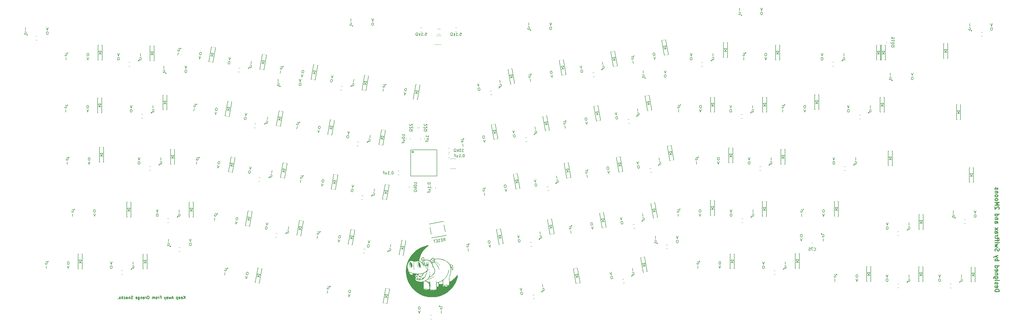
<source format=gbo>
G04 #@! TF.GenerationSoftware,KiCad,Pcbnew,(5.1.4)-1*
G04 #@! TF.CreationDate,2020-08-07T13:42:26-07:00*
G04 #@! TF.ProjectId,trifecta,74726966-6563-4746-912e-6b696361645f,rev?*
G04 #@! TF.SameCoordinates,Original*
G04 #@! TF.FileFunction,Legend,Bot*
G04 #@! TF.FilePolarity,Positive*
%FSLAX46Y46*%
G04 Gerber Fmt 4.6, Leading zero omitted, Abs format (unit mm)*
G04 Created by KiCad (PCBNEW (5.1.4)-1) date 2020-08-07 13:42:26*
%MOMM*%
%LPD*%
G04 APERTURE LIST*
%ADD10C,0.300000*%
%ADD11C,0.250000*%
%ADD12C,0.150000*%
%ADD13C,0.120000*%
%ADD14C,0.100000*%
%ADD15C,0.254000*%
%ADD16C,0.203200*%
%ADD17R,1.800000X0.820000*%
%ADD18C,2.250000*%
%ADD19C,3.987800*%
%ADD20C,1.750000*%
%ADD21R,2.000000X2.000000*%
%ADD22C,2.000000*%
%ADD23R,2.000000X3.200000*%
%ADD24R,0.700000X2.300000*%
%ADD25O,1.200000X2.300000*%
%ADD26C,0.600000*%
%ADD27R,0.550000X1.700000*%
%ADD28R,0.300000X1.700000*%
%ADD29C,1.100000*%
%ADD30C,3.048000*%
%ADD31C,0.975000*%
%ADD32R,1.000000X2.000000*%
%ADD33C,1.000000*%
%ADD34R,1.900000X0.900000*%
%ADD35R,0.900000X1.900000*%
%ADD36C,0.400000*%
%ADD37C,0.820000*%
%ADD38R,1.060000X0.650000*%
%ADD39C,1.250000*%
G04 APERTURE END LIST*
D10*
X344921428Y-100628571D02*
X346421428Y-100628571D01*
X346421428Y-100271428D01*
X346350000Y-100057142D01*
X346207142Y-99914285D01*
X346064285Y-99842857D01*
X345778571Y-99771428D01*
X345564285Y-99771428D01*
X345278571Y-99842857D01*
X345135714Y-99914285D01*
X344992857Y-100057142D01*
X344921428Y-100271428D01*
X344921428Y-100628571D01*
X344992857Y-98557142D02*
X344921428Y-98700000D01*
X344921428Y-98985714D01*
X344992857Y-99128571D01*
X345135714Y-99200000D01*
X345707142Y-99200000D01*
X345850000Y-99128571D01*
X345921428Y-98985714D01*
X345921428Y-98700000D01*
X345850000Y-98557142D01*
X345707142Y-98485714D01*
X345564285Y-98485714D01*
X345421428Y-99200000D01*
X344992857Y-97914285D02*
X344921428Y-97771428D01*
X344921428Y-97485714D01*
X344992857Y-97342857D01*
X345135714Y-97271428D01*
X345207142Y-97271428D01*
X345350000Y-97342857D01*
X345421428Y-97485714D01*
X345421428Y-97700000D01*
X345492857Y-97842857D01*
X345635714Y-97914285D01*
X345707142Y-97914285D01*
X345850000Y-97842857D01*
X345921428Y-97700000D01*
X345921428Y-97485714D01*
X345850000Y-97342857D01*
X344921428Y-96628571D02*
X345921428Y-96628571D01*
X346421428Y-96628571D02*
X346350000Y-96700000D01*
X346278571Y-96628571D01*
X346350000Y-96557142D01*
X346421428Y-96628571D01*
X346278571Y-96628571D01*
X345921428Y-95271428D02*
X344707142Y-95271428D01*
X344564285Y-95342857D01*
X344492857Y-95414285D01*
X344421428Y-95557142D01*
X344421428Y-95771428D01*
X344492857Y-95914285D01*
X344992857Y-95271428D02*
X344921428Y-95414285D01*
X344921428Y-95700000D01*
X344992857Y-95842857D01*
X345064285Y-95914285D01*
X345207142Y-95985714D01*
X345635714Y-95985714D01*
X345778571Y-95914285D01*
X345850000Y-95842857D01*
X345921428Y-95700000D01*
X345921428Y-95414285D01*
X345850000Y-95271428D01*
X345921428Y-94557142D02*
X344921428Y-94557142D01*
X345778571Y-94557142D02*
X345850000Y-94485714D01*
X345921428Y-94342857D01*
X345921428Y-94128571D01*
X345850000Y-93985714D01*
X345707142Y-93914285D01*
X344921428Y-93914285D01*
X344992857Y-92628571D02*
X344921428Y-92771428D01*
X344921428Y-93057142D01*
X344992857Y-93200000D01*
X345135714Y-93271428D01*
X345707142Y-93271428D01*
X345850000Y-93200000D01*
X345921428Y-93057142D01*
X345921428Y-92771428D01*
X345850000Y-92628571D01*
X345707142Y-92557142D01*
X345564285Y-92557142D01*
X345421428Y-93271428D01*
X344921428Y-91271428D02*
X346421428Y-91271428D01*
X344992857Y-91271428D02*
X344921428Y-91414285D01*
X344921428Y-91700000D01*
X344992857Y-91842857D01*
X345064285Y-91914285D01*
X345207142Y-91985714D01*
X345635714Y-91985714D01*
X345778571Y-91914285D01*
X345850000Y-91842857D01*
X345921428Y-91700000D01*
X345921428Y-91414285D01*
X345850000Y-91271428D01*
X344921428Y-89414285D02*
X346421428Y-89414285D01*
X345850000Y-89414285D02*
X345921428Y-89271428D01*
X345921428Y-88985714D01*
X345850000Y-88842857D01*
X345778571Y-88771428D01*
X345635714Y-88700000D01*
X345207142Y-88700000D01*
X345064285Y-88771428D01*
X344992857Y-88842857D01*
X344921428Y-88985714D01*
X344921428Y-89271428D01*
X344992857Y-89414285D01*
X345921428Y-88200000D02*
X344921428Y-87842857D01*
X345921428Y-87485714D02*
X344921428Y-87842857D01*
X344564285Y-87985714D01*
X344492857Y-88057142D01*
X344421428Y-88200000D01*
X344992857Y-85842857D02*
X344921428Y-85628571D01*
X344921428Y-85271428D01*
X344992857Y-85128571D01*
X345064285Y-85057142D01*
X345207142Y-84985714D01*
X345350000Y-84985714D01*
X345492857Y-85057142D01*
X345564285Y-85128571D01*
X345635714Y-85271428D01*
X345707142Y-85557142D01*
X345778571Y-85700000D01*
X345850000Y-85771428D01*
X345992857Y-85842857D01*
X346135714Y-85842857D01*
X346278571Y-85771428D01*
X346350000Y-85700000D01*
X346421428Y-85557142D01*
X346421428Y-85200000D01*
X346350000Y-84985714D01*
X345921428Y-84485714D02*
X344921428Y-84200000D01*
X345635714Y-83914285D01*
X344921428Y-83628571D01*
X345921428Y-83342857D01*
X344921428Y-82771428D02*
X345921428Y-82771428D01*
X346421428Y-82771428D02*
X346350000Y-82842857D01*
X346278571Y-82771428D01*
X346350000Y-82700000D01*
X346421428Y-82771428D01*
X346278571Y-82771428D01*
X345921428Y-82271428D02*
X345921428Y-81700000D01*
X344921428Y-82057142D02*
X346207142Y-82057142D01*
X346350000Y-81985714D01*
X346421428Y-81842857D01*
X346421428Y-81700000D01*
X345921428Y-81414285D02*
X345921428Y-80842857D01*
X346421428Y-81200000D02*
X345135714Y-81200000D01*
X344992857Y-81128571D01*
X344921428Y-80985714D01*
X344921428Y-80842857D01*
X344921428Y-80342857D02*
X345921428Y-80342857D01*
X345635714Y-80342857D02*
X345778571Y-80271428D01*
X345850000Y-80200000D01*
X345921428Y-80057142D01*
X345921428Y-79914285D01*
X344921428Y-78771428D02*
X345707142Y-78771428D01*
X345850000Y-78842857D01*
X345921428Y-78985714D01*
X345921428Y-79271428D01*
X345850000Y-79414285D01*
X344992857Y-78771428D02*
X344921428Y-78914285D01*
X344921428Y-79271428D01*
X344992857Y-79414285D01*
X345135714Y-79485714D01*
X345278571Y-79485714D01*
X345421428Y-79414285D01*
X345492857Y-79271428D01*
X345492857Y-78914285D01*
X345564285Y-78771428D01*
X344921428Y-78200000D02*
X345921428Y-77414285D01*
X345921428Y-78200000D02*
X344921428Y-77414285D01*
X344921428Y-75057142D02*
X345707142Y-75057142D01*
X345850000Y-75128571D01*
X345921428Y-75271428D01*
X345921428Y-75557142D01*
X345850000Y-75700000D01*
X344992857Y-75057142D02*
X344921428Y-75200000D01*
X344921428Y-75557142D01*
X344992857Y-75700000D01*
X345135714Y-75771428D01*
X345278571Y-75771428D01*
X345421428Y-75700000D01*
X345492857Y-75557142D01*
X345492857Y-75200000D01*
X345564285Y-75057142D01*
X345921428Y-74342857D02*
X344921428Y-74342857D01*
X345778571Y-74342857D02*
X345850000Y-74271428D01*
X345921428Y-74128571D01*
X345921428Y-73914285D01*
X345850000Y-73771428D01*
X345707142Y-73700000D01*
X344921428Y-73700000D01*
X344921428Y-72342857D02*
X346421428Y-72342857D01*
X344992857Y-72342857D02*
X344921428Y-72485714D01*
X344921428Y-72771428D01*
X344992857Y-72914285D01*
X345064285Y-72985714D01*
X345207142Y-73057142D01*
X345635714Y-73057142D01*
X345778571Y-72985714D01*
X345850000Y-72914285D01*
X345921428Y-72771428D01*
X345921428Y-72485714D01*
X345850000Y-72342857D01*
X346278571Y-70557142D02*
X346350000Y-70485714D01*
X346421428Y-70342857D01*
X346421428Y-69985714D01*
X346350000Y-69842857D01*
X346278571Y-69771428D01*
X346135714Y-69700000D01*
X345992857Y-69700000D01*
X345778571Y-69771428D01*
X344921428Y-70628571D01*
X344921428Y-69700000D01*
X344921428Y-69057142D02*
X346421428Y-69057142D01*
X345350000Y-68557142D01*
X346421428Y-68057142D01*
X344921428Y-68057142D01*
X344921428Y-67128571D02*
X344992857Y-67271428D01*
X345064285Y-67342857D01*
X345207142Y-67414285D01*
X345635714Y-67414285D01*
X345778571Y-67342857D01*
X345850000Y-67271428D01*
X345921428Y-67128571D01*
X345921428Y-66914285D01*
X345850000Y-66771428D01*
X345778571Y-66700000D01*
X345635714Y-66628571D01*
X345207142Y-66628571D01*
X345064285Y-66700000D01*
X344992857Y-66771428D01*
X344921428Y-66914285D01*
X344921428Y-67128571D01*
X344921428Y-65771428D02*
X344992857Y-65914285D01*
X345064285Y-65985714D01*
X345207142Y-66057142D01*
X345635714Y-66057142D01*
X345778571Y-65985714D01*
X345850000Y-65914285D01*
X345921428Y-65771428D01*
X345921428Y-65557142D01*
X345850000Y-65414285D01*
X345778571Y-65342857D01*
X345635714Y-65271428D01*
X345207142Y-65271428D01*
X345064285Y-65342857D01*
X344992857Y-65414285D01*
X344921428Y-65557142D01*
X344921428Y-65771428D01*
X345921428Y-64628571D02*
X344921428Y-64628571D01*
X345778571Y-64628571D02*
X345850000Y-64557142D01*
X345921428Y-64414285D01*
X345921428Y-64200000D01*
X345850000Y-64057142D01*
X345707142Y-63985714D01*
X344921428Y-63985714D01*
X344992857Y-63342857D02*
X344921428Y-63200000D01*
X344921428Y-62914285D01*
X344992857Y-62771428D01*
X345135714Y-62700000D01*
X345207142Y-62700000D01*
X345350000Y-62771428D01*
X345421428Y-62914285D01*
X345421428Y-63128571D01*
X345492857Y-63271428D01*
X345635714Y-63342857D01*
X345707142Y-63342857D01*
X345850000Y-63271428D01*
X345921428Y-63128571D01*
X345921428Y-62914285D01*
X345850000Y-62771428D01*
D11*
X48971505Y-103276140D02*
X48971505Y-102276140D01*
X48400077Y-103276140D02*
X48828648Y-102704712D01*
X48400077Y-102276140D02*
X48971505Y-102847569D01*
X47590553Y-103228521D02*
X47685791Y-103276140D01*
X47876267Y-103276140D01*
X47971505Y-103228521D01*
X48019124Y-103133283D01*
X48019124Y-102752331D01*
X47971505Y-102657093D01*
X47876267Y-102609474D01*
X47685791Y-102609474D01*
X47590553Y-102657093D01*
X47542934Y-102752331D01*
X47542934Y-102847569D01*
X48019124Y-102942807D01*
X46733410Y-103228521D02*
X46828648Y-103276140D01*
X47019124Y-103276140D01*
X47114362Y-103228521D01*
X47161981Y-103133283D01*
X47161981Y-102752331D01*
X47114362Y-102657093D01*
X47019124Y-102609474D01*
X46828648Y-102609474D01*
X46733410Y-102657093D01*
X46685791Y-102752331D01*
X46685791Y-102847569D01*
X47161981Y-102942807D01*
X46257220Y-102609474D02*
X46257220Y-103609474D01*
X46257220Y-102657093D02*
X46161981Y-102609474D01*
X45971505Y-102609474D01*
X45876267Y-102657093D01*
X45828648Y-102704712D01*
X45781029Y-102799950D01*
X45781029Y-103085664D01*
X45828648Y-103180902D01*
X45876267Y-103228521D01*
X45971505Y-103276140D01*
X46161981Y-103276140D01*
X46257220Y-103228521D01*
X44638172Y-102990426D02*
X44161981Y-102990426D01*
X44733410Y-103276140D02*
X44400077Y-102276140D01*
X44066743Y-103276140D01*
X43828648Y-102609474D02*
X43638172Y-103276140D01*
X43447696Y-102799950D01*
X43257220Y-103276140D01*
X43066743Y-102609474D01*
X42257220Y-103276140D02*
X42257220Y-102752331D01*
X42304839Y-102657093D01*
X42400077Y-102609474D01*
X42590553Y-102609474D01*
X42685791Y-102657093D01*
X42257220Y-103228521D02*
X42352458Y-103276140D01*
X42590553Y-103276140D01*
X42685791Y-103228521D01*
X42733410Y-103133283D01*
X42733410Y-103038045D01*
X42685791Y-102942807D01*
X42590553Y-102895188D01*
X42352458Y-102895188D01*
X42257220Y-102847569D01*
X41876267Y-102609474D02*
X41638172Y-103276140D01*
X41400077Y-102609474D02*
X41638172Y-103276140D01*
X41733410Y-103514236D01*
X41781029Y-103561855D01*
X41876267Y-103609474D01*
X39923886Y-102752331D02*
X40257220Y-102752331D01*
X40257220Y-103276140D02*
X40257220Y-102276140D01*
X39781029Y-102276140D01*
X39400077Y-103276140D02*
X39400077Y-102609474D01*
X39400077Y-102799950D02*
X39352458Y-102704712D01*
X39304839Y-102657093D01*
X39209600Y-102609474D01*
X39114362Y-102609474D01*
X38638172Y-103276140D02*
X38733410Y-103228521D01*
X38781029Y-103180902D01*
X38828648Y-103085664D01*
X38828648Y-102799950D01*
X38781029Y-102704712D01*
X38733410Y-102657093D01*
X38638172Y-102609474D01*
X38495315Y-102609474D01*
X38400077Y-102657093D01*
X38352458Y-102704712D01*
X38304839Y-102799950D01*
X38304839Y-103085664D01*
X38352458Y-103180902D01*
X38400077Y-103228521D01*
X38495315Y-103276140D01*
X38638172Y-103276140D01*
X37876267Y-103276140D02*
X37876267Y-102609474D01*
X37876267Y-102704712D02*
X37828648Y-102657093D01*
X37733410Y-102609474D01*
X37590553Y-102609474D01*
X37495315Y-102657093D01*
X37447696Y-102752331D01*
X37447696Y-103276140D01*
X37447696Y-102752331D02*
X37400077Y-102657093D01*
X37304839Y-102609474D01*
X37161981Y-102609474D01*
X37066743Y-102657093D01*
X37019124Y-102752331D01*
X37019124Y-103276140D01*
X35590553Y-102276140D02*
X35400077Y-102276140D01*
X35304839Y-102323760D01*
X35209600Y-102418998D01*
X35161981Y-102609474D01*
X35161981Y-102942807D01*
X35209600Y-103133283D01*
X35304839Y-103228521D01*
X35400077Y-103276140D01*
X35590553Y-103276140D01*
X35685791Y-103228521D01*
X35781029Y-103133283D01*
X35828648Y-102942807D01*
X35828648Y-102609474D01*
X35781029Y-102418998D01*
X35685791Y-102323760D01*
X35590553Y-102276140D01*
X34733410Y-103276140D02*
X34733410Y-102609474D01*
X34733410Y-102799950D02*
X34685791Y-102704712D01*
X34638172Y-102657093D01*
X34542934Y-102609474D01*
X34447696Y-102609474D01*
X33685791Y-103276140D02*
X33685791Y-102752331D01*
X33733410Y-102657093D01*
X33828648Y-102609474D01*
X34019124Y-102609474D01*
X34114362Y-102657093D01*
X33685791Y-103228521D02*
X33781029Y-103276140D01*
X34019124Y-103276140D01*
X34114362Y-103228521D01*
X34161981Y-103133283D01*
X34161981Y-103038045D01*
X34114362Y-102942807D01*
X34019124Y-102895188D01*
X33781029Y-102895188D01*
X33685791Y-102847569D01*
X33209600Y-102609474D02*
X33209600Y-103276140D01*
X33209600Y-102704712D02*
X33161981Y-102657093D01*
X33066743Y-102609474D01*
X32923886Y-102609474D01*
X32828648Y-102657093D01*
X32781029Y-102752331D01*
X32781029Y-103276140D01*
X31876267Y-102609474D02*
X31876267Y-103418998D01*
X31923886Y-103514236D01*
X31971505Y-103561855D01*
X32066743Y-103609474D01*
X32209600Y-103609474D01*
X32304839Y-103561855D01*
X31876267Y-103228521D02*
X31971505Y-103276140D01*
X32161981Y-103276140D01*
X32257220Y-103228521D01*
X32304839Y-103180902D01*
X32352458Y-103085664D01*
X32352458Y-102799950D01*
X32304839Y-102704712D01*
X32257220Y-102657093D01*
X32161981Y-102609474D01*
X31971505Y-102609474D01*
X31876267Y-102657093D01*
X31019124Y-103228521D02*
X31114362Y-103276140D01*
X31304839Y-103276140D01*
X31400077Y-103228521D01*
X31447696Y-103133283D01*
X31447696Y-102752331D01*
X31400077Y-102657093D01*
X31304839Y-102609474D01*
X31114362Y-102609474D01*
X31019124Y-102657093D01*
X30971505Y-102752331D01*
X30971505Y-102847569D01*
X31447696Y-102942807D01*
X29828648Y-103228521D02*
X29685791Y-103276140D01*
X29447696Y-103276140D01*
X29352458Y-103228521D01*
X29304839Y-103180902D01*
X29257220Y-103085664D01*
X29257220Y-102990426D01*
X29304839Y-102895188D01*
X29352458Y-102847569D01*
X29447696Y-102799950D01*
X29638172Y-102752331D01*
X29733410Y-102704712D01*
X29781029Y-102657093D01*
X29828648Y-102561855D01*
X29828648Y-102466617D01*
X29781029Y-102371379D01*
X29733410Y-102323760D01*
X29638172Y-102276140D01*
X29400077Y-102276140D01*
X29257220Y-102323760D01*
X28828648Y-102609474D02*
X28828648Y-103276140D01*
X28828648Y-102704712D02*
X28781029Y-102657093D01*
X28685791Y-102609474D01*
X28542934Y-102609474D01*
X28447696Y-102657093D01*
X28400077Y-102752331D01*
X28400077Y-103276140D01*
X27495315Y-103276140D02*
X27495315Y-102752331D01*
X27542934Y-102657093D01*
X27638172Y-102609474D01*
X27828648Y-102609474D01*
X27923886Y-102657093D01*
X27495315Y-103228521D02*
X27590553Y-103276140D01*
X27828648Y-103276140D01*
X27923886Y-103228521D01*
X27971505Y-103133283D01*
X27971505Y-103038045D01*
X27923886Y-102942807D01*
X27828648Y-102895188D01*
X27590553Y-102895188D01*
X27495315Y-102847569D01*
X26590553Y-103228521D02*
X26685791Y-103276140D01*
X26876267Y-103276140D01*
X26971505Y-103228521D01*
X27019124Y-103180902D01*
X27066743Y-103085664D01*
X27066743Y-102799950D01*
X27019124Y-102704712D01*
X26971505Y-102657093D01*
X26876267Y-102609474D01*
X26685791Y-102609474D01*
X26590553Y-102657093D01*
X26161981Y-103276140D02*
X26161981Y-102276140D01*
X26066743Y-102895188D02*
X25781029Y-103276140D01*
X25781029Y-102609474D02*
X26161981Y-102990426D01*
X25400077Y-103228521D02*
X25304839Y-103276140D01*
X25114362Y-103276140D01*
X25019124Y-103228521D01*
X24971505Y-103133283D01*
X24971505Y-103085664D01*
X25019124Y-102990426D01*
X25114362Y-102942807D01*
X25257220Y-102942807D01*
X25352458Y-102895188D01*
X25400077Y-102799950D01*
X25400077Y-102752331D01*
X25352458Y-102657093D01*
X25257220Y-102609474D01*
X25114362Y-102609474D01*
X25019124Y-102657093D01*
X24542934Y-103180902D02*
X24495315Y-103228521D01*
X24542934Y-103276140D01*
X24590553Y-103228521D01*
X24542934Y-103180902D01*
X24542934Y-103276140D01*
D12*
X141782800Y-105921680D02*
X142082800Y-106221680D01*
X142082800Y-105921680D02*
X142082800Y-106221680D01*
X142082800Y-105921680D02*
X141782800Y-105921680D01*
X43489600Y-84202400D02*
X43789600Y-84202400D01*
X43489600Y-84202400D02*
X43489600Y-83902400D01*
X43789600Y-84202400D02*
X43489600Y-83902400D01*
X143399935Y-75013755D02*
X138278935Y-75916725D01*
X138278935Y-75916725D02*
X139181905Y-81037725D01*
X139181905Y-81037725D02*
X144302905Y-80134755D01*
X144302905Y-80134755D02*
X143399935Y-75013755D01*
X307467000Y-23496400D02*
X307167000Y-23196400D01*
X307167000Y-23496400D02*
X307167000Y-23196400D01*
X307167000Y-23496400D02*
X307467000Y-23496400D01*
X252450600Y227200D02*
X252150600Y527200D01*
X252150600Y227200D02*
X252150600Y527200D01*
X252150600Y227200D02*
X252450600Y227200D01*
X217238580Y-22648040D02*
X216938580Y-22348040D01*
X216938580Y-22648040D02*
X216938580Y-22348040D01*
X216938580Y-22648040D02*
X217238580Y-22648040D01*
X175387000Y-5157600D02*
X175087000Y-4857600D01*
X175087000Y-5157600D02*
X175087000Y-4857600D01*
X175087000Y-5157600D02*
X175387000Y-5157600D01*
X110413800Y-3659000D02*
X110113800Y-3359000D01*
X110113800Y-3659000D02*
X110113800Y-3359000D01*
X110113800Y-3659000D02*
X110413800Y-3659000D01*
X83870800Y-25706200D02*
X83570800Y-25406200D01*
X83570800Y-25706200D02*
X83570800Y-25406200D01*
X83570800Y-25706200D02*
X83870800Y-25706200D01*
X42138600Y-20905600D02*
X41838600Y-20605600D01*
X41838600Y-20905600D02*
X41838600Y-20605600D01*
X41838600Y-20905600D02*
X42138600Y-20905600D01*
X-8458200Y-6935600D02*
X-8758200Y-6635600D01*
X-8758200Y-6935600D02*
X-8758200Y-6635600D01*
X-8758200Y-6935600D02*
X-8458200Y-6935600D01*
X221665800Y-83135600D02*
X221365800Y-82835600D01*
X221365800Y-83135600D02*
X221365800Y-82835600D01*
X221365800Y-83135600D02*
X221665800Y-83135600D01*
X281315160Y-79526000D02*
X281615160Y-79826000D01*
X281615160Y-79526000D02*
X281615160Y-79826000D01*
X281615160Y-79526000D02*
X281315160Y-79526000D01*
X330479400Y-73813800D02*
X330179400Y-73513800D01*
X330179400Y-73813800D02*
X330179400Y-73513800D01*
X330179400Y-73813800D02*
X330479400Y-73813800D01*
X336473800Y-5411600D02*
X336173800Y-5111600D01*
X336173800Y-5411600D02*
X336173800Y-5111600D01*
X336173800Y-5411600D02*
X336473800Y-5411600D01*
D13*
X-5024622Y-7265600D02*
X-5541778Y-7265600D01*
X-5024622Y-8685600D02*
X-5541778Y-8685600D01*
X47235878Y-84507000D02*
X46718722Y-84507000D01*
X47235878Y-85927000D02*
X46718722Y-85927000D01*
X138527022Y-110704700D02*
X139044178Y-110704700D01*
X138527022Y-109284700D02*
X139044178Y-109284700D01*
X225277178Y-83516400D02*
X224760022Y-83516400D01*
X225277178Y-84936400D02*
X224760022Y-84936400D01*
X277876502Y-84286160D02*
X278393658Y-84286160D01*
X277876502Y-82866160D02*
X278393658Y-82866160D01*
X334039978Y-74245400D02*
X333522822Y-74245400D01*
X334039978Y-75665400D02*
X333522822Y-75665400D01*
X340288378Y-5868600D02*
X339771222Y-5868600D01*
X340288378Y-7288600D02*
X339771222Y-7288600D01*
D12*
X248872240Y-51362980D02*
X247872240Y-51362980D01*
X248372240Y-51262980D02*
X248872240Y-50362980D01*
X247872240Y-50362980D02*
X248372240Y-51262980D01*
X248872240Y-50362980D02*
X247872240Y-50362980D01*
X249122240Y-48162980D02*
X247622240Y-48162980D01*
X249122240Y-53562980D02*
X247622240Y-53562980D01*
X249122240Y-48162980D02*
X249122240Y-53562980D01*
X247622240Y-53562980D02*
X247622240Y-48162980D01*
X337406480Y-94926520D02*
X336406480Y-94926520D01*
X336906480Y-94826520D02*
X337406480Y-93926520D01*
X336406480Y-93926520D02*
X336906480Y-94826520D01*
X337406480Y-93926520D02*
X336406480Y-93926520D01*
X337656480Y-91726520D02*
X336156480Y-91726520D01*
X337656480Y-97126520D02*
X336156480Y-97126520D01*
X337656480Y-91726520D02*
X337656480Y-97126520D01*
X336156480Y-97126520D02*
X336156480Y-91726520D01*
X318313300Y-94814760D02*
X317313300Y-94814760D01*
X317813300Y-94714760D02*
X318313300Y-93814760D01*
X317313300Y-93814760D02*
X317813300Y-94714760D01*
X318313300Y-93814760D02*
X317313300Y-93814760D01*
X318563300Y-91614760D02*
X317063300Y-91614760D01*
X318563300Y-97014760D02*
X317063300Y-97014760D01*
X318563300Y-91614760D02*
X318563300Y-97014760D01*
X317063300Y-97014760D02*
X317063300Y-91614760D01*
X299278540Y-94730940D02*
X298278540Y-94730940D01*
X298778540Y-94630940D02*
X299278540Y-93730940D01*
X298278540Y-93730940D02*
X298778540Y-94630940D01*
X299278540Y-93730940D02*
X298278540Y-93730940D01*
X299528540Y-91530940D02*
X298028540Y-91530940D01*
X299528540Y-96930940D02*
X298028540Y-96930940D01*
X299528540Y-91530940D02*
X299528540Y-96930940D01*
X298028540Y-96930940D02*
X298028540Y-91530940D01*
X273177500Y-89981140D02*
X272177500Y-89981140D01*
X272677500Y-89881140D02*
X273177500Y-88981140D01*
X272177500Y-88981140D02*
X272677500Y-89881140D01*
X273177500Y-88981140D02*
X272177500Y-88981140D01*
X273427500Y-86781140D02*
X271927500Y-86781140D01*
X273427500Y-92181140D02*
X271927500Y-92181140D01*
X273427500Y-86781140D02*
X273427500Y-92181140D01*
X271927500Y-92181140D02*
X271927500Y-86781140D01*
X249382780Y-90115760D02*
X248382780Y-90115760D01*
X248882780Y-90015760D02*
X249382780Y-89115760D01*
X248382780Y-89115760D02*
X248882780Y-90015760D01*
X249382780Y-89115760D02*
X248382780Y-89115760D01*
X249632780Y-86915760D02*
X248132780Y-86915760D01*
X249632780Y-92315760D02*
X248132780Y-92315760D01*
X249632780Y-86915760D02*
X249632780Y-92315760D01*
X248132780Y-92315760D02*
X248132780Y-86915760D01*
X217193848Y-91263400D02*
X216209040Y-91437048D01*
X216684079Y-91251743D02*
X217020200Y-90278592D01*
X216035392Y-90452240D02*
X216684079Y-91251743D01*
X217020200Y-90278592D02*
X216035392Y-90452240D01*
X216884376Y-88068603D02*
X215407164Y-88329075D01*
X217822076Y-93386565D02*
X216344864Y-93647037D01*
X216884376Y-88068603D02*
X217822076Y-93386565D01*
X216344864Y-93647037D02*
X215407164Y-88329075D01*
X192680308Y-95309620D02*
X191695500Y-95483268D01*
X192170539Y-95297963D02*
X192506660Y-94324812D01*
X191521852Y-94498460D02*
X192170539Y-95297963D01*
X192506660Y-94324812D02*
X191521852Y-94498460D01*
X192370836Y-92114823D02*
X190893624Y-92375295D01*
X193308536Y-97432785D02*
X191831324Y-97693257D01*
X192370836Y-92114823D02*
X193308536Y-97432785D01*
X191831324Y-97693257D02*
X190893624Y-92375295D01*
X122969080Y-102846728D02*
X121984272Y-102673080D01*
X122494041Y-102661423D02*
X123142728Y-101861920D01*
X122157920Y-101688272D02*
X122494041Y-102661423D01*
X123142728Y-101861920D02*
X122157920Y-101688272D01*
X123770956Y-99738755D02*
X122293744Y-99478283D01*
X122833256Y-105056717D02*
X121356044Y-104796245D01*
X123770956Y-99738755D02*
X122833256Y-105056717D01*
X121356044Y-104796245D02*
X122293744Y-99478283D01*
X76296580Y-95353728D02*
X75311772Y-95180080D01*
X75821541Y-95168423D02*
X76470228Y-94368920D01*
X75485420Y-94195272D02*
X75821541Y-95168423D01*
X76470228Y-94368920D02*
X75485420Y-94195272D01*
X77098456Y-92245755D02*
X75621244Y-91985283D01*
X76160756Y-97563717D02*
X74683544Y-97303245D01*
X77098456Y-92245755D02*
X76160756Y-97563717D01*
X74683544Y-97303245D02*
X75621244Y-91985283D01*
X34925500Y-90194500D02*
X33925500Y-90194500D01*
X34425500Y-90094500D02*
X34925500Y-89194500D01*
X33925500Y-89194500D02*
X34425500Y-90094500D01*
X34925500Y-89194500D02*
X33925500Y-89194500D01*
X35175500Y-86994500D02*
X33675500Y-86994500D01*
X35175500Y-92394500D02*
X33675500Y-92394500D01*
X35175500Y-86994500D02*
X35175500Y-92394500D01*
X33675500Y-92394500D02*
X33675500Y-86994500D01*
X11240000Y-90181800D02*
X10240000Y-90181800D01*
X10740000Y-90081800D02*
X11240000Y-89181800D01*
X10240000Y-89181800D02*
X10740000Y-90081800D01*
X11240000Y-89181800D02*
X10240000Y-89181800D01*
X11490000Y-86981800D02*
X9990000Y-86981800D01*
X11490000Y-92381800D02*
X9990000Y-92381800D01*
X11490000Y-86981800D02*
X11490000Y-92381800D01*
X9990000Y-92381800D02*
X9990000Y-86981800D01*
X336758690Y-58522050D02*
X335758690Y-58522050D01*
X336258690Y-58422050D02*
X336758690Y-57522050D01*
X335758690Y-57522050D02*
X336258690Y-58422050D01*
X336758690Y-57522050D02*
X335758690Y-57522050D01*
X337008690Y-55322050D02*
X335508690Y-55322050D01*
X337008690Y-60722050D02*
X335508690Y-60722050D01*
X337008690Y-55322050D02*
X337008690Y-60722050D01*
X335508690Y-60722050D02*
X335508690Y-55322050D01*
X318399660Y-75691100D02*
X317399660Y-75691100D01*
X317899660Y-75591100D02*
X318399660Y-74691100D01*
X317399660Y-74691100D02*
X317899660Y-75591100D01*
X318399660Y-74691100D02*
X317399660Y-74691100D01*
X318649660Y-72491100D02*
X317149660Y-72491100D01*
X318649660Y-77891100D02*
X317149660Y-77891100D01*
X318649660Y-72491100D02*
X318649660Y-77891100D01*
X317149660Y-77891100D02*
X317149660Y-72491100D01*
X287439600Y-70946380D02*
X286439600Y-70946380D01*
X286939600Y-70846380D02*
X287439600Y-69946380D01*
X286439600Y-69946380D02*
X286939600Y-70846380D01*
X287439600Y-69946380D02*
X286439600Y-69946380D01*
X287689600Y-67746380D02*
X286189600Y-67746380D01*
X287689600Y-73146380D02*
X286189600Y-73146380D01*
X287689600Y-67746380D02*
X287689600Y-73146380D01*
X286189600Y-73146380D02*
X286189600Y-67746380D01*
X261165840Y-70964160D02*
X260165840Y-70964160D01*
X260665840Y-70864160D02*
X261165840Y-69964160D01*
X260165840Y-69964160D02*
X260665840Y-70864160D01*
X261165840Y-69964160D02*
X260165840Y-69964160D01*
X261415840Y-67764160D02*
X259915840Y-67764160D01*
X261415840Y-73164160D02*
X259915840Y-73164160D01*
X261415840Y-67764160D02*
X261415840Y-73164160D01*
X259915840Y-73164160D02*
X259915840Y-67764160D01*
X242209820Y-70588240D02*
X241209820Y-70588240D01*
X241709820Y-70488240D02*
X242209820Y-69588240D01*
X241209820Y-69588240D02*
X241709820Y-70488240D01*
X242209820Y-69588240D02*
X241209820Y-69588240D01*
X242459820Y-67388240D02*
X240959820Y-67388240D01*
X242459820Y-72788240D02*
X240959820Y-72788240D01*
X242459820Y-67388240D02*
X242459820Y-72788240D01*
X240959820Y-72788240D02*
X240959820Y-67388240D01*
X220958128Y-71380280D02*
X219973320Y-71553928D01*
X220448359Y-71368623D02*
X220784480Y-70395472D01*
X219799672Y-70569120D02*
X220448359Y-71368623D01*
X220784480Y-70395472D02*
X219799672Y-70569120D01*
X220648656Y-68185483D02*
X219171444Y-68445955D01*
X221586356Y-73503445D02*
X220109144Y-73763917D01*
X220648656Y-68185483D02*
X221586356Y-73503445D01*
X220109144Y-73763917D02*
X219171444Y-68445955D01*
X202223088Y-74964220D02*
X201238280Y-75137868D01*
X201713319Y-74952563D02*
X202049440Y-73979412D01*
X201064632Y-74153060D02*
X201713319Y-74952563D01*
X202049440Y-73979412D02*
X201064632Y-74153060D01*
X201913616Y-71769423D02*
X200436404Y-72029895D01*
X202851316Y-77087385D02*
X201374104Y-77347857D01*
X201913616Y-71769423D02*
X202851316Y-77087385D01*
X201374104Y-77347857D02*
X200436404Y-72029895D01*
X183211188Y-77331500D02*
X182226380Y-77505148D01*
X182701419Y-77319843D02*
X183037540Y-76346692D01*
X182052732Y-76520340D02*
X182701419Y-77319843D01*
X183037540Y-76346692D02*
X182052732Y-76520340D01*
X182901716Y-74136703D02*
X181424504Y-74397175D01*
X183839416Y-79454665D02*
X182362204Y-79715137D01*
X182901716Y-74136703D02*
X183839416Y-79454665D01*
X182362204Y-79715137D02*
X181424504Y-74397175D01*
X164587908Y-81024660D02*
X163603100Y-81198308D01*
X164078139Y-81013003D02*
X164414260Y-80039852D01*
X163429452Y-80213500D02*
X164078139Y-81013003D01*
X164414260Y-80039852D02*
X163429452Y-80213500D01*
X164278436Y-77829863D02*
X162801224Y-78090335D01*
X165216136Y-83147825D02*
X163738924Y-83408297D01*
X164278436Y-77829863D02*
X165216136Y-83147825D01*
X163738924Y-83408297D02*
X162801224Y-78090335D01*
X128874580Y-85193728D02*
X127889772Y-85020080D01*
X128399541Y-85008423D02*
X129048228Y-84208920D01*
X128063420Y-84035272D02*
X128399541Y-85008423D01*
X129048228Y-84208920D02*
X128063420Y-84035272D01*
X129676456Y-82085755D02*
X128199244Y-81825283D01*
X128738756Y-87403717D02*
X127261544Y-87143245D01*
X129676456Y-82085755D02*
X128738756Y-87403717D01*
X127261544Y-87143245D02*
X128199244Y-81825283D01*
X110248760Y-81371028D02*
X109263952Y-81197380D01*
X109773721Y-81185723D02*
X110422408Y-80386220D01*
X109437600Y-80212572D02*
X109773721Y-81185723D01*
X110422408Y-80386220D02*
X109437600Y-80212572D01*
X111050636Y-78263055D02*
X109573424Y-78002583D01*
X110112936Y-83581017D02*
X108635724Y-83320545D01*
X111050636Y-78263055D02*
X110112936Y-83581017D01*
X108635724Y-83320545D02*
X109573424Y-78002583D01*
X91465460Y-78061408D02*
X90480652Y-77887760D01*
X90990421Y-77876103D02*
X91639108Y-77076600D01*
X90654300Y-76902952D02*
X90990421Y-77876103D01*
X91639108Y-77076600D02*
X90654300Y-76902952D01*
X92267336Y-74953435D02*
X90790124Y-74692963D01*
X91329636Y-80271397D02*
X89852424Y-80010925D01*
X92267336Y-74953435D02*
X91329636Y-80271397D01*
X89852424Y-80010925D02*
X90790124Y-74692963D01*
X72717720Y-74558748D02*
X71732912Y-74385100D01*
X72242681Y-74373443D02*
X72891368Y-73573940D01*
X71906560Y-73400292D02*
X72242681Y-74373443D01*
X72891368Y-73573940D02*
X71906560Y-73400292D01*
X73519596Y-71450775D02*
X72042384Y-71190303D01*
X72581896Y-76768737D02*
X71104684Y-76508265D01*
X73519596Y-71450775D02*
X72581896Y-76768737D01*
X71104684Y-76508265D02*
X72042384Y-71190303D01*
X51753000Y-71208000D02*
X50753000Y-71208000D01*
X51253000Y-71108000D02*
X51753000Y-70208000D01*
X50753000Y-70208000D02*
X51253000Y-71108000D01*
X51753000Y-70208000D02*
X50753000Y-70208000D01*
X52003000Y-68008000D02*
X50503000Y-68008000D01*
X52003000Y-73408000D02*
X50503000Y-73408000D01*
X52003000Y-68008000D02*
X52003000Y-73408000D01*
X50503000Y-73408000D02*
X50503000Y-68008000D01*
X29020000Y-71191546D02*
X28020000Y-71191546D01*
X28520000Y-71091546D02*
X29020000Y-70191546D01*
X28020000Y-70191546D02*
X28520000Y-71091546D01*
X29020000Y-70191546D02*
X28020000Y-70191546D01*
X29270000Y-67991546D02*
X27770000Y-67991546D01*
X29270000Y-73391546D02*
X27770000Y-73391546D01*
X29270000Y-67991546D02*
X29270000Y-73391546D01*
X27770000Y-73391546D02*
X27770000Y-67991546D01*
X332067400Y-35571800D02*
X331067400Y-35571800D01*
X331567400Y-35471800D02*
X332067400Y-34571800D01*
X331067400Y-34571800D02*
X331567400Y-35471800D01*
X332067400Y-34571800D02*
X331067400Y-34571800D01*
X332317400Y-32371800D02*
X330817400Y-32371800D01*
X332317400Y-37771800D02*
X330817400Y-37771800D01*
X332317400Y-32371800D02*
X332317400Y-37771800D01*
X330817400Y-37771800D02*
X330817400Y-32371800D01*
X307134760Y-52439940D02*
X306134760Y-52439940D01*
X306634760Y-52339940D02*
X307134760Y-51439940D01*
X306134760Y-51439940D02*
X306634760Y-52339940D01*
X307134760Y-51439940D02*
X306134760Y-51439940D01*
X307384760Y-49239940D02*
X305884760Y-49239940D01*
X307384760Y-54639940D02*
X305884760Y-54639940D01*
X307384760Y-49239940D02*
X307384760Y-54639940D01*
X305884760Y-54639940D02*
X305884760Y-49239940D01*
X267929860Y-51873520D02*
X266929860Y-51873520D01*
X267429860Y-51773520D02*
X267929860Y-50873520D01*
X266929860Y-50873520D02*
X267429860Y-51773520D01*
X267929860Y-50873520D02*
X266929860Y-50873520D01*
X268179860Y-48673520D02*
X266679860Y-48673520D01*
X268179860Y-54073520D02*
X266679860Y-54073520D01*
X268179860Y-48673520D02*
X268179860Y-54073520D01*
X266679860Y-54073520D02*
X266679860Y-48673520D01*
X226952528Y-50450680D02*
X225967720Y-50624328D01*
X226442759Y-50439023D02*
X226778880Y-49465872D01*
X225794072Y-49639520D02*
X226442759Y-50439023D01*
X226778880Y-49465872D02*
X225794072Y-49639520D01*
X226643056Y-47255883D02*
X225165844Y-47516355D01*
X227580756Y-52573845D02*
X226103544Y-52834317D01*
X226643056Y-47255883D02*
X227580756Y-52573845D01*
X226103544Y-52834317D02*
X225165844Y-47516355D01*
X208306388Y-54578180D02*
X207321580Y-54751828D01*
X207796619Y-54566523D02*
X208132740Y-53593372D01*
X207147932Y-53767020D02*
X207796619Y-54566523D01*
X208132740Y-53593372D02*
X207147932Y-53767020D01*
X207996916Y-51383383D02*
X206519704Y-51643855D01*
X208934616Y-56701345D02*
X207457404Y-56961817D01*
X207996916Y-51383383D02*
X208934616Y-56701345D01*
X207457404Y-56961817D02*
X206519704Y-51643855D01*
X189302108Y-56762580D02*
X188317300Y-56936228D01*
X188792339Y-56750923D02*
X189128460Y-55777772D01*
X188143652Y-55951420D02*
X188792339Y-56750923D01*
X189128460Y-55777772D02*
X188143652Y-55951420D01*
X188992636Y-53567783D02*
X187515424Y-53828255D01*
X189930336Y-58885745D02*
X188453124Y-59146217D01*
X188992636Y-53567783D02*
X189930336Y-58885745D01*
X188453124Y-59146217D02*
X187515424Y-53828255D01*
X170706768Y-60783400D02*
X169721960Y-60957048D01*
X170196999Y-60771743D02*
X170533120Y-59798592D01*
X169548312Y-59972240D02*
X170196999Y-60771743D01*
X170533120Y-59798592D02*
X169548312Y-59972240D01*
X170397296Y-57588603D02*
X168920084Y-57849075D01*
X171334996Y-62906565D02*
X169857784Y-63167037D01*
X170397296Y-57588603D02*
X171334996Y-62906565D01*
X169857784Y-63167037D02*
X168920084Y-57849075D01*
X122778580Y-64810228D02*
X121793772Y-64636580D01*
X122303541Y-64624923D02*
X122952228Y-63825420D01*
X121967420Y-63651772D02*
X122303541Y-64624923D01*
X122952228Y-63825420D02*
X121967420Y-63651772D01*
X123580456Y-61702255D02*
X122103244Y-61441783D01*
X122642756Y-67020217D02*
X121165544Y-66759745D01*
X123580456Y-61702255D02*
X122642756Y-67020217D01*
X121165544Y-66759745D02*
X122103244Y-61441783D01*
X104046080Y-61190728D02*
X103061272Y-61017080D01*
X103571041Y-61005423D02*
X104219728Y-60205920D01*
X103234920Y-60032272D02*
X103571041Y-61005423D01*
X104219728Y-60205920D02*
X103234920Y-60032272D01*
X104847956Y-58082755D02*
X103370744Y-57822283D01*
X103910256Y-63400717D02*
X102433044Y-63140245D01*
X104847956Y-58082755D02*
X103910256Y-63400717D01*
X102433044Y-63140245D02*
X103370744Y-57822283D01*
X85506620Y-56966708D02*
X84521812Y-56793060D01*
X85031581Y-56781403D02*
X85680268Y-55981900D01*
X84695460Y-55808252D02*
X85031581Y-56781403D01*
X85680268Y-55981900D02*
X84695460Y-55808252D01*
X86308496Y-53858735D02*
X84831284Y-53598263D01*
X85370796Y-59176697D02*
X83893584Y-58916225D01*
X86308496Y-53858735D02*
X85370796Y-59176697D01*
X83893584Y-58916225D02*
X84831284Y-53598263D01*
X66517580Y-54840728D02*
X65532772Y-54667080D01*
X66042541Y-54655423D02*
X66691228Y-53855920D01*
X65706420Y-53682272D02*
X66042541Y-54655423D01*
X66691228Y-53855920D02*
X65706420Y-53682272D01*
X67319456Y-51732755D02*
X65842244Y-51472283D01*
X66381756Y-57050717D02*
X64904544Y-56790245D01*
X67319456Y-51732755D02*
X66381756Y-57050717D01*
X64904544Y-56790245D02*
X65842244Y-51472283D01*
X44961040Y-51868440D02*
X43961040Y-51868440D01*
X44461040Y-51768440D02*
X44961040Y-50868440D01*
X43961040Y-50868440D02*
X44461040Y-51768440D01*
X44961040Y-50868440D02*
X43961040Y-50868440D01*
X45211040Y-48668440D02*
X43711040Y-48668440D01*
X45211040Y-54068440D02*
X43711040Y-54068440D01*
X45211040Y-48668440D02*
X45211040Y-54068440D01*
X43711040Y-54068440D02*
X43711040Y-48668440D01*
X19002240Y-51129300D02*
X18002240Y-51129300D01*
X18502240Y-51029300D02*
X19002240Y-50129300D01*
X18002240Y-50129300D02*
X18502240Y-51029300D01*
X19002240Y-50129300D02*
X18002240Y-50129300D01*
X19252240Y-47929300D02*
X17752240Y-47929300D01*
X19252240Y-53329300D02*
X17752240Y-53329300D01*
X19252240Y-47929300D02*
X19252240Y-53329300D01*
X17752240Y-53329300D02*
X17752240Y-47929300D01*
X327343000Y-13214720D02*
X326343000Y-13214720D01*
X326843000Y-13114720D02*
X327343000Y-12214720D01*
X326343000Y-12214720D02*
X326843000Y-13114720D01*
X327343000Y-12214720D02*
X326343000Y-12214720D01*
X327593000Y-10014720D02*
X326093000Y-10014720D01*
X327593000Y-15414720D02*
X326093000Y-15414720D01*
X327593000Y-10014720D02*
X327593000Y-15414720D01*
X326093000Y-15414720D02*
X326093000Y-10014720D01*
X304137560Y-32838760D02*
X303137560Y-32838760D01*
X303637560Y-32738760D02*
X304137560Y-31838760D01*
X303137560Y-31838760D02*
X303637560Y-32738760D01*
X304137560Y-31838760D02*
X303137560Y-31838760D01*
X304387560Y-29638760D02*
X302887560Y-29638760D01*
X304387560Y-35038760D02*
X302887560Y-35038760D01*
X304387560Y-29638760D02*
X304387560Y-35038760D01*
X302887560Y-35038760D02*
X302887560Y-29638760D01*
X280289500Y-31896420D02*
X279289500Y-31896420D01*
X279789500Y-31796420D02*
X280289500Y-30896420D01*
X279289500Y-30896420D02*
X279789500Y-31796420D01*
X280289500Y-30896420D02*
X279289500Y-30896420D01*
X280539500Y-28696420D02*
X279039500Y-28696420D01*
X280539500Y-34096420D02*
X279039500Y-34096420D01*
X280539500Y-28696420D02*
X280539500Y-34096420D01*
X279039500Y-34096420D02*
X279039500Y-28696420D01*
X261262360Y-32831140D02*
X260262360Y-32831140D01*
X260762360Y-32731140D02*
X261262360Y-31831140D01*
X260262360Y-31831140D02*
X260762360Y-32731140D01*
X261262360Y-31831140D02*
X260262360Y-31831140D01*
X261512360Y-29631140D02*
X260012360Y-29631140D01*
X261512360Y-35031140D02*
X260012360Y-35031140D01*
X261512360Y-29631140D02*
X261512360Y-35031140D01*
X260012360Y-35031140D02*
X260012360Y-29631140D01*
X242230140Y-32828600D02*
X241230140Y-32828600D01*
X241730140Y-32728600D02*
X242230140Y-31828600D01*
X241230140Y-31828600D02*
X241730140Y-32728600D01*
X242230140Y-31828600D02*
X241230140Y-31828600D01*
X242480140Y-29628600D02*
X240980140Y-29628600D01*
X242480140Y-35028600D02*
X240980140Y-35028600D01*
X242480140Y-29628600D02*
X242480140Y-35028600D01*
X240980140Y-35028600D02*
X240980140Y-29628600D01*
X218857548Y-32172840D02*
X217872740Y-32346488D01*
X218347779Y-32161183D02*
X218683900Y-31188032D01*
X217699092Y-31361680D02*
X218347779Y-32161183D01*
X218683900Y-31188032D02*
X217699092Y-31361680D01*
X218548076Y-28978043D02*
X217070864Y-29238515D01*
X219485776Y-34296005D02*
X218008564Y-34556477D01*
X218548076Y-28978043D02*
X219485776Y-34296005D01*
X218008564Y-34556477D02*
X217070864Y-29238515D01*
X200160608Y-35853300D02*
X199175800Y-36026948D01*
X199650839Y-35841643D02*
X199986960Y-34868492D01*
X199002152Y-35042140D02*
X199650839Y-35841643D01*
X199986960Y-34868492D02*
X199002152Y-35042140D01*
X199851136Y-32658503D02*
X198373924Y-32918975D01*
X200788836Y-37976465D02*
X199311624Y-38236937D01*
X199851136Y-32658503D02*
X200788836Y-37976465D01*
X199311624Y-38236937D02*
X198373924Y-32918975D01*
X181471288Y-39554080D02*
X180486480Y-39727728D01*
X180961519Y-39542423D02*
X181297640Y-38569272D01*
X180312832Y-38742920D02*
X180961519Y-39542423D01*
X181297640Y-38569272D02*
X180312832Y-38742920D01*
X181161816Y-36359283D02*
X179684604Y-36619755D01*
X182099516Y-41677245D02*
X180622304Y-41937717D01*
X181161816Y-36359283D02*
X182099516Y-41677245D01*
X180622304Y-41937717D02*
X179684604Y-36619755D01*
X162680368Y-42630020D02*
X161695560Y-42803668D01*
X162170599Y-42618363D02*
X162506720Y-41645212D01*
X161521912Y-41818860D02*
X162170599Y-42618363D01*
X162506720Y-41645212D02*
X161521912Y-41818860D01*
X162370896Y-39435223D02*
X160893684Y-39695695D01*
X163308596Y-44753185D02*
X161831384Y-45013657D01*
X162370896Y-39435223D02*
X163308596Y-44753185D01*
X161831384Y-45013657D02*
X160893684Y-39695695D01*
X121445080Y-44934728D02*
X120460272Y-44761080D01*
X120970041Y-44749423D02*
X121618728Y-43949920D01*
X120633920Y-43776272D02*
X120970041Y-44749423D01*
X121618728Y-43949920D02*
X120633920Y-43776272D01*
X122246956Y-41826755D02*
X120769744Y-41566283D01*
X121309256Y-47144717D02*
X119832044Y-46884245D01*
X122246956Y-41826755D02*
X121309256Y-47144717D01*
X119832044Y-46884245D02*
X120769744Y-41566283D01*
X102791320Y-41241568D02*
X101806512Y-41067920D01*
X102316281Y-41056263D02*
X102964968Y-40256760D01*
X101980160Y-40083112D02*
X102316281Y-41056263D01*
X102964968Y-40256760D02*
X101980160Y-40083112D01*
X103593196Y-38133595D02*
X102115984Y-37873123D01*
X102655496Y-43451557D02*
X101178284Y-43191085D01*
X103593196Y-38133595D02*
X102655496Y-43451557D01*
X101178284Y-43191085D02*
X102115984Y-37873123D01*
X84000400Y-37990368D02*
X83015592Y-37816720D01*
X83525361Y-37805063D02*
X84174048Y-37005560D01*
X83189240Y-36831912D02*
X83525361Y-37805063D01*
X84174048Y-37005560D02*
X83189240Y-36831912D01*
X84802276Y-34882395D02*
X83325064Y-34621923D01*
X83864576Y-40200357D02*
X82387364Y-39939885D01*
X84802276Y-34882395D02*
X83864576Y-40200357D01*
X82387364Y-39939885D02*
X83325064Y-34621923D01*
X65290760Y-34411508D02*
X64305952Y-34237860D01*
X64815721Y-34226203D02*
X65464408Y-33426700D01*
X64479600Y-33253052D02*
X64815721Y-34226203D01*
X65464408Y-33426700D02*
X64479600Y-33253052D01*
X66092636Y-31303535D02*
X64615424Y-31043063D01*
X65154936Y-36621497D02*
X63677724Y-36361025D01*
X66092636Y-31303535D02*
X65154936Y-36621497D01*
X63677724Y-36361025D02*
X64615424Y-31043063D01*
X42169580Y-32023420D02*
X41169580Y-32023420D01*
X41669580Y-31923420D02*
X42169580Y-31023420D01*
X41169580Y-31023420D02*
X41669580Y-31923420D01*
X42169580Y-31023420D02*
X41169580Y-31023420D01*
X42419580Y-28823420D02*
X40919580Y-28823420D01*
X42419580Y-34223420D02*
X40919580Y-34223420D01*
X42419580Y-28823420D02*
X42419580Y-34223420D01*
X40919580Y-34223420D02*
X40919580Y-28823420D01*
X18352000Y-33108000D02*
X17352000Y-33108000D01*
X17852000Y-33008000D02*
X18352000Y-32108000D01*
X17352000Y-32108000D02*
X17852000Y-33008000D01*
X18352000Y-32108000D02*
X17352000Y-32108000D01*
X18602000Y-29908000D02*
X17102000Y-29908000D01*
X18602000Y-35308000D02*
X17102000Y-35308000D01*
X18602000Y-29908000D02*
X18602000Y-35308000D01*
X17102000Y-35308000D02*
X17102000Y-29908000D01*
X304584600Y-13789220D02*
X303584600Y-13789220D01*
X304084600Y-13689220D02*
X304584600Y-12789220D01*
X303584600Y-12789220D02*
X304084600Y-13689220D01*
X304584600Y-12789220D02*
X303584600Y-12789220D01*
X304834600Y-10589220D02*
X303334600Y-10589220D01*
X304834600Y-15989220D02*
X303334600Y-15989220D01*
X304834600Y-10589220D02*
X304834600Y-15989220D01*
X303334600Y-15989220D02*
X303334600Y-10589220D01*
X302852320Y-13801460D02*
X301852320Y-13801460D01*
X302352320Y-13701460D02*
X302852320Y-12801460D01*
X301852320Y-12801460D02*
X302352320Y-13701460D01*
X302852320Y-12801460D02*
X301852320Y-12801460D01*
X303102320Y-10601460D02*
X301602320Y-10601460D01*
X303102320Y-16001460D02*
X301602320Y-16001460D01*
X303102320Y-10601460D02*
X303102320Y-16001460D01*
X301602320Y-16001460D02*
X301602320Y-10601460D01*
X266009620Y-13786220D02*
X265009620Y-13786220D01*
X265509620Y-13686220D02*
X266009620Y-12786220D01*
X265009620Y-12786220D02*
X265509620Y-13686220D01*
X266009620Y-12786220D02*
X265009620Y-12786220D01*
X266259620Y-10586220D02*
X264759620Y-10586220D01*
X266259620Y-15986220D02*
X264759620Y-15986220D01*
X266259620Y-10586220D02*
X266259620Y-15986220D01*
X264759620Y-15986220D02*
X264759620Y-10586220D01*
X246941840Y-12828640D02*
X245941840Y-12828640D01*
X246441840Y-12728640D02*
X246941840Y-11828640D01*
X245941840Y-11828640D02*
X246441840Y-12728640D01*
X246941840Y-11828640D02*
X245941840Y-11828640D01*
X247191840Y-9628640D02*
X245691840Y-9628640D01*
X247191840Y-15028640D02*
X245691840Y-15028640D01*
X247191840Y-9628640D02*
X247191840Y-15028640D01*
X245691840Y-15028640D02*
X245691840Y-9628640D01*
X224935768Y-11824900D02*
X223950960Y-11998548D01*
X224425999Y-11813243D02*
X224762120Y-10840092D01*
X223777312Y-11013740D02*
X224425999Y-11813243D01*
X224762120Y-10840092D02*
X223777312Y-11013740D01*
X224626296Y-8630103D02*
X223149084Y-8890575D01*
X225563996Y-13948065D02*
X224086784Y-14208537D01*
X224626296Y-8630103D02*
X225563996Y-13948065D01*
X224086784Y-14208537D02*
X223149084Y-8890575D01*
X206307408Y-15962560D02*
X205322600Y-16136208D01*
X205797639Y-15950903D02*
X206133760Y-14977752D01*
X205148952Y-15151400D02*
X205797639Y-15950903D01*
X206133760Y-14977752D02*
X205148952Y-15151400D01*
X205997936Y-12767763D02*
X204520724Y-13028235D01*
X206935636Y-18085725D02*
X205458424Y-18346197D01*
X205997936Y-12767763D02*
X206935636Y-18085725D01*
X205458424Y-18346197D02*
X204520724Y-13028235D01*
X187541888Y-19170580D02*
X186557080Y-19344228D01*
X187032119Y-19158923D02*
X187368240Y-18185772D01*
X186383432Y-18359420D02*
X187032119Y-19158923D01*
X187368240Y-18185772D02*
X186383432Y-18359420D01*
X187232416Y-15975783D02*
X185755204Y-16236255D01*
X188170116Y-21293745D02*
X186692904Y-21554217D01*
X187232416Y-15975783D02*
X188170116Y-21293745D01*
X186692904Y-21554217D02*
X185755204Y-16236255D01*
X168778908Y-22370980D02*
X167794100Y-22544628D01*
X168269139Y-22359323D02*
X168605260Y-21386172D01*
X167620452Y-21559820D02*
X168269139Y-22359323D01*
X168605260Y-21386172D02*
X167620452Y-21559820D01*
X168469436Y-19176183D02*
X166992224Y-19436655D01*
X169407136Y-24494145D02*
X167929924Y-24754617D01*
X168469436Y-19176183D02*
X169407136Y-24494145D01*
X167929924Y-24754617D02*
X166992224Y-19436655D01*
X134018080Y-28297728D02*
X133033272Y-28124080D01*
X133543041Y-28112423D02*
X134191728Y-27312920D01*
X133206920Y-27139272D02*
X133543041Y-28112423D01*
X134191728Y-27312920D02*
X133206920Y-27139272D01*
X134819956Y-25189755D02*
X133342744Y-24929283D01*
X133882256Y-30507717D02*
X132405044Y-30247245D01*
X134819956Y-25189755D02*
X133882256Y-30507717D01*
X132405044Y-30247245D02*
X133342744Y-24929283D01*
X115285580Y-24932228D02*
X114300772Y-24758580D01*
X114810541Y-24746923D02*
X115459228Y-23947420D01*
X114474420Y-23773772D02*
X114810541Y-24746923D01*
X115459228Y-23947420D02*
X114474420Y-23773772D01*
X116087456Y-21824255D02*
X114610244Y-21563783D01*
X115149756Y-27142217D02*
X113672544Y-26881745D01*
X116087456Y-21824255D02*
X115149756Y-27142217D01*
X113672544Y-26881745D02*
X114610244Y-21563783D01*
X96669920Y-21035868D02*
X95685112Y-20862220D01*
X96194881Y-20850563D02*
X96843568Y-20051060D01*
X95858760Y-19877412D02*
X96194881Y-20850563D01*
X96843568Y-20051060D02*
X95858760Y-19877412D01*
X97471796Y-17927895D02*
X95994584Y-17667423D01*
X96534096Y-23245857D02*
X95056884Y-22985385D01*
X97471796Y-17927895D02*
X96534096Y-23245857D01*
X95056884Y-22985385D02*
X95994584Y-17667423D01*
X77962820Y-17332548D02*
X76978012Y-17158900D01*
X77487781Y-17147243D02*
X78136468Y-16347740D01*
X77151660Y-16174092D02*
X77487781Y-17147243D01*
X78136468Y-16347740D02*
X77151660Y-16174092D01*
X78764696Y-14224575D02*
X77287484Y-13964103D01*
X77826996Y-19542537D02*
X76349784Y-19282065D01*
X78764696Y-14224575D02*
X77826996Y-19542537D01*
X76349784Y-19282065D02*
X77287484Y-13964103D01*
X59344620Y-14607128D02*
X58359812Y-14433480D01*
X58869581Y-14421823D02*
X59518268Y-13622320D01*
X58533460Y-13448672D02*
X58869581Y-14421823D01*
X59518268Y-13622320D02*
X58533460Y-13448672D01*
X60146496Y-11499155D02*
X58669284Y-11238683D01*
X59208796Y-16817117D02*
X57731584Y-16556645D01*
X60146496Y-11499155D02*
X59208796Y-16817117D01*
X57731584Y-16556645D02*
X58669284Y-11238683D01*
X37440100Y-14040220D02*
X36440100Y-14040220D01*
X36940100Y-13940220D02*
X37440100Y-13040220D01*
X36440100Y-13040220D02*
X36940100Y-13940220D01*
X37440100Y-13040220D02*
X36440100Y-13040220D01*
X37690100Y-10840220D02*
X36190100Y-10840220D01*
X37690100Y-16240220D02*
X36190100Y-16240220D01*
X37690100Y-10840220D02*
X37690100Y-16240220D01*
X36190100Y-16240220D02*
X36190100Y-10840220D01*
X18494240Y-13796380D02*
X17494240Y-13796380D01*
X17994240Y-13696380D02*
X18494240Y-12796380D01*
X17494240Y-12796380D02*
X17994240Y-13696380D01*
X18494240Y-12796380D02*
X17494240Y-12796380D01*
X18744240Y-10596380D02*
X17244240Y-10596380D01*
X18744240Y-15996380D02*
X17244240Y-15996380D01*
X18744240Y-10596380D02*
X18744240Y-15996380D01*
X17244240Y-15996380D02*
X17244240Y-10596380D01*
D14*
G36*
X137522627Y-83762431D02*
G01*
X137297217Y-83815408D01*
X137293462Y-83816856D01*
X137110678Y-83878550D01*
X136828442Y-83963342D01*
X136546154Y-84042372D01*
X135985998Y-84229595D01*
X135352803Y-84499973D01*
X134702263Y-84825788D01*
X134090076Y-85179320D01*
X133612199Y-85502550D01*
X132712659Y-86266052D01*
X131904164Y-87140745D01*
X131204861Y-88100640D01*
X130632898Y-89119746D01*
X130206420Y-90172073D01*
X130096365Y-90537996D01*
X129876032Y-91435476D01*
X129739570Y-92233599D01*
X129684064Y-92979070D01*
X129706596Y-93718594D01*
X129804253Y-94498876D01*
X129837153Y-94689684D01*
X130133536Y-95948380D01*
X130553218Y-97097909D01*
X131104254Y-98153943D01*
X131794701Y-99132155D01*
X132549007Y-99965975D01*
X133249826Y-100591712D01*
X134028913Y-101163763D01*
X134848794Y-101660122D01*
X135671996Y-102058789D01*
X136461044Y-102337761D01*
X136685847Y-102394902D01*
X137000646Y-102472967D01*
X137263437Y-102549097D01*
X137415737Y-102606122D01*
X137544397Y-102631244D01*
X137805842Y-102651416D01*
X138169477Y-102666613D01*
X138604704Y-102676809D01*
X139080927Y-102681981D01*
X139567548Y-102682103D01*
X140033972Y-102677149D01*
X140449600Y-102667094D01*
X140783837Y-102651914D01*
X141006086Y-102631583D01*
X141084912Y-102609133D01*
X141189932Y-102553696D01*
X141404009Y-102498030D01*
X141535912Y-102475275D01*
X141856444Y-102401819D01*
X142280246Y-102266991D01*
X142760392Y-102088840D01*
X143249958Y-101885415D01*
X143702020Y-101674763D01*
X143936790Y-101551827D01*
X144842039Y-100968207D01*
X145698835Y-100256729D01*
X145780024Y-100172793D01*
X139976720Y-100172793D01*
X139949266Y-100200209D01*
X139778240Y-100208866D01*
X139689298Y-100209237D01*
X139467797Y-100204586D01*
X139396255Y-100184257D01*
X139396710Y-100183903D01*
X139171100Y-100183903D01*
X139147333Y-100212940D01*
X139052174Y-100215023D01*
X138851451Y-100173130D01*
X138669900Y-100093311D01*
X138457525Y-99971906D01*
X138674901Y-99968896D01*
X138912157Y-100015524D01*
X139057175Y-100090609D01*
X139171100Y-100183903D01*
X139396710Y-100183903D01*
X139454842Y-100138687D01*
X139498161Y-100117055D01*
X139734918Y-100070400D01*
X139880435Y-100117055D01*
X139976720Y-100172793D01*
X145780024Y-100172793D01*
X146484726Y-99444250D01*
X147170658Y-98566080D01*
X145026909Y-98566080D01*
X144997716Y-98624459D01*
X144871238Y-98680399D01*
X144664548Y-98729855D01*
X144370748Y-98762010D01*
X144191639Y-98768519D01*
X143724415Y-98771219D01*
X143927844Y-98592250D01*
X143582552Y-98592250D01*
X143575950Y-98737901D01*
X143465545Y-98768114D01*
X143412653Y-98762150D01*
X143237334Y-98668740D01*
X143186679Y-98536177D01*
X143191278Y-98434713D01*
X141633580Y-98434713D01*
X141595619Y-98662943D01*
X141492110Y-98795100D01*
X141307181Y-98866399D01*
X141260870Y-98876100D01*
X141133257Y-98863952D01*
X141048081Y-98754256D01*
X140997677Y-98524927D01*
X140974381Y-98153883D01*
X140972013Y-98043896D01*
X140970935Y-97757352D01*
X140992761Y-97596942D01*
X141057298Y-97518928D01*
X141184354Y-97479570D01*
X141231963Y-97469895D01*
X141428390Y-97443971D01*
X141538206Y-97454399D01*
X141540413Y-97456243D01*
X141566138Y-97555057D01*
X141595283Y-97775937D01*
X141621589Y-98071326D01*
X141621867Y-98075196D01*
X141633580Y-98434713D01*
X143191278Y-98434713D01*
X143193281Y-98390526D01*
X143303686Y-98360313D01*
X143356579Y-98366277D01*
X143531898Y-98459687D01*
X143582552Y-98592250D01*
X143927844Y-98592250D01*
X143962764Y-98561529D01*
X144255056Y-98396541D01*
X144579382Y-98355462D01*
X144874368Y-98443949D01*
X144918714Y-98473409D01*
X145026909Y-98566080D01*
X147170658Y-98566080D01*
X147177261Y-98557627D01*
X147753987Y-97623718D01*
X148192453Y-96669380D01*
X148316231Y-96313043D01*
X148408883Y-96044035D01*
X148493233Y-95840135D01*
X148536360Y-95765117D01*
X148574378Y-95646675D01*
X148598008Y-95425798D01*
X148607292Y-95153484D01*
X148602269Y-94880734D01*
X148582981Y-94658547D01*
X148549468Y-94537923D01*
X148535369Y-94529097D01*
X148449654Y-94594108D01*
X148313466Y-94759728D01*
X148230816Y-94877998D01*
X148001986Y-95177279D01*
X147695778Y-95512660D01*
X147340185Y-95860120D01*
X146963199Y-96195638D01*
X146592812Y-96495193D01*
X146257016Y-96734765D01*
X145983803Y-96890333D01*
X145830157Y-96938079D01*
X145742326Y-96913223D01*
X145680260Y-96799389D01*
X145629829Y-96563354D01*
X145608242Y-96416307D01*
X145578912Y-96143500D01*
X145581261Y-95911169D01*
X145622961Y-95663794D01*
X145711685Y-95345852D01*
X145790204Y-95099585D01*
X145991711Y-94434841D01*
X146125411Y-93868261D01*
X146199992Y-93346305D01*
X146224142Y-92815433D01*
X146217819Y-92464289D01*
X146216913Y-92371014D01*
X146047112Y-92371014D01*
X146039550Y-93226729D01*
X145898448Y-94157597D01*
X145622695Y-95156304D01*
X145585747Y-95265204D01*
X145481841Y-95579090D01*
X145424199Y-95816331D01*
X145407571Y-96039684D01*
X145426708Y-96311910D01*
X145469995Y-96649261D01*
X145524057Y-97243049D01*
X145514054Y-97740835D01*
X145441657Y-98119508D01*
X145350057Y-98307873D01*
X145263242Y-98400799D01*
X145161256Y-98404491D01*
X144978604Y-98320955D01*
X144975486Y-98319344D01*
X144637152Y-98198993D01*
X144315827Y-98218206D01*
X144014631Y-98343757D01*
X143819004Y-98442548D01*
X143714858Y-98459649D01*
X143644702Y-98395060D01*
X143611658Y-98343757D01*
X143485903Y-98214290D01*
X143398876Y-98181939D01*
X143344560Y-98138989D01*
X143310755Y-97994445D01*
X143294391Y-97724768D01*
X143293647Y-97612562D01*
X143160048Y-97612562D01*
X143147559Y-97779601D01*
X143142238Y-97797797D01*
X143085834Y-97867576D01*
X142960415Y-97905315D01*
X142730775Y-97916533D01*
X142430216Y-97909449D01*
X141770569Y-97884615D01*
X141744203Y-97566053D01*
X141748723Y-97334224D01*
X141815818Y-97248520D01*
X141829153Y-97247424D01*
X141957630Y-97212890D01*
X142189032Y-97122269D01*
X142474054Y-96994923D01*
X142483466Y-96990478D01*
X142754920Y-96868401D01*
X142960084Y-96788039D01*
X143057590Y-96765463D01*
X143059516Y-96766650D01*
X143097184Y-96879674D01*
X143129841Y-97100040D01*
X143152469Y-97365189D01*
X143160048Y-97612562D01*
X143293647Y-97612562D01*
X143291991Y-97362944D01*
X143296832Y-96543949D01*
X143831053Y-96030963D01*
X144427677Y-95381445D01*
X144866260Y-94722545D01*
X145158131Y-94031505D01*
X145314623Y-93285562D01*
X145339953Y-93000000D01*
X145350317Y-92707949D01*
X145338387Y-92576733D01*
X145307314Y-92599202D01*
X145260248Y-92768209D01*
X145200339Y-93076604D01*
X145140130Y-93453371D01*
X144991435Y-94076723D01*
X144726427Y-94669251D01*
X144326110Y-95270880D01*
X144198539Y-95432468D01*
X143565781Y-96094331D01*
X142857576Y-96623273D01*
X142093375Y-97007184D01*
X141309192Y-97230984D01*
X140862686Y-97312139D01*
X140894123Y-96982491D01*
X140904750Y-96743641D01*
X140883909Y-96655230D01*
X140843681Y-96703471D01*
X140796153Y-96874579D01*
X140754911Y-97141304D01*
X140739363Y-97460616D01*
X140747662Y-97871034D01*
X140777757Y-98295753D01*
X140788348Y-98394314D01*
X140847340Y-98956298D01*
X140867001Y-99371954D01*
X140835291Y-99662649D01*
X140740167Y-99849749D01*
X140569587Y-99954621D01*
X140311508Y-99998632D01*
X139953890Y-100003147D01*
X139882532Y-100001529D01*
X139536972Y-99981863D01*
X139240119Y-99945426D01*
X139137346Y-99920904D01*
X137707724Y-99920904D01*
X137604491Y-99955630D01*
X137566492Y-99964843D01*
X137383071Y-99980515D01*
X137110895Y-99973024D01*
X136803753Y-99947794D01*
X136515435Y-99910249D01*
X136299726Y-99865814D01*
X136215235Y-99828574D01*
X136257996Y-99804934D01*
X136424848Y-99808532D01*
X136541460Y-99820909D01*
X136805955Y-99834058D01*
X137016855Y-99809179D01*
X137064014Y-99791619D01*
X137277153Y-99763089D01*
X137493458Y-99814069D01*
X137674822Y-99882201D01*
X137707724Y-99920904D01*
X139137346Y-99920904D01*
X139047300Y-99899419D01*
X139026957Y-99890172D01*
X138807266Y-99812933D01*
X138675485Y-99795986D01*
X138539794Y-99725284D01*
X138497996Y-99513683D01*
X138534681Y-99266380D01*
X138315177Y-99266380D01*
X138311860Y-99460738D01*
X138269289Y-99582196D01*
X138178594Y-99678572D01*
X138148621Y-99703332D01*
X137982590Y-99808992D01*
X137834470Y-99799188D01*
X137736428Y-99754079D01*
X137525277Y-99694695D01*
X137194966Y-99659922D01*
X136869422Y-99653815D01*
X136555211Y-99653722D01*
X136314473Y-99644432D01*
X136190880Y-99627860D01*
X136183958Y-99623713D01*
X136175130Y-99529096D01*
X136172136Y-99295497D01*
X136174861Y-98953727D01*
X136183189Y-98534601D01*
X136188793Y-98326952D01*
X136225437Y-97070293D01*
X136491983Y-96960718D01*
X136633973Y-96912853D01*
X136767285Y-96908584D01*
X136935214Y-96958635D01*
X137181053Y-97073734D01*
X137395652Y-97184592D01*
X137707093Y-97351668D01*
X137902032Y-97477654D01*
X138015430Y-97598435D01*
X138082247Y-97749898D01*
X138130767Y-97939169D01*
X138192123Y-98254798D01*
X138251475Y-98644617D01*
X138288110Y-98951308D01*
X138315177Y-99266380D01*
X138534681Y-99266380D01*
X138550175Y-99161939D01*
X138587128Y-99018489D01*
X138621951Y-98786436D01*
X138629037Y-98472666D01*
X138612682Y-98109406D01*
X138577180Y-97728883D01*
X138526824Y-97363324D01*
X138465909Y-97044956D01*
X138398730Y-96806007D01*
X138329579Y-96678704D01*
X138275427Y-96679199D01*
X138266834Y-96784910D01*
X138312137Y-96976813D01*
X138320662Y-97002081D01*
X138374361Y-97196425D01*
X138379508Y-97309683D01*
X138376163Y-97314695D01*
X138287058Y-97298628D01*
X138083115Y-97221752D01*
X137801708Y-97098735D01*
X137674944Y-97039475D01*
X137013378Y-96724602D01*
X137334565Y-96466002D01*
X137723454Y-96241191D01*
X137993834Y-96182187D01*
X138296110Y-96115804D01*
X138682003Y-95969472D01*
X139101278Y-95767881D01*
X139503700Y-95535723D01*
X139839034Y-95297689D01*
X139901673Y-95244454D01*
X140064144Y-95098714D01*
X140126026Y-95034799D01*
X140076347Y-95055891D01*
X139904132Y-95165171D01*
X139689298Y-95306037D01*
X139268609Y-95560495D01*
X138842342Y-95779857D01*
X138451007Y-95946032D01*
X138135110Y-96040931D01*
X138009580Y-96056177D01*
X137880519Y-96047000D01*
X137871531Y-95984788D01*
X137953727Y-95848735D01*
X138096731Y-95701642D01*
X138338864Y-95518509D01*
X138623212Y-95341630D01*
X139280925Y-94913434D01*
X139788592Y-94450963D01*
X140140853Y-93961081D01*
X140332349Y-93450653D01*
X140368067Y-93107113D01*
X140362274Y-93061416D01*
X140174598Y-93061416D01*
X140156740Y-93338511D01*
X139999313Y-93792364D01*
X139687800Y-94247250D01*
X139236811Y-94684025D01*
X138983658Y-94875615D01*
X138712110Y-95061318D01*
X138498492Y-95197992D01*
X138376132Y-95264708D01*
X138360215Y-95267126D01*
X138363165Y-95176245D01*
X138405604Y-94987873D01*
X138416503Y-94948780D01*
X138457492Y-94721523D01*
X138484288Y-94407395D01*
X138496330Y-94056824D01*
X138493059Y-93720235D01*
X138473913Y-93448054D01*
X138438334Y-93290709D01*
X138434987Y-93284943D01*
X138408211Y-93320789D01*
X138386146Y-93495495D01*
X138371681Y-93778030D01*
X138367712Y-94007016D01*
X138357931Y-94429103D01*
X138328433Y-94735617D01*
X138270120Y-94980552D01*
X138173892Y-95217904D01*
X138158050Y-95251170D01*
X137796051Y-95813713D01*
X137296756Y-96305345D01*
X136685138Y-96705492D01*
X136078930Y-96963915D01*
X135715575Y-97036413D01*
X135255334Y-97059993D01*
X134759006Y-97038204D01*
X134287391Y-96974598D01*
X133901288Y-96872728D01*
X133802186Y-96830924D01*
X133427519Y-96588373D01*
X133192093Y-96278981D01*
X133100077Y-96023613D01*
X133073098Y-95897034D01*
X133096669Y-95871659D01*
X133195940Y-95954653D01*
X133332766Y-96089889D01*
X133726283Y-96366466D01*
X134208128Y-96508134D01*
X134758376Y-96510932D01*
X135113901Y-96444090D01*
X135444615Y-96343270D01*
X135750707Y-96223271D01*
X135915111Y-96139385D01*
X136375202Y-95762433D01*
X136102026Y-95762433D01*
X136047291Y-95831911D01*
X135920443Y-95942798D01*
X135813653Y-95975672D01*
X135794448Y-95950553D01*
X135696656Y-95950553D01*
X135622649Y-96105198D01*
X135420569Y-96207132D01*
X135187298Y-96278655D01*
X135065125Y-96298783D01*
X135003972Y-96269870D01*
X134982355Y-96239141D01*
X134847157Y-96239141D01*
X134772540Y-96283027D01*
X134587450Y-96306113D01*
X134350033Y-96308431D01*
X134118434Y-96290017D01*
X133950800Y-96250901D01*
X133926824Y-96238614D01*
X133858108Y-96169045D01*
X133932413Y-96121162D01*
X134088196Y-96099920D01*
X134316105Y-96108023D01*
X134557467Y-96137903D01*
X134753608Y-96181991D01*
X134845854Y-96232721D01*
X134847157Y-96239141D01*
X134982355Y-96239141D01*
X134974582Y-96228093D01*
X135003426Y-96160700D01*
X135118231Y-96134676D01*
X135250546Y-96125342D01*
X135226558Y-96103297D01*
X135102007Y-96067133D01*
X134951360Y-96000644D01*
X134905148Y-95878841D01*
X134919365Y-95716292D01*
X134999960Y-95625958D01*
X135159194Y-95542901D01*
X135359857Y-95500933D01*
X135503597Y-95574102D01*
X135512934Y-95583215D01*
X135595074Y-95702184D01*
X135548448Y-95824436D01*
X135519459Y-95862793D01*
X135443061Y-95966554D01*
X135482674Y-95949405D01*
X135547994Y-95899130D01*
X135660858Y-95829817D01*
X135695129Y-95893518D01*
X135696656Y-95950553D01*
X135794448Y-95950553D01*
X135781606Y-95933758D01*
X135847209Y-95869087D01*
X135972743Y-95792425D01*
X136101839Y-95730131D01*
X136102026Y-95762433D01*
X136375202Y-95762433D01*
X136384573Y-95754756D01*
X136794788Y-95225468D01*
X137135069Y-94569679D01*
X137394728Y-93805542D01*
X137467490Y-93502422D01*
X137476859Y-93458888D01*
X137310703Y-93458888D01*
X137278886Y-93626725D01*
X137195566Y-93898857D01*
X137078934Y-94224632D01*
X136947182Y-94553400D01*
X136818504Y-94834509D01*
X136812028Y-94847287D01*
X136667083Y-95055746D01*
X136450555Y-95285273D01*
X136206466Y-95497675D01*
X135978839Y-95654759D01*
X135811696Y-95718331D01*
X135807972Y-95718394D01*
X135713141Y-95654524D01*
X135631421Y-95548495D01*
X135473823Y-95413346D01*
X135340374Y-95378595D01*
X135146710Y-95437289D01*
X134945952Y-95578870D01*
X134799520Y-95751586D01*
X134762208Y-95865755D01*
X134704468Y-95944606D01*
X134515307Y-95961765D01*
X134443646Y-95957134D01*
X134233305Y-95926130D01*
X134137892Y-95843983D01*
X134102473Y-95655952D01*
X134098795Y-95613486D01*
X134060540Y-95457514D01*
X133973175Y-95457514D01*
X133895333Y-95566668D01*
X133861602Y-95593833D01*
X133768771Y-95676967D01*
X133816489Y-95678345D01*
X133838159Y-95671198D01*
X133933527Y-95668762D01*
X133944230Y-95782807D01*
X133934443Y-95840889D01*
X133838200Y-96011895D01*
X133666850Y-96057848D01*
X133463021Y-95976183D01*
X133352464Y-95875883D01*
X133257759Y-95728888D01*
X133284476Y-95660545D01*
X133341450Y-95563265D01*
X133338286Y-95418106D01*
X133331398Y-95270505D01*
X133419746Y-95215368D01*
X133552605Y-95208695D01*
X133772022Y-95249867D01*
X133914913Y-95338775D01*
X133973175Y-95457514D01*
X134060540Y-95457514D01*
X134033245Y-95346233D01*
X133914088Y-95185242D01*
X133819788Y-95105673D01*
X133800495Y-95013824D01*
X133855017Y-94852194D01*
X133904823Y-94737977D01*
X134053976Y-94401672D01*
X134159843Y-94720272D01*
X134293436Y-94978818D01*
X134471484Y-95090518D01*
X134623087Y-95136555D01*
X134662740Y-95202048D01*
X134598564Y-95336411D01*
X134529799Y-95445296D01*
X134451140Y-95573942D01*
X134452797Y-95603167D01*
X134552000Y-95528439D01*
X134702655Y-95399832D01*
X134933709Y-95236232D01*
X135153092Y-95137230D01*
X135233635Y-95123745D01*
X135458802Y-95055047D01*
X135703967Y-94881824D01*
X135917007Y-94653386D01*
X136045802Y-94419042D01*
X136046289Y-94416630D01*
X135932705Y-94416630D01*
X135909001Y-94507859D01*
X135855702Y-94605295D01*
X135806570Y-94551916D01*
X135790483Y-94514551D01*
X135611706Y-94514551D01*
X135598473Y-94728299D01*
X135535481Y-94855616D01*
X135387793Y-94919627D01*
X135120471Y-94943458D01*
X134958162Y-94947139D01*
X134676754Y-94937626D01*
X134506882Y-94886259D01*
X134391864Y-94775039D01*
X134384750Y-94765044D01*
X134270474Y-94554078D01*
X134297458Y-94422115D01*
X134467947Y-94348838D01*
X133903111Y-94348838D01*
X133770203Y-94687188D01*
X133608697Y-94966530D01*
X133435203Y-95076260D01*
X133276668Y-95152809D01*
X133223256Y-95231551D01*
X133199484Y-95254722D01*
X133174332Y-95186313D01*
X133185108Y-95018187D01*
X133260256Y-94785332D01*
X133290374Y-94719089D01*
X133443631Y-94484873D01*
X133624844Y-94383548D01*
X133674298Y-94375255D01*
X133903111Y-94348838D01*
X134467947Y-94348838D01*
X134477126Y-94344893D01*
X134592308Y-94324189D01*
X134921281Y-94275838D01*
X135255179Y-94226764D01*
X135271907Y-94224305D01*
X135451393Y-94197925D01*
X132365814Y-94197925D01*
X132338485Y-94334296D01*
X132282870Y-94440710D01*
X132249663Y-94388308D01*
X132235532Y-94331311D01*
X132231231Y-94246380D01*
X132128820Y-94246380D01*
X132109008Y-94409087D01*
X132072130Y-94472463D01*
X131912820Y-94525604D01*
X131660752Y-94497514D01*
X131501612Y-94447938D01*
X131247947Y-94267999D01*
X131049917Y-93962050D01*
X130987669Y-93794002D01*
X130933232Y-93611081D01*
X131424810Y-93813223D01*
X131700245Y-93920174D01*
X131920193Y-93994218D01*
X132022576Y-94017381D01*
X132097083Y-94088946D01*
X132128820Y-94246380D01*
X132231231Y-94246380D01*
X132227711Y-94176905D01*
X132248678Y-94126015D01*
X132329607Y-94105767D01*
X132365814Y-94197925D01*
X135451393Y-94197925D01*
X135611706Y-94174363D01*
X135611706Y-94514551D01*
X135790483Y-94514551D01*
X135778458Y-94486622D01*
X135717994Y-94299174D01*
X135702627Y-94210535D01*
X135744480Y-94114463D01*
X135841583Y-94128112D01*
X135920785Y-94231772D01*
X135932705Y-94416630D01*
X136046289Y-94416630D01*
X136061694Y-94340367D01*
X136097533Y-94205861D01*
X136202372Y-94073588D01*
X136404562Y-93916191D01*
X136694816Y-93729444D01*
X136989314Y-93559537D01*
X137200659Y-93461320D01*
X137304288Y-93445583D01*
X137310703Y-93458888D01*
X137476859Y-93458888D01*
X137621330Y-92787625D01*
X138166852Y-92803474D01*
X138712375Y-92819322D01*
X138252244Y-92738424D01*
X137989243Y-92678482D01*
X137478737Y-92678482D01*
X137404413Y-92904485D01*
X137194576Y-93157023D01*
X136876829Y-93415108D01*
X136478776Y-93657747D01*
X136028019Y-93863951D01*
X135824724Y-93936235D01*
X135273004Y-94062364D01*
X134611205Y-94129490D01*
X133888525Y-94137755D01*
X133154160Y-94087296D01*
X132457305Y-93978255D01*
X132230461Y-93926045D01*
X131801899Y-93796260D01*
X131387597Y-93633062D01*
X131020617Y-93453595D01*
X130734022Y-93275002D01*
X130560874Y-93114426D01*
X130526405Y-93042475D01*
X130511635Y-92928800D01*
X130554382Y-92930945D01*
X130679300Y-93038528D01*
X130768354Y-93109541D01*
X130786520Y-93088097D01*
X130729613Y-92954961D01*
X130610827Y-92723893D01*
X130378980Y-92130496D01*
X130283531Y-91515565D01*
X130323485Y-90913909D01*
X130497848Y-90360337D01*
X130687629Y-90036077D01*
X131009712Y-89684298D01*
X131364174Y-89489400D01*
X131772885Y-89445026D01*
X132257716Y-89544819D01*
X132313951Y-89563410D01*
X132699304Y-89694713D01*
X132585260Y-90179296D01*
X132518752Y-90580368D01*
X132487348Y-91036078D01*
X132488801Y-91506242D01*
X132520863Y-91950677D01*
X132581287Y-92329200D01*
X132667826Y-92601629D01*
X132725760Y-92691705D01*
X132750146Y-92664313D01*
X132734171Y-92511290D01*
X132710441Y-92394380D01*
X132653488Y-92008848D01*
X132625645Y-91525383D01*
X132626730Y-91009953D01*
X132656559Y-90528524D01*
X132714949Y-90147065D01*
X132716693Y-90139713D01*
X132820798Y-89705752D01*
X133472941Y-89636847D01*
X134021154Y-89592743D01*
X134442472Y-89600015D01*
X134775144Y-89670118D01*
X135057416Y-89814506D01*
X135327538Y-90044633D01*
X135517936Y-90249271D01*
X135854071Y-90741939D01*
X136032590Y-91165331D01*
X136123655Y-91427670D01*
X136179324Y-91527035D01*
X136201250Y-91466262D01*
X136201583Y-91455195D01*
X136173446Y-91193813D01*
X136121272Y-91003330D01*
X136036190Y-90779546D01*
X136278111Y-90951809D01*
X136603654Y-91229451D01*
X136913837Y-91574322D01*
X137180761Y-91946299D01*
X137376528Y-92305259D01*
X137473238Y-92611081D01*
X137478737Y-92678482D01*
X137989243Y-92678482D01*
X137898287Y-92657752D01*
X137685392Y-92555090D01*
X137584733Y-92410508D01*
X137565552Y-92263663D01*
X137621336Y-92078911D01*
X137756572Y-91873972D01*
X137923085Y-91708165D01*
X138071390Y-91640802D01*
X138139981Y-91592380D01*
X137800296Y-91592380D01*
X137768729Y-91666488D01*
X137656544Y-91813853D01*
X137632535Y-91841812D01*
X137496284Y-91981903D01*
X137415642Y-91999879D01*
X137353178Y-91924539D01*
X137245906Y-91773488D01*
X137080967Y-91566047D01*
X137023310Y-91497414D01*
X136883543Y-91317770D01*
X136814568Y-91196958D01*
X136814518Y-91174222D01*
X136898652Y-91190995D01*
X137084339Y-91258796D01*
X137319725Y-91355630D01*
X137552956Y-91459501D01*
X137732180Y-91548413D01*
X137800296Y-91592380D01*
X138139981Y-91592380D01*
X138157004Y-91580363D01*
X138160201Y-91558519D01*
X138099417Y-91506461D01*
X138054014Y-91515151D01*
X137894272Y-91508612D01*
X137830347Y-91479255D01*
X137761254Y-91401194D01*
X137801020Y-91282820D01*
X137851584Y-91206396D01*
X137913846Y-91048401D01*
X137808507Y-91048401D01*
X137803012Y-91077975D01*
X137746288Y-91152341D01*
X137616839Y-91271610D01*
X137540992Y-91301003D01*
X137481128Y-91284305D01*
X137487681Y-91276965D01*
X137576187Y-91213523D01*
X137692977Y-91128303D01*
X137808507Y-91048401D01*
X137913846Y-91048401D01*
X137948896Y-90959459D01*
X137967770Y-90799450D01*
X137620111Y-90799450D01*
X137586888Y-90909013D01*
X137500505Y-90920493D01*
X137459734Y-90889366D01*
X137414241Y-90746812D01*
X137432560Y-90648352D01*
X137486862Y-90540778D01*
X137543388Y-90587295D01*
X137575863Y-90643315D01*
X137620111Y-90799450D01*
X137967770Y-90799450D01*
X137975968Y-90729960D01*
X137881031Y-90729960D01*
X137864487Y-90778423D01*
X137838045Y-90714394D01*
X137728759Y-90517107D01*
X137622357Y-90417069D01*
X137460511Y-90392564D01*
X137329353Y-90501286D01*
X137254779Y-90706627D01*
X137256010Y-90934937D01*
X137268543Y-91119238D01*
X137218585Y-91170540D01*
X137181979Y-91161325D01*
X137113116Y-91080932D01*
X137095053Y-90891537D01*
X137109892Y-90677892D01*
X137182490Y-90248163D01*
X137296636Y-89973967D01*
X137450184Y-89860007D01*
X137484555Y-89856856D01*
X137682204Y-89933752D01*
X137811888Y-90165050D01*
X137871655Y-90515263D01*
X137881031Y-90729960D01*
X137975968Y-90729960D01*
X137987889Y-90628911D01*
X137968176Y-90289005D01*
X137889372Y-90013993D01*
X137858060Y-89960707D01*
X137661526Y-89802294D01*
X137432221Y-89788134D01*
X137225424Y-89917180D01*
X137182506Y-89973536D01*
X137094415Y-90177379D01*
X137021551Y-90464572D01*
X136998816Y-90610660D01*
X136959876Y-90867857D01*
X136905569Y-90997706D01*
X136810656Y-91042470D01*
X136738724Y-91046153D01*
X136617590Y-91036059D01*
X136563963Y-90977240D01*
X136562924Y-90826889D01*
X136589211Y-90617173D01*
X136591679Y-90560081D01*
X136438935Y-90560081D01*
X136423304Y-90614002D01*
X136339275Y-90701192D01*
X136296864Y-90623724D01*
X136291305Y-90519464D01*
X136312117Y-90396221D01*
X136383871Y-90425154D01*
X136385843Y-90427113D01*
X136438935Y-90560081D01*
X136591679Y-90560081D01*
X136602460Y-90310784D01*
X136566958Y-90023372D01*
X136531217Y-89914991D01*
X136456362Y-89914991D01*
X136438748Y-90055947D01*
X136337397Y-90229546D01*
X136284736Y-90288173D01*
X136171950Y-90452432D01*
X136154646Y-90585498D01*
X136149719Y-90690647D01*
X136111989Y-90706354D01*
X136062055Y-90632551D01*
X136082231Y-90430267D01*
X136175196Y-90110729D01*
X136285570Y-89911462D01*
X136379243Y-89856856D01*
X136456362Y-89914991D01*
X136531217Y-89914991D01*
X136493771Y-89801445D01*
X136393963Y-89691511D01*
X136367907Y-89686956D01*
X136261953Y-89760151D01*
X136141188Y-89944961D01*
X136036000Y-90189225D01*
X135997439Y-90322879D01*
X135950384Y-90486834D01*
X135904585Y-90501742D01*
X135849678Y-90418330D01*
X135810312Y-90202097D01*
X135861100Y-89926760D01*
X135980553Y-89661283D01*
X136142796Y-89477655D01*
X136373953Y-89376656D01*
X136565056Y-89347157D01*
X136735692Y-89323594D01*
X136801004Y-89271416D01*
X136875905Y-89190449D01*
X137061689Y-89135310D01*
X137299975Y-89117142D01*
X137497499Y-89138493D01*
X137674566Y-89208092D01*
X137700840Y-89314299D01*
X137698007Y-89322206D01*
X137697038Y-89412873D01*
X137777701Y-89401473D01*
X138005938Y-89397444D01*
X138285499Y-89516077D01*
X138581493Y-89733634D01*
X138859029Y-90026377D01*
X139008944Y-90239130D01*
X139130909Y-90466581D01*
X139270399Y-90768796D01*
X139345765Y-90950651D01*
X139442830Y-91205518D01*
X139477296Y-91337007D01*
X139450836Y-91379011D01*
X139366267Y-91365724D01*
X139324212Y-91390281D01*
X139408367Y-91514435D01*
X139571408Y-91688341D01*
X139884580Y-92098336D01*
X140091844Y-92573508D01*
X140174598Y-93061416D01*
X140362274Y-93061416D01*
X140325595Y-92772125D01*
X140215518Y-92400588D01*
X140062022Y-92054134D01*
X139889292Y-91794393D01*
X139830241Y-91736588D01*
X139712283Y-91559369D01*
X139687282Y-91439263D01*
X139654724Y-91267267D01*
X139572144Y-91002665D01*
X139477558Y-90753257D01*
X139373906Y-90493664D01*
X139305908Y-90308786D01*
X139288438Y-90240685D01*
X139666617Y-90113732D01*
X139962371Y-90057881D01*
X140109743Y-90067864D01*
X140246445Y-90154276D01*
X140451112Y-90332455D01*
X140681202Y-90565118D01*
X140697983Y-90583381D01*
X141185169Y-91239845D01*
X141549135Y-92002129D01*
X141647861Y-92299163D01*
X141726099Y-92516902D01*
X141798633Y-92645449D01*
X141821911Y-92660200D01*
X141841597Y-92588631D01*
X141806390Y-92399861D01*
X141728446Y-92132799D01*
X141619925Y-91826353D01*
X141492983Y-91519433D01*
X141412662Y-91350501D01*
X141244893Y-91074644D01*
X141014734Y-90767249D01*
X140755850Y-90465966D01*
X140501906Y-90208444D01*
X140286564Y-90032332D01*
X140187892Y-89980756D01*
X140070704Y-89910339D01*
X140089507Y-89843415D01*
X140212482Y-89810048D01*
X140352865Y-89824877D01*
X140772423Y-89982888D01*
X141225062Y-90253515D01*
X141657765Y-90602908D01*
X141813963Y-90757745D01*
X142056424Y-91001890D01*
X142194452Y-91117216D01*
X142225920Y-91110545D01*
X142148704Y-90988701D01*
X141960677Y-90758506D01*
X141852049Y-90635488D01*
X141614512Y-90411792D01*
X141308792Y-90179105D01*
X140978460Y-89964653D01*
X140667087Y-89795665D01*
X140418246Y-89699366D01*
X140334091Y-89686956D01*
X140276735Y-89609954D01*
X140244708Y-89409540D01*
X140244626Y-89406837D01*
X140102177Y-89406837D01*
X140039273Y-89580728D01*
X139876367Y-89767805D01*
X139686179Y-89933689D01*
X139548415Y-90013822D01*
X139487388Y-90006820D01*
X139527408Y-89911301D01*
X139637742Y-89781385D01*
X139777329Y-89584316D01*
X139880885Y-89345529D01*
X139927328Y-89154672D01*
X139842627Y-89154672D01*
X139780264Y-89366679D01*
X139645672Y-89604087D01*
X139502758Y-89775477D01*
X139264422Y-89968782D01*
X139080344Y-90024674D01*
X138978079Y-89959369D01*
X139007360Y-89868381D01*
X139122612Y-89701050D01*
X139290359Y-89495138D01*
X139477126Y-89288403D01*
X139649438Y-89118609D01*
X139773817Y-89023514D01*
X139812118Y-89018571D01*
X139842627Y-89154672D01*
X139927328Y-89154672D01*
X139937935Y-89111083D01*
X139938007Y-88927035D01*
X139870625Y-88839445D01*
X139852401Y-88837458D01*
X139743532Y-88896114D01*
X139558736Y-89051397D01*
X139334206Y-89272279D01*
X139287734Y-89321578D01*
X139056430Y-89562901D01*
X138906163Y-89693718D01*
X138807263Y-89732402D01*
X138730063Y-89697330D01*
X138710541Y-89679054D01*
X138657402Y-89600137D01*
X138668203Y-89501175D01*
X138757888Y-89348466D01*
X138941400Y-89108310D01*
X138991117Y-89046272D01*
X139209370Y-88798571D01*
X139410622Y-88610663D01*
X139555771Y-88518441D01*
X139569742Y-88515156D01*
X139776636Y-88563471D01*
X139950702Y-88750201D01*
X140066968Y-89044044D01*
X140089407Y-89166563D01*
X140102177Y-89406837D01*
X140244626Y-89406837D01*
X140241472Y-89303666D01*
X140249353Y-89108572D01*
X140290427Y-88973137D01*
X140390835Y-88886549D01*
X140576723Y-88837995D01*
X140874232Y-88816662D01*
X141309508Y-88811739D01*
X141430770Y-88811790D01*
X142423353Y-88888774D01*
X143350543Y-89114786D01*
X144200504Y-89486154D01*
X144764126Y-89845983D01*
X145279639Y-90327937D01*
X145666047Y-90914304D01*
X145922241Y-91597767D01*
X146047112Y-92371014D01*
X146216913Y-92371014D01*
X146214177Y-92089442D01*
X146231232Y-91842675D01*
X146263055Y-91732662D01*
X146303712Y-91768073D01*
X146347273Y-91957580D01*
X146380301Y-92226743D01*
X146450044Y-92571560D01*
X146574502Y-92791181D01*
X146582694Y-92798900D01*
X146723816Y-92886690D01*
X146827092Y-92846676D01*
X146901039Y-92666009D01*
X146954174Y-92331839D01*
X146961937Y-92255027D01*
X146816425Y-92255027D01*
X146788570Y-92507898D01*
X146736839Y-92641287D01*
X146673096Y-92643516D01*
X146609202Y-92502904D01*
X146557021Y-92207771D01*
X146550809Y-92148124D01*
X146500657Y-91850860D01*
X146392681Y-91636820D01*
X146200032Y-91434059D01*
X145979622Y-91207177D01*
X145904296Y-91058427D01*
X145972841Y-90979549D01*
X146130677Y-90961204D01*
X146421029Y-91037514D01*
X146636696Y-91259885D01*
X146770533Y-91618480D01*
X146808542Y-91894356D01*
X146816425Y-92255027D01*
X146961937Y-92255027D01*
X146965312Y-92221644D01*
X146971542Y-91668330D01*
X146874407Y-91249524D01*
X146674002Y-90965390D01*
X146370425Y-90816093D01*
X146136353Y-90791304D01*
X145881858Y-90754736D01*
X145717535Y-90624292D01*
X145691196Y-90586748D01*
X145301149Y-90117320D01*
X144778963Y-89675888D01*
X144162362Y-89286955D01*
X143489071Y-88975021D01*
X142936798Y-88797842D01*
X142372188Y-88685522D01*
X141769092Y-88618802D01*
X141189966Y-88601675D01*
X140697264Y-88638135D01*
X140625946Y-88650069D01*
X140353402Y-88693997D01*
X140187785Y-88690592D01*
X140070131Y-88629212D01*
X139971642Y-88531997D01*
X139774650Y-88371345D01*
X139575321Y-88333317D01*
X139350244Y-88424654D01*
X139076009Y-88652093D01*
X138890570Y-88843223D01*
X138413342Y-89358687D01*
X137935434Y-89132600D01*
X137690452Y-89023241D01*
X137492894Y-88964065D01*
X137289451Y-88951867D01*
X137026809Y-88983441D01*
X136652341Y-89055443D01*
X136474030Y-89082722D01*
X136395983Y-89038567D01*
X136383730Y-88938644D01*
X136206355Y-88938644D01*
X136186282Y-89198444D01*
X136135180Y-89330752D01*
X136066722Y-89321544D01*
X135994585Y-89156800D01*
X135994366Y-89156020D01*
X135899537Y-88888465D01*
X135790603Y-88682225D01*
X135693630Y-88584899D01*
X135680343Y-88582608D01*
X135665123Y-88642613D01*
X135727066Y-88773745D01*
X135815296Y-88952339D01*
X135888166Y-89159709D01*
X135929252Y-89337999D01*
X135922130Y-89429353D01*
X135913958Y-89432107D01*
X135833526Y-89376702D01*
X135697618Y-89243669D01*
X135564647Y-89008062D01*
X135530406Y-88735044D01*
X135590642Y-88483620D01*
X135741103Y-88312789D01*
X135765614Y-88300235D01*
X135968149Y-88274502D01*
X136111491Y-88402993D01*
X136191037Y-88679043D01*
X136206355Y-88938644D01*
X136383730Y-88938644D01*
X136376757Y-88881791D01*
X136376254Y-88781052D01*
X136328407Y-88458747D01*
X136200684Y-88213508D01*
X136016816Y-88083865D01*
X135940154Y-88072909D01*
X135774521Y-88130348D01*
X135571829Y-88273568D01*
X135513511Y-88327935D01*
X135349566Y-88519119D01*
X135295506Y-88685994D01*
X135313787Y-88858872D01*
X135415659Y-89108056D01*
X135588239Y-89339742D01*
X135602390Y-89353408D01*
X135752650Y-89518919D01*
X135786478Y-89655011D01*
X135749479Y-89778157D01*
X135675620Y-89945364D01*
X135636601Y-90020562D01*
X135564802Y-89992711D01*
X135420091Y-89878215D01*
X135377208Y-89839123D01*
X135132713Y-89645117D01*
X134869993Y-89482906D01*
X134868395Y-89482098D01*
X134687398Y-89375507D01*
X134595717Y-89291624D01*
X134592903Y-89281263D01*
X134621973Y-89073805D01*
X134697481Y-88752980D01*
X134805814Y-88364353D01*
X134933355Y-87953488D01*
X135066491Y-87565950D01*
X135191605Y-87247304D01*
X135218968Y-87186052D01*
X135637711Y-86408690D01*
X136150888Y-85665257D01*
X136727095Y-84994339D01*
X137334931Y-84434523D01*
X137643999Y-84206243D01*
X137920439Y-84000679D01*
X138042791Y-83858039D01*
X138012647Y-83773205D01*
X137831599Y-83741063D01*
X137789003Y-83740468D01*
X137522627Y-83762431D01*
G37*
G36*
X133981401Y-89916343D02*
G01*
X133856860Y-90131449D01*
X133789339Y-90424874D01*
X133785999Y-90767342D01*
X133854006Y-91129578D01*
X133979912Y-91444052D01*
X134209503Y-91789500D01*
X134456954Y-91996547D01*
X134704650Y-92056728D01*
X134934977Y-91961579D01*
X134953366Y-91944936D01*
X134773900Y-91944936D01*
X134665710Y-91980602D01*
X134555235Y-91925200D01*
X134387778Y-91787457D01*
X134338932Y-91740295D01*
X134157844Y-91492444D01*
X134024925Y-91181431D01*
X133942989Y-90843358D01*
X133914851Y-90514326D01*
X133943323Y-90230437D01*
X134031219Y-90027792D01*
X134181352Y-89942494D01*
X134198774Y-89941806D01*
X134262643Y-89991871D01*
X134283168Y-90159845D01*
X134271005Y-90399510D01*
X134286333Y-90925740D01*
X134421294Y-91363180D01*
X134633353Y-91656097D01*
X134770396Y-91829701D01*
X134773900Y-91944936D01*
X134953366Y-91944936D01*
X134977263Y-91923310D01*
X135056468Y-91802203D01*
X135092603Y-91615096D01*
X135092625Y-91317132D01*
X135087411Y-91213085D01*
X135006978Y-90725552D01*
X134835579Y-90305102D01*
X134591750Y-89987401D01*
X134372881Y-89838186D01*
X134155796Y-89808830D01*
X133981401Y-89916343D01*
G37*
G36*
X131076300Y-89928827D02*
G01*
X130947032Y-90121564D01*
X130885788Y-90400305D01*
X130892387Y-90730286D01*
X130966650Y-91076744D01*
X131108396Y-91404916D01*
X131283046Y-91644850D01*
X131534948Y-91842903D01*
X131765742Y-91884173D01*
X131960443Y-91766166D01*
X131966825Y-91758633D01*
X131974051Y-91740200D01*
X131809042Y-91740200D01*
X131610162Y-91711739D01*
X131414238Y-91603571D01*
X131221435Y-91347339D01*
X131219246Y-91343478D01*
X131086459Y-91008280D01*
X131029310Y-90642516D01*
X131051020Y-90305988D01*
X131150340Y-90064229D01*
X131233449Y-89966060D01*
X131253522Y-89996835D01*
X131226542Y-90166062D01*
X131225450Y-90462809D01*
X131296993Y-90828808D01*
X131420259Y-91191910D01*
X131574335Y-91479965D01*
X131625784Y-91543495D01*
X131809042Y-91740200D01*
X131974051Y-91740200D01*
X132038129Y-91576764D01*
X132069650Y-91293974D01*
X132061721Y-90974436D01*
X132014674Y-90682325D01*
X131960476Y-90532040D01*
X131796793Y-90279649D01*
X131594831Y-90054903D01*
X131398188Y-89900668D01*
X131273773Y-89856856D01*
X131076300Y-89928827D01*
G37*
D15*
X132500900Y-49613600D02*
G75*
G03X132500900Y-49613600I-282700J0D01*
G01*
D16*
X141018200Y-48813600D02*
X131418200Y-48813600D01*
X141018200Y-58413600D02*
X141018200Y-48813600D01*
X131418200Y-58413600D02*
X141018200Y-58413600D01*
X131418200Y-48813600D02*
X131418200Y-58413600D01*
D13*
X285436422Y-18205000D02*
X285953578Y-18205000D01*
X285436422Y-16785000D02*
X285953578Y-16785000D01*
X306658960Y-9780518D02*
X306658960Y-9263362D01*
X305238960Y-9780518D02*
X305238960Y-9263362D01*
X147809400Y-52083040D02*
X146009400Y-52083040D01*
X146009400Y-55683040D02*
X147809400Y-55683040D01*
X147809400Y-55683040D02*
X147809400Y-55533040D01*
X146009400Y-55683040D02*
X146009400Y-55533040D01*
X146009400Y-52083040D02*
X146009400Y-52233040D01*
X147809400Y-52083040D02*
X147809400Y-52233040D01*
D12*
X332148940Y-97290500D02*
X332148940Y-96990500D01*
X332148940Y-96990500D02*
X331848940Y-97290500D01*
X331848940Y-97290500D02*
X332148940Y-97290500D01*
X312977020Y-97272720D02*
X312977020Y-96972720D01*
X312977020Y-96972720D02*
X312677020Y-97272720D01*
X312677020Y-97272720D02*
X312977020Y-97272720D01*
X286937180Y-94295580D02*
X286937180Y-94595580D01*
X286937180Y-94595580D02*
X287237180Y-94295580D01*
X287237180Y-94295580D02*
X286937180Y-94295580D01*
X267792960Y-92520380D02*
X267792960Y-92220380D01*
X267792960Y-92220380D02*
X267492960Y-92520380D01*
X267492960Y-92520380D02*
X267792960Y-92520380D01*
X236856000Y-89502600D02*
X236856000Y-89802600D01*
X236856000Y-89802600D02*
X237156000Y-89502600D01*
X237156000Y-89502600D02*
X236856000Y-89502600D01*
X212392039Y-94988623D02*
X212339945Y-94693181D01*
X212339945Y-94693181D02*
X212096597Y-95040717D01*
X212096597Y-95040717D02*
X212392039Y-94988623D01*
X179532059Y-100777283D02*
X179479965Y-100481841D01*
X179479965Y-100481841D02*
X179236617Y-100829377D01*
X179236617Y-100829377D02*
X179532059Y-100777283D01*
X101914645Y-98658520D02*
X101862551Y-98953962D01*
X101862551Y-98953962D02*
X102210087Y-98710614D01*
X102210087Y-98710614D02*
X101914645Y-98658520D01*
X64745087Y-92106614D02*
X64449645Y-92054520D01*
X64397551Y-92349962D02*
X64745087Y-92106614D01*
X64449645Y-92054520D02*
X64397551Y-92349962D01*
X29543500Y-92528000D02*
X29543500Y-92228000D01*
X29543500Y-92228000D02*
X29243500Y-92528000D01*
X29243500Y-92528000D02*
X29543500Y-92528000D01*
X-1142000Y-89528000D02*
X-1142000Y-89828000D01*
X-1142000Y-89828000D02*
X-842000Y-89528000D01*
X-842000Y-89528000D02*
X-1142000Y-89528000D01*
X312997340Y-78245580D02*
X312997340Y-77945580D01*
X312997340Y-77945580D02*
X312697340Y-78245580D01*
X312697340Y-78245580D02*
X312997340Y-78245580D01*
X274762960Y-70498320D02*
X274762960Y-70798320D01*
X274762960Y-70798320D02*
X275062960Y-70498320D01*
X275062960Y-70498320D02*
X274762960Y-70498320D01*
X255981960Y-73462760D02*
X255981960Y-73162760D01*
X255981960Y-73162760D02*
X255681960Y-73462760D01*
X255681960Y-73462760D02*
X255981960Y-73462760D01*
X229632240Y-70467840D02*
X229632240Y-70767840D01*
X229632240Y-70767840D02*
X229932240Y-70467840D01*
X229932240Y-70467840D02*
X229632240Y-70467840D01*
X216143619Y-74968343D02*
X216091525Y-74672901D01*
X216091525Y-74672901D02*
X215848177Y-75020437D01*
X215848177Y-75020437D02*
X216143619Y-74968343D01*
X190054941Y-76536537D02*
X190107035Y-76831979D01*
X190107035Y-76831979D02*
X190350383Y-76484443D01*
X190350383Y-76484443D02*
X190054941Y-76536537D01*
X178607499Y-81582503D02*
X178555405Y-81287061D01*
X178555405Y-81287061D02*
X178312057Y-81634597D01*
X178312057Y-81634597D02*
X178607499Y-81582503D01*
X152595021Y-83143077D02*
X152647115Y-83438519D01*
X152647115Y-83438519D02*
X152890463Y-83090983D01*
X152890463Y-83090983D02*
X152595021Y-83143077D01*
X123209855Y-86064480D02*
X123261949Y-85769038D01*
X123261949Y-85769038D02*
X122914413Y-86012386D01*
X122914413Y-86012386D02*
X123209855Y-86064480D01*
X98231645Y-78656020D02*
X98179551Y-78951462D01*
X98179551Y-78951462D02*
X98527087Y-78708114D01*
X98527087Y-78708114D02*
X98231645Y-78656020D01*
X85935355Y-79523980D02*
X85987449Y-79228538D01*
X85987449Y-79228538D02*
X85639913Y-79471886D01*
X85639913Y-79471886D02*
X85935355Y-79523980D01*
X60703145Y-72052020D02*
X60651051Y-72347462D01*
X60651051Y-72347462D02*
X60998587Y-72104114D01*
X60998587Y-72104114D02*
X60703145Y-72052020D01*
X46371000Y-73478000D02*
X46371000Y-73178000D01*
X46371000Y-73178000D02*
X46071000Y-73478000D01*
X46071000Y-73478000D02*
X46371000Y-73478000D01*
X8446500Y-70478000D02*
X8446500Y-70778000D01*
X8446500Y-70778000D02*
X8746500Y-70478000D01*
X8746500Y-70478000D02*
X8446500Y-70478000D01*
X293510460Y-54410220D02*
X293510460Y-54110220D01*
X293510460Y-54110220D02*
X293210460Y-54410220D01*
X293210460Y-54410220D02*
X293510460Y-54410220D01*
X262573260Y-54428000D02*
X262573260Y-54128000D01*
X262573260Y-54128000D02*
X262273260Y-54428000D01*
X262273260Y-54428000D02*
X262573260Y-54428000D01*
X236342920Y-51400060D02*
X236342920Y-51700060D01*
X236342920Y-51700060D02*
X236642920Y-51400060D01*
X236642920Y-51400060D02*
X236342920Y-51400060D01*
X222163419Y-54556903D02*
X222111325Y-54261461D01*
X222111325Y-54261461D02*
X221867977Y-54608997D01*
X221867977Y-54608997D02*
X222163419Y-54556903D01*
X195968061Y-56150497D02*
X196020155Y-56445939D01*
X196020155Y-56445939D02*
X196263503Y-56098403D01*
X196263503Y-56098403D02*
X195968061Y-56150497D01*
X184703499Y-61171063D02*
X184651405Y-60875621D01*
X184651405Y-60875621D02*
X184408057Y-61223157D01*
X184408057Y-61223157D02*
X184703499Y-61171063D01*
X158454801Y-62744337D02*
X158506895Y-63039779D01*
X158506895Y-63039779D02*
X158750243Y-62692243D01*
X158750243Y-62692243D02*
X158454801Y-62744337D01*
X117304355Y-65744480D02*
X117356449Y-65449038D01*
X117356449Y-65449038D02*
X117008913Y-65692386D01*
X117008913Y-65692386D02*
X117304355Y-65744480D01*
X92135645Y-58209020D02*
X92083551Y-58504462D01*
X92083551Y-58504462D02*
X92431087Y-58261114D01*
X92431087Y-58261114D02*
X92135645Y-58209020D01*
X79839355Y-59076980D02*
X79891449Y-58781538D01*
X79891449Y-58781538D02*
X79543913Y-59024886D01*
X79543913Y-59024886D02*
X79839355Y-59076980D01*
X54099145Y-51541520D02*
X54047051Y-51836962D01*
X54047051Y-51836962D02*
X54394587Y-51593614D01*
X54394587Y-51593614D02*
X54099145Y-51541520D01*
X39703500Y-54428000D02*
X39703500Y-54128000D01*
X39703500Y-54128000D02*
X39403500Y-54428000D01*
X39403500Y-54428000D02*
X39703500Y-54428000D01*
X6478000Y-51491500D02*
X6478000Y-51791500D01*
X6478000Y-51791500D02*
X6778000Y-51491500D01*
X6778000Y-51491500D02*
X6478000Y-51491500D01*
X298816520Y-35378000D02*
X298816520Y-35078000D01*
X298816520Y-35078000D02*
X298516520Y-35378000D01*
X298516520Y-35378000D02*
X298816520Y-35378000D01*
X267887180Y-32365300D02*
X267887180Y-32665300D01*
X267887180Y-32665300D02*
X268187180Y-32365300D01*
X268187180Y-32365300D02*
X267887180Y-32365300D01*
X255854960Y-35355140D02*
X255854960Y-35055140D01*
X255854960Y-35055140D02*
X255554960Y-35355140D01*
X255554960Y-35355140D02*
X255854960Y-35355140D01*
X229822740Y-32360220D02*
X229822740Y-32660220D01*
X229822740Y-32660220D02*
X230122740Y-32360220D01*
X230122740Y-32360220D02*
X229822740Y-32360220D01*
X214225919Y-36604183D02*
X214173825Y-36308741D01*
X214173825Y-36308741D02*
X213930477Y-36656277D01*
X213930477Y-36656277D02*
X214225919Y-36604183D01*
X187969601Y-38207937D02*
X188021695Y-38503379D01*
X188021695Y-38503379D02*
X188265043Y-38155843D01*
X188265043Y-38155843D02*
X187969601Y-38207937D01*
X176801559Y-43218343D02*
X176749465Y-42922901D01*
X176749465Y-42922901D02*
X176506117Y-43270437D01*
X176506117Y-43270437D02*
X176801559Y-43218343D01*
X150613821Y-44783997D02*
X150665915Y-45079439D01*
X150665915Y-45079439D02*
X150909263Y-44731903D01*
X150909263Y-44731903D02*
X150613821Y-44783997D01*
X115716855Y-46122980D02*
X115768949Y-45827538D01*
X115768949Y-45827538D02*
X115421413Y-46070886D01*
X115421413Y-46070886D02*
X115716855Y-46122980D01*
X90802145Y-38651020D02*
X90750051Y-38946462D01*
X90750051Y-38946462D02*
X91097587Y-38703114D01*
X91097587Y-38703114D02*
X90802145Y-38651020D01*
X78251855Y-39455480D02*
X78303949Y-39160038D01*
X78303949Y-39160038D02*
X77956413Y-39403386D01*
X77956413Y-39403386D02*
X78251855Y-39455480D01*
X53210145Y-32047020D02*
X53158051Y-32342462D01*
X53158051Y-32342462D02*
X53505587Y-32099114D01*
X53505587Y-32099114D02*
X53210145Y-32047020D01*
X36846000Y-35378000D02*
X36846000Y-35078000D01*
X36846000Y-35078000D02*
X36546000Y-35378000D01*
X36546000Y-35378000D02*
X36846000Y-35378000D01*
X5970000Y-32378000D02*
X5970000Y-32678000D01*
X5970000Y-32678000D02*
X6270000Y-32378000D01*
X6270000Y-32378000D02*
X5970000Y-32378000D01*
X289205160Y-16333080D02*
X289205160Y-16033080D01*
X289205160Y-16033080D02*
X288905160Y-16333080D01*
X288905160Y-16333080D02*
X289205160Y-16333080D01*
X253645400Y-13307680D02*
X253645400Y-13607680D01*
X253645400Y-13607680D02*
X253945400Y-13307680D01*
X253945400Y-13307680D02*
X253645400Y-13307680D01*
X241374420Y-16310220D02*
X241374420Y-16010220D01*
X241374420Y-16010220D02*
X241074420Y-16310220D01*
X241074420Y-16310220D02*
X241374420Y-16310220D01*
X212795561Y-14502117D02*
X212847655Y-14797559D01*
X212847655Y-14797559D02*
X213091003Y-14450023D01*
X213091003Y-14450023D02*
X212795561Y-14502117D01*
X201467499Y-19545543D02*
X201415405Y-19250101D01*
X201415405Y-19250101D02*
X201172057Y-19597637D01*
X201172057Y-19597637D02*
X201467499Y-19545543D01*
X175246741Y-21106117D02*
X175298835Y-21401559D01*
X175298835Y-21401559D02*
X175542183Y-21054023D01*
X175542183Y-21054023D02*
X175246741Y-21106117D01*
X163926299Y-26147003D02*
X163874205Y-25851561D01*
X163874205Y-25851561D02*
X163630857Y-26199097D01*
X163630857Y-26199097D02*
X163926299Y-26147003D01*
X122298145Y-24871520D02*
X122246051Y-25166962D01*
X122246051Y-25166962D02*
X122593587Y-24923614D01*
X122593587Y-24923614D02*
X122298145Y-24871520D01*
X109747855Y-25675980D02*
X109799949Y-25380538D01*
X109799949Y-25380538D02*
X109452413Y-25623886D01*
X109452413Y-25623886D02*
X109747855Y-25675980D01*
X84769645Y-18267520D02*
X84717551Y-18562962D01*
X84717551Y-18562962D02*
X85065087Y-18319614D01*
X85065087Y-18319614D02*
X84769645Y-18267520D01*
X72346355Y-19071980D02*
X72398449Y-18776538D01*
X72398449Y-18776538D02*
X72050913Y-19019886D01*
X72050913Y-19019886D02*
X72346355Y-19071980D01*
X47368145Y-11663520D02*
X47316051Y-11958962D01*
X47316051Y-11958962D02*
X47663587Y-11715614D01*
X47663587Y-11715614D02*
X47368145Y-11663520D01*
X32210500Y-16315300D02*
X32210500Y-16015300D01*
X32210500Y-16015300D02*
X31910500Y-16315300D01*
X31910500Y-16315300D02*
X32210500Y-16315300D01*
X6033500Y-13328000D02*
X6033500Y-13628000D01*
X6033500Y-13628000D02*
X6333500Y-13328000D01*
X6333500Y-13328000D02*
X6033500Y-13328000D01*
D13*
X328370042Y-99276720D02*
X328887198Y-99276720D01*
X328370042Y-97856720D02*
X328887198Y-97856720D01*
X309238762Y-99258940D02*
X309755918Y-99258940D01*
X309238762Y-97838940D02*
X309755918Y-97838940D01*
X309256542Y-80153060D02*
X309773698Y-80153060D01*
X309256542Y-78733060D02*
X309773698Y-78733060D01*
X289736642Y-56340560D02*
X290253798Y-56340560D01*
X289736642Y-54920560D02*
X290253798Y-54920560D01*
X295311942Y-37473440D02*
X295829098Y-37473440D01*
X295311942Y-36053440D02*
X295829098Y-36053440D01*
X264016602Y-94468500D02*
X264533758Y-94468500D01*
X264016602Y-93048500D02*
X264533758Y-93048500D01*
X252238622Y-75393100D02*
X252755778Y-75393100D01*
X252238622Y-73973100D02*
X252755778Y-73973100D01*
X258835002Y-56348180D02*
X259352158Y-56348180D01*
X258835002Y-54928180D02*
X259352158Y-54928180D01*
X252058282Y-37295640D02*
X252575438Y-37295640D01*
X252058282Y-35875640D02*
X252575438Y-35875640D01*
X237605682Y-18248180D02*
X238122838Y-18248180D01*
X237605682Y-16828180D02*
X238122838Y-16828180D01*
X209030901Y-97535375D02*
X209540200Y-97445572D01*
X208784320Y-96136948D02*
X209293619Y-96047145D01*
X212818041Y-77520175D02*
X213327340Y-77430372D01*
X212571460Y-76121748D02*
X213080759Y-76031945D01*
X218878481Y-57090955D02*
X219387780Y-57001152D01*
X218631900Y-55692528D02*
X219141199Y-55602725D01*
X210928281Y-39161095D02*
X211437580Y-39071292D01*
X210681700Y-37762668D02*
X211190999Y-37672865D01*
X198121601Y-22071975D02*
X198630900Y-21982172D01*
X197875020Y-20673548D02*
X198384319Y-20583745D01*
X176211561Y-103313875D02*
X176720860Y-103224072D01*
X175964980Y-101915448D02*
X176474279Y-101825645D01*
X175256521Y-84141955D02*
X175765820Y-84052152D01*
X175009940Y-82743528D02*
X175519239Y-82653725D01*
X181395701Y-63720355D02*
X181905000Y-63630552D01*
X181149120Y-62321928D02*
X181658419Y-62232125D01*
X173470901Y-45765095D02*
X173980200Y-45675292D01*
X173224320Y-44366668D02*
X173733619Y-44276865D01*
X160582941Y-28696295D02*
X161092240Y-28606492D01*
X160336360Y-27297868D02*
X160845659Y-27208065D01*
X114057560Y-86475312D02*
X114566859Y-86565115D01*
X114304141Y-85076885D02*
X114813440Y-85166688D01*
X113295560Y-66917312D02*
X113804859Y-67007115D01*
X113542141Y-65518885D02*
X114051440Y-65608688D01*
X111708060Y-47295812D02*
X112217359Y-47385615D01*
X111954641Y-45897385D02*
X112463940Y-45987188D01*
X105675560Y-26912312D02*
X106184859Y-27002115D01*
X105922141Y-25513885D02*
X106431440Y-25603688D01*
X81926560Y-80760312D02*
X82435859Y-80850115D01*
X82173141Y-79361885D02*
X82682440Y-79451688D01*
X75767060Y-60313312D02*
X76276359Y-60403115D01*
X76013641Y-58914885D02*
X76522940Y-59004688D01*
X74179560Y-40691812D02*
X74688859Y-40781615D01*
X74426141Y-39293385D02*
X74935440Y-39383188D01*
X68274060Y-20308312D02*
X68783359Y-20398115D01*
X68520641Y-18909885D02*
X69029940Y-18999688D01*
X25784922Y-94405000D02*
X26302078Y-94405000D01*
X25784922Y-92985000D02*
X26302078Y-92985000D01*
X42548922Y-75395640D02*
X43066078Y-75395640D01*
X42548922Y-73975640D02*
X43066078Y-73975640D01*
X35944922Y-56305000D02*
X36462078Y-56305000D01*
X35944922Y-54885000D02*
X36462078Y-54885000D01*
X33072422Y-37255000D02*
X33589578Y-37255000D01*
X33072422Y-35835000D02*
X33589578Y-35835000D01*
X28388422Y-18268500D02*
X28905578Y-18268500D01*
X28388422Y-16848500D02*
X28905578Y-16848500D01*
X142549000Y-10300800D02*
X140099000Y-10300800D01*
X140749000Y-7080800D02*
X142549000Y-7080800D01*
X130885400Y-62685978D02*
X130885400Y-62168822D01*
X132305400Y-62685978D02*
X132305400Y-62168822D01*
X132502200Y-40981678D02*
X132502200Y-40464522D01*
X133922200Y-40981678D02*
X133922200Y-40464522D01*
X134483400Y-40981678D02*
X134483400Y-40464522D01*
X135903400Y-40981678D02*
X135903400Y-40464522D01*
X148257578Y-5667000D02*
X147740422Y-5667000D01*
X148257578Y-4247000D02*
X147740422Y-4247000D01*
X135040422Y-4247000D02*
X135557578Y-4247000D01*
X135040422Y-5667000D02*
X135557578Y-5667000D01*
X145658578Y-49710000D02*
X145141422Y-49710000D01*
X145658578Y-48290000D02*
X145141422Y-48290000D01*
X141110436Y-4682000D02*
X142314564Y-4682000D01*
X141110436Y-6502000D02*
X142314564Y-6502000D01*
X129767800Y-45058378D02*
X129767800Y-44541222D01*
X131187800Y-45058378D02*
X131187800Y-44541222D01*
X127231178Y-58006600D02*
X126714022Y-58006600D01*
X127231178Y-56586600D02*
X126714022Y-56586600D01*
X145154422Y-50287400D02*
X145671578Y-50287400D01*
X145154422Y-51707400D02*
X145671578Y-51707400D01*
X140484200Y-62422822D02*
X140484200Y-62939978D01*
X139064200Y-62422822D02*
X139064200Y-62939978D01*
X135000200Y-45058378D02*
X135000200Y-44541222D01*
X136420200Y-45058378D02*
X136420200Y-44541222D01*
D12*
X134703038Y-106124060D02*
X134512561Y-106124060D01*
X134417323Y-106171680D01*
X134322085Y-106266918D01*
X134274466Y-106457394D01*
X134274466Y-106790727D01*
X134322085Y-106981203D01*
X134417323Y-107076441D01*
X134512561Y-107124060D01*
X134703038Y-107124060D01*
X134798276Y-107076441D01*
X134893514Y-106981203D01*
X134941133Y-106790727D01*
X134941133Y-106457394D01*
X134893514Y-106266918D01*
X134798276Y-106171680D01*
X134703038Y-106124060D01*
X142345895Y-106171680D02*
X142441133Y-106124060D01*
X142583990Y-106124060D01*
X142726847Y-106171680D01*
X142822085Y-106266918D01*
X142869704Y-106362156D01*
X142917323Y-106552632D01*
X142917323Y-106695489D01*
X142869704Y-106885965D01*
X142822085Y-106981203D01*
X142726847Y-107076441D01*
X142583990Y-107124060D01*
X142488752Y-107124060D01*
X142345895Y-107076441D01*
X142298276Y-107028822D01*
X142298276Y-106695489D01*
X142488752Y-106695489D01*
X142607800Y-108624060D02*
X142607800Y-107624060D01*
X134941133Y-107624060D02*
X134607800Y-108624060D01*
X134274466Y-107624060D01*
X51059838Y-82904780D02*
X50869361Y-82904780D01*
X50774123Y-82952400D01*
X50678885Y-83047638D01*
X50631266Y-83238114D01*
X50631266Y-83571447D01*
X50678885Y-83761923D01*
X50774123Y-83857161D01*
X50869361Y-83904780D01*
X51059838Y-83904780D01*
X51155076Y-83857161D01*
X51250314Y-83761923D01*
X51297933Y-83571447D01*
X51297933Y-83238114D01*
X51250314Y-83047638D01*
X51155076Y-82952400D01*
X51059838Y-82904780D01*
X42702695Y-82952400D02*
X42797933Y-82904780D01*
X42940790Y-82904780D01*
X43083647Y-82952400D01*
X43178885Y-83047638D01*
X43226504Y-83142876D01*
X43274123Y-83333352D01*
X43274123Y-83476209D01*
X43226504Y-83666685D01*
X43178885Y-83761923D01*
X43083647Y-83857161D01*
X42940790Y-83904780D01*
X42845552Y-83904780D01*
X42702695Y-83857161D01*
X42655076Y-83809542D01*
X42655076Y-83476209D01*
X42845552Y-83476209D01*
X42964600Y-82404780D02*
X42964600Y-81404780D01*
X51297933Y-81404780D02*
X50964600Y-82404780D01*
X50631266Y-81404780D01*
X143505497Y-82221303D02*
X143751076Y-81694465D01*
X144068244Y-82122076D02*
X143894596Y-81137268D01*
X143519431Y-81203420D01*
X143433909Y-81266853D01*
X143395282Y-81322018D01*
X143364924Y-81424078D01*
X143389731Y-81564765D01*
X143453165Y-81650287D01*
X143508329Y-81688914D01*
X143610389Y-81719272D01*
X143985554Y-81653120D01*
X142992478Y-81779872D02*
X142664208Y-81837755D01*
X142614480Y-82378414D02*
X143083436Y-82295724D01*
X142909788Y-81310916D01*
X142440832Y-81393606D01*
X142231046Y-82397670D02*
X142098628Y-82469372D01*
X141864150Y-82510717D01*
X141762090Y-82480359D01*
X141706926Y-82441733D01*
X141643492Y-82356211D01*
X141626954Y-82262419D01*
X141657312Y-82160359D01*
X141695939Y-82105195D01*
X141781461Y-82041761D01*
X141960774Y-81961790D01*
X142046297Y-81898356D01*
X142084923Y-81843191D01*
X142115281Y-81741131D01*
X142098743Y-81647340D01*
X142035309Y-81561818D01*
X141980145Y-81523191D01*
X141878085Y-81492833D01*
X141643607Y-81534178D01*
X141511189Y-81605881D01*
X141163549Y-82102362D02*
X140835280Y-82160245D01*
X140785551Y-82700903D02*
X141254508Y-82618214D01*
X141080859Y-81633406D01*
X140611903Y-81716095D01*
X140330530Y-81765709D02*
X139767782Y-81864937D01*
X140222804Y-82800131D02*
X140049156Y-81815323D01*
X314737238Y-22198780D02*
X314546761Y-22198780D01*
X314451523Y-22246400D01*
X314356285Y-22341638D01*
X314308666Y-22532114D01*
X314308666Y-22865447D01*
X314356285Y-23055923D01*
X314451523Y-23151161D01*
X314546761Y-23198780D01*
X314737238Y-23198780D01*
X314832476Y-23151161D01*
X314927714Y-23055923D01*
X314975333Y-22865447D01*
X314975333Y-22532114D01*
X314927714Y-22341638D01*
X314832476Y-22246400D01*
X314737238Y-22198780D01*
X306380095Y-22246400D02*
X306475333Y-22198780D01*
X306618190Y-22198780D01*
X306761047Y-22246400D01*
X306856285Y-22341638D01*
X306903904Y-22436876D01*
X306951523Y-22627352D01*
X306951523Y-22770209D01*
X306903904Y-22960685D01*
X306856285Y-23055923D01*
X306761047Y-23151161D01*
X306618190Y-23198780D01*
X306522952Y-23198780D01*
X306380095Y-23151161D01*
X306332476Y-23103542D01*
X306332476Y-22770209D01*
X306522952Y-22770209D01*
X306642000Y-21698780D02*
X306642000Y-20698780D01*
X314975333Y-20698780D02*
X314642000Y-21698780D01*
X314308666Y-20698780D01*
X259720838Y1524819D02*
X259530361Y1524819D01*
X259435123Y1477200D01*
X259339885Y1381961D01*
X259292266Y1191485D01*
X259292266Y858152D01*
X259339885Y667676D01*
X259435123Y572438D01*
X259530361Y524819D01*
X259720838Y524819D01*
X259816076Y572438D01*
X259911314Y667676D01*
X259958933Y858152D01*
X259958933Y1191485D01*
X259911314Y1381961D01*
X259816076Y1477200D01*
X259720838Y1524819D01*
X251363695Y1477200D02*
X251458933Y1524819D01*
X251601790Y1524819D01*
X251744647Y1477200D01*
X251839885Y1381961D01*
X251887504Y1286723D01*
X251935123Y1096247D01*
X251935123Y953390D01*
X251887504Y762914D01*
X251839885Y667676D01*
X251744647Y572438D01*
X251601790Y524819D01*
X251506552Y524819D01*
X251363695Y572438D01*
X251316076Y620057D01*
X251316076Y953390D01*
X251506552Y953390D01*
X251625600Y2024819D02*
X251625600Y3024819D01*
X259958933Y3024819D02*
X259625600Y2024819D01*
X259292266Y3024819D01*
X224508818Y-21350420D02*
X224318341Y-21350420D01*
X224223103Y-21398040D01*
X224127865Y-21493278D01*
X224080246Y-21683754D01*
X224080246Y-22017087D01*
X224127865Y-22207563D01*
X224223103Y-22302801D01*
X224318341Y-22350420D01*
X224508818Y-22350420D01*
X224604056Y-22302801D01*
X224699294Y-22207563D01*
X224746913Y-22017087D01*
X224746913Y-21683754D01*
X224699294Y-21493278D01*
X224604056Y-21398040D01*
X224508818Y-21350420D01*
X216151675Y-21398040D02*
X216246913Y-21350420D01*
X216389770Y-21350420D01*
X216532627Y-21398040D01*
X216627865Y-21493278D01*
X216675484Y-21588516D01*
X216723103Y-21778992D01*
X216723103Y-21921849D01*
X216675484Y-22112325D01*
X216627865Y-22207563D01*
X216532627Y-22302801D01*
X216389770Y-22350420D01*
X216294532Y-22350420D01*
X216151675Y-22302801D01*
X216104056Y-22255182D01*
X216104056Y-21921849D01*
X216294532Y-21921849D01*
X216413580Y-20850420D02*
X216413580Y-19850420D01*
X224746913Y-19850420D02*
X224413580Y-20850420D01*
X224080246Y-19850420D01*
X182657238Y-3859980D02*
X182466761Y-3859980D01*
X182371523Y-3907600D01*
X182276285Y-4002838D01*
X182228666Y-4193314D01*
X182228666Y-4526647D01*
X182276285Y-4717123D01*
X182371523Y-4812361D01*
X182466761Y-4859980D01*
X182657238Y-4859980D01*
X182752476Y-4812361D01*
X182847714Y-4717123D01*
X182895333Y-4526647D01*
X182895333Y-4193314D01*
X182847714Y-4002838D01*
X182752476Y-3907600D01*
X182657238Y-3859980D01*
X174300095Y-3907600D02*
X174395333Y-3859980D01*
X174538190Y-3859980D01*
X174681047Y-3907600D01*
X174776285Y-4002838D01*
X174823904Y-4098076D01*
X174871523Y-4288552D01*
X174871523Y-4431409D01*
X174823904Y-4621885D01*
X174776285Y-4717123D01*
X174681047Y-4812361D01*
X174538190Y-4859980D01*
X174442952Y-4859980D01*
X174300095Y-4812361D01*
X174252476Y-4764742D01*
X174252476Y-4431409D01*
X174442952Y-4431409D01*
X174562000Y-3359980D02*
X174562000Y-2359980D01*
X182895333Y-2359980D02*
X182562000Y-3359980D01*
X182228666Y-2359980D01*
X117684038Y-2361380D02*
X117493561Y-2361380D01*
X117398323Y-2409000D01*
X117303085Y-2504238D01*
X117255466Y-2694714D01*
X117255466Y-3028047D01*
X117303085Y-3218523D01*
X117398323Y-3313761D01*
X117493561Y-3361380D01*
X117684038Y-3361380D01*
X117779276Y-3313761D01*
X117874514Y-3218523D01*
X117922133Y-3028047D01*
X117922133Y-2694714D01*
X117874514Y-2504238D01*
X117779276Y-2409000D01*
X117684038Y-2361380D01*
X109326895Y-2409000D02*
X109422133Y-2361380D01*
X109564990Y-2361380D01*
X109707847Y-2409000D01*
X109803085Y-2504238D01*
X109850704Y-2599476D01*
X109898323Y-2789952D01*
X109898323Y-2932809D01*
X109850704Y-3123285D01*
X109803085Y-3218523D01*
X109707847Y-3313761D01*
X109564990Y-3361380D01*
X109469752Y-3361380D01*
X109326895Y-3313761D01*
X109279276Y-3266142D01*
X109279276Y-2932809D01*
X109469752Y-2932809D01*
X109588800Y-1861380D02*
X109588800Y-861380D01*
X117922133Y-861380D02*
X117588800Y-1861380D01*
X117255466Y-861380D01*
X91141038Y-24408580D02*
X90950561Y-24408580D01*
X90855323Y-24456200D01*
X90760085Y-24551438D01*
X90712466Y-24741914D01*
X90712466Y-25075247D01*
X90760085Y-25265723D01*
X90855323Y-25360961D01*
X90950561Y-25408580D01*
X91141038Y-25408580D01*
X91236276Y-25360961D01*
X91331514Y-25265723D01*
X91379133Y-25075247D01*
X91379133Y-24741914D01*
X91331514Y-24551438D01*
X91236276Y-24456200D01*
X91141038Y-24408580D01*
X82783895Y-24456200D02*
X82879133Y-24408580D01*
X83021990Y-24408580D01*
X83164847Y-24456200D01*
X83260085Y-24551438D01*
X83307704Y-24646676D01*
X83355323Y-24837152D01*
X83355323Y-24980009D01*
X83307704Y-25170485D01*
X83260085Y-25265723D01*
X83164847Y-25360961D01*
X83021990Y-25408580D01*
X82926752Y-25408580D01*
X82783895Y-25360961D01*
X82736276Y-25313342D01*
X82736276Y-24980009D01*
X82926752Y-24980009D01*
X83045800Y-23908580D02*
X83045800Y-22908580D01*
X91379133Y-22908580D02*
X91045800Y-23908580D01*
X90712466Y-22908580D01*
X49408838Y-19607980D02*
X49218361Y-19607980D01*
X49123123Y-19655600D01*
X49027885Y-19750838D01*
X48980266Y-19941314D01*
X48980266Y-20274647D01*
X49027885Y-20465123D01*
X49123123Y-20560361D01*
X49218361Y-20607980D01*
X49408838Y-20607980D01*
X49504076Y-20560361D01*
X49599314Y-20465123D01*
X49646933Y-20274647D01*
X49646933Y-19941314D01*
X49599314Y-19750838D01*
X49504076Y-19655600D01*
X49408838Y-19607980D01*
X41051695Y-19655600D02*
X41146933Y-19607980D01*
X41289790Y-19607980D01*
X41432647Y-19655600D01*
X41527885Y-19750838D01*
X41575504Y-19846076D01*
X41623123Y-20036552D01*
X41623123Y-20179409D01*
X41575504Y-20369885D01*
X41527885Y-20465123D01*
X41432647Y-20560361D01*
X41289790Y-20607980D01*
X41194552Y-20607980D01*
X41051695Y-20560361D01*
X41004076Y-20512742D01*
X41004076Y-20179409D01*
X41194552Y-20179409D01*
X41313600Y-19107980D02*
X41313600Y-18107980D01*
X49646933Y-18107980D02*
X49313600Y-19107980D01*
X48980266Y-18107980D01*
X-1187961Y-5637980D02*
X-1378438Y-5637980D01*
X-1473676Y-5685600D01*
X-1568914Y-5780838D01*
X-1616533Y-5971314D01*
X-1616533Y-6304647D01*
X-1568914Y-6495123D01*
X-1473676Y-6590361D01*
X-1378438Y-6637980D01*
X-1187961Y-6637980D01*
X-1092723Y-6590361D01*
X-997485Y-6495123D01*
X-949866Y-6304647D01*
X-949866Y-5971314D01*
X-997485Y-5780838D01*
X-1092723Y-5685600D01*
X-1187961Y-5637980D01*
X-9545104Y-5685600D02*
X-9449866Y-5637980D01*
X-9307009Y-5637980D01*
X-9164152Y-5685600D01*
X-9068914Y-5780838D01*
X-9021295Y-5876076D01*
X-8973676Y-6066552D01*
X-8973676Y-6209409D01*
X-9021295Y-6399885D01*
X-9068914Y-6495123D01*
X-9164152Y-6590361D01*
X-9307009Y-6637980D01*
X-9402247Y-6637980D01*
X-9545104Y-6590361D01*
X-9592723Y-6542742D01*
X-9592723Y-6209409D01*
X-9402247Y-6209409D01*
X-9283200Y-5137980D02*
X-9283200Y-4137980D01*
X-949866Y-4137980D02*
X-1283200Y-5137980D01*
X-1616533Y-4137980D01*
X228936038Y-81837980D02*
X228745561Y-81837980D01*
X228650323Y-81885600D01*
X228555085Y-81980838D01*
X228507466Y-82171314D01*
X228507466Y-82504647D01*
X228555085Y-82695123D01*
X228650323Y-82790361D01*
X228745561Y-82837980D01*
X228936038Y-82837980D01*
X229031276Y-82790361D01*
X229126514Y-82695123D01*
X229174133Y-82504647D01*
X229174133Y-82171314D01*
X229126514Y-81980838D01*
X229031276Y-81885600D01*
X228936038Y-81837980D01*
X220578895Y-81885600D02*
X220674133Y-81837980D01*
X220816990Y-81837980D01*
X220959847Y-81885600D01*
X221055085Y-81980838D01*
X221102704Y-82076076D01*
X221150323Y-82266552D01*
X221150323Y-82409409D01*
X221102704Y-82599885D01*
X221055085Y-82695123D01*
X220959847Y-82790361D01*
X220816990Y-82837980D01*
X220721752Y-82837980D01*
X220578895Y-82790361D01*
X220531276Y-82742742D01*
X220531276Y-82409409D01*
X220721752Y-82409409D01*
X220840800Y-81337980D02*
X220840800Y-80337980D01*
X229174133Y-80337980D02*
X228840800Y-81337980D01*
X228507466Y-80337980D01*
X274235398Y-79728380D02*
X274044921Y-79728380D01*
X273949683Y-79776000D01*
X273854445Y-79871238D01*
X273806826Y-80061714D01*
X273806826Y-80395047D01*
X273854445Y-80585523D01*
X273949683Y-80680761D01*
X274044921Y-80728380D01*
X274235398Y-80728380D01*
X274330636Y-80680761D01*
X274425874Y-80585523D01*
X274473493Y-80395047D01*
X274473493Y-80061714D01*
X274425874Y-79871238D01*
X274330636Y-79776000D01*
X274235398Y-79728380D01*
X281878255Y-79776000D02*
X281973493Y-79728380D01*
X282116350Y-79728380D01*
X282259207Y-79776000D01*
X282354445Y-79871238D01*
X282402064Y-79966476D01*
X282449683Y-80156952D01*
X282449683Y-80299809D01*
X282402064Y-80490285D01*
X282354445Y-80585523D01*
X282259207Y-80680761D01*
X282116350Y-80728380D01*
X282021112Y-80728380D01*
X281878255Y-80680761D01*
X281830636Y-80633142D01*
X281830636Y-80299809D01*
X282021112Y-80299809D01*
X282140160Y-82228380D02*
X282140160Y-81228380D01*
X274473493Y-81228380D02*
X274140160Y-82228380D01*
X273806826Y-81228380D01*
X337749638Y-72516180D02*
X337559161Y-72516180D01*
X337463923Y-72563800D01*
X337368685Y-72659038D01*
X337321066Y-72849514D01*
X337321066Y-73182847D01*
X337368685Y-73373323D01*
X337463923Y-73468561D01*
X337559161Y-73516180D01*
X337749638Y-73516180D01*
X337844876Y-73468561D01*
X337940114Y-73373323D01*
X337987733Y-73182847D01*
X337987733Y-72849514D01*
X337940114Y-72659038D01*
X337844876Y-72563800D01*
X337749638Y-72516180D01*
X329392495Y-72563800D02*
X329487733Y-72516180D01*
X329630590Y-72516180D01*
X329773447Y-72563800D01*
X329868685Y-72659038D01*
X329916304Y-72754276D01*
X329963923Y-72944752D01*
X329963923Y-73087609D01*
X329916304Y-73278085D01*
X329868685Y-73373323D01*
X329773447Y-73468561D01*
X329630590Y-73516180D01*
X329535352Y-73516180D01*
X329392495Y-73468561D01*
X329344876Y-73420942D01*
X329344876Y-73087609D01*
X329535352Y-73087609D01*
X329654400Y-72016180D02*
X329654400Y-71016180D01*
X337987733Y-71016180D02*
X337654400Y-72016180D01*
X337321066Y-71016180D01*
X343744038Y-4113980D02*
X343553561Y-4113980D01*
X343458323Y-4161600D01*
X343363085Y-4256838D01*
X343315466Y-4447314D01*
X343315466Y-4780647D01*
X343363085Y-4971123D01*
X343458323Y-5066361D01*
X343553561Y-5113980D01*
X343744038Y-5113980D01*
X343839276Y-5066361D01*
X343934514Y-4971123D01*
X343982133Y-4780647D01*
X343982133Y-4447314D01*
X343934514Y-4256838D01*
X343839276Y-4161600D01*
X343744038Y-4113980D01*
X335386895Y-4161600D02*
X335482133Y-4113980D01*
X335624990Y-4113980D01*
X335767847Y-4161600D01*
X335863085Y-4256838D01*
X335910704Y-4352076D01*
X335958323Y-4542552D01*
X335958323Y-4685409D01*
X335910704Y-4875885D01*
X335863085Y-4971123D01*
X335767847Y-5066361D01*
X335624990Y-5113980D01*
X335529752Y-5113980D01*
X335386895Y-5066361D01*
X335339276Y-5018742D01*
X335339276Y-4685409D01*
X335529752Y-4685409D01*
X335648800Y-3613980D02*
X335648800Y-2613980D01*
X343982133Y-2613980D02*
X343648800Y-3613980D01*
X343315466Y-2613980D01*
X278777937Y-85583302D02*
X278825556Y-85630921D01*
X278968413Y-85678540D01*
X279063651Y-85678540D01*
X279206508Y-85630921D01*
X279301746Y-85535683D01*
X279349365Y-85440445D01*
X279396984Y-85249969D01*
X279396984Y-85107112D01*
X279349365Y-84916636D01*
X279301746Y-84821398D01*
X279206508Y-84726160D01*
X279063651Y-84678540D01*
X278968413Y-84678540D01*
X278825556Y-84726160D01*
X278777937Y-84773779D01*
X278444603Y-84678540D02*
X277777937Y-84678540D01*
X278206508Y-85678540D01*
X276920794Y-84678540D02*
X277396984Y-84678540D01*
X277444603Y-85154731D01*
X277396984Y-85107112D01*
X277301746Y-85059493D01*
X277063651Y-85059493D01*
X276968413Y-85107112D01*
X276920794Y-85154731D01*
X276873175Y-85249969D01*
X276873175Y-85488064D01*
X276920794Y-85583302D01*
X276968413Y-85630921D01*
X277063651Y-85678540D01*
X277301746Y-85678540D01*
X277396984Y-85630921D01*
X277444603Y-85583302D01*
X307052380Y-8236225D02*
X307052380Y-7760035D01*
X307528571Y-7712416D01*
X307480952Y-7760035D01*
X307433333Y-7855273D01*
X307433333Y-8093368D01*
X307480952Y-8188606D01*
X307528571Y-8236225D01*
X307623809Y-8283844D01*
X307861904Y-8283844D01*
X307957142Y-8236225D01*
X308004761Y-8188606D01*
X308052380Y-8093368D01*
X308052380Y-7855273D01*
X308004761Y-7760035D01*
X307957142Y-7712416D01*
X308052380Y-9236225D02*
X308052380Y-8664797D01*
X308052380Y-8950511D02*
X307052380Y-8950511D01*
X307195238Y-8855273D01*
X307290476Y-8760035D01*
X307338095Y-8664797D01*
X307052380Y-9855273D02*
X307052380Y-9950511D01*
X307100000Y-10045749D01*
X307147619Y-10093368D01*
X307242857Y-10140987D01*
X307433333Y-10188606D01*
X307671428Y-10188606D01*
X307861904Y-10140987D01*
X307957142Y-10093368D01*
X308004761Y-10045749D01*
X308052380Y-9950511D01*
X308052380Y-9855273D01*
X308004761Y-9760035D01*
X307957142Y-9712416D01*
X307861904Y-9664797D01*
X307671428Y-9617178D01*
X307433333Y-9617178D01*
X307242857Y-9664797D01*
X307147619Y-9712416D01*
X307100000Y-9760035D01*
X307052380Y-9855273D01*
X308052380Y-10569559D02*
X308052380Y-10807654D01*
X307861904Y-10807654D01*
X307814285Y-10712416D01*
X307719047Y-10617178D01*
X307576190Y-10569559D01*
X307338095Y-10569559D01*
X307195238Y-10617178D01*
X307100000Y-10712416D01*
X307052380Y-10855273D01*
X307052380Y-11045749D01*
X307100000Y-11188606D01*
X307195238Y-11283844D01*
X307338095Y-11331463D01*
X307576190Y-11331463D01*
X307719047Y-11283844D01*
X307814285Y-11188606D01*
X307861904Y-11093368D01*
X308052380Y-11093368D01*
X308052380Y-11331463D01*
X332387035Y-96040500D02*
X332482273Y-95992880D01*
X332625130Y-95992880D01*
X332767987Y-96040500D01*
X332863225Y-96135738D01*
X332910844Y-96230976D01*
X332958463Y-96421452D01*
X332958463Y-96564309D01*
X332910844Y-96754785D01*
X332863225Y-96850023D01*
X332767987Y-96945261D01*
X332625130Y-96992880D01*
X332529892Y-96992880D01*
X332387035Y-96945261D01*
X332339416Y-96897642D01*
X332339416Y-96564309D01*
X332529892Y-96564309D01*
X332648940Y-95492880D02*
X332648940Y-94492880D01*
X324744178Y-95992880D02*
X324553701Y-95992880D01*
X324458463Y-96040500D01*
X324363225Y-96135738D01*
X324315606Y-96326214D01*
X324315606Y-96659547D01*
X324363225Y-96850023D01*
X324458463Y-96945261D01*
X324553701Y-96992880D01*
X324744178Y-96992880D01*
X324839416Y-96945261D01*
X324934654Y-96850023D01*
X324982273Y-96659547D01*
X324982273Y-96326214D01*
X324934654Y-96135738D01*
X324839416Y-96040500D01*
X324744178Y-95992880D01*
X324982273Y-94492880D02*
X324648940Y-95492880D01*
X324315606Y-94492880D01*
X313215115Y-96022720D02*
X313310353Y-95975100D01*
X313453210Y-95975100D01*
X313596067Y-96022720D01*
X313691305Y-96117958D01*
X313738924Y-96213196D01*
X313786543Y-96403672D01*
X313786543Y-96546529D01*
X313738924Y-96737005D01*
X313691305Y-96832243D01*
X313596067Y-96927481D01*
X313453210Y-96975100D01*
X313357972Y-96975100D01*
X313215115Y-96927481D01*
X313167496Y-96879862D01*
X313167496Y-96546529D01*
X313357972Y-96546529D01*
X313477020Y-95475100D02*
X313477020Y-94475100D01*
X305572258Y-95975100D02*
X305381781Y-95975100D01*
X305286543Y-96022720D01*
X305191305Y-96117958D01*
X305143686Y-96308434D01*
X305143686Y-96641767D01*
X305191305Y-96832243D01*
X305286543Y-96927481D01*
X305381781Y-96975100D01*
X305572258Y-96975100D01*
X305667496Y-96927481D01*
X305762734Y-96832243D01*
X305810353Y-96641767D01*
X305810353Y-96308434D01*
X305762734Y-96117958D01*
X305667496Y-96022720D01*
X305572258Y-95975100D01*
X305810353Y-94475100D02*
X305477020Y-95475100D01*
X305143686Y-94475100D01*
X286175275Y-94545580D02*
X286270513Y-94497960D01*
X286413370Y-94497960D01*
X286556227Y-94545580D01*
X286651465Y-94640818D01*
X286699084Y-94736056D01*
X286746703Y-94926532D01*
X286746703Y-95069389D01*
X286699084Y-95259865D01*
X286651465Y-95355103D01*
X286556227Y-95450341D01*
X286413370Y-95497960D01*
X286318132Y-95497960D01*
X286175275Y-95450341D01*
X286127656Y-95402722D01*
X286127656Y-95069389D01*
X286318132Y-95069389D01*
X286437180Y-96997960D02*
X286437180Y-95997960D01*
X294532418Y-94497960D02*
X294341941Y-94497960D01*
X294246703Y-94545580D01*
X294151465Y-94640818D01*
X294103846Y-94831294D01*
X294103846Y-95164627D01*
X294151465Y-95355103D01*
X294246703Y-95450341D01*
X294341941Y-95497960D01*
X294532418Y-95497960D01*
X294627656Y-95450341D01*
X294722894Y-95355103D01*
X294770513Y-95164627D01*
X294770513Y-94831294D01*
X294722894Y-94640818D01*
X294627656Y-94545580D01*
X294532418Y-94497960D01*
X294770513Y-95997960D02*
X294437180Y-96997960D01*
X294103846Y-95997960D01*
X268031055Y-91270380D02*
X268126293Y-91222760D01*
X268269150Y-91222760D01*
X268412007Y-91270380D01*
X268507245Y-91365618D01*
X268554864Y-91460856D01*
X268602483Y-91651332D01*
X268602483Y-91794189D01*
X268554864Y-91984665D01*
X268507245Y-92079903D01*
X268412007Y-92175141D01*
X268269150Y-92222760D01*
X268173912Y-92222760D01*
X268031055Y-92175141D01*
X267983436Y-92127522D01*
X267983436Y-91794189D01*
X268173912Y-91794189D01*
X268292960Y-90722760D02*
X268292960Y-89722760D01*
X260388198Y-91222760D02*
X260197721Y-91222760D01*
X260102483Y-91270380D01*
X260007245Y-91365618D01*
X259959626Y-91556094D01*
X259959626Y-91889427D01*
X260007245Y-92079903D01*
X260102483Y-92175141D01*
X260197721Y-92222760D01*
X260388198Y-92222760D01*
X260483436Y-92175141D01*
X260578674Y-92079903D01*
X260626293Y-91889427D01*
X260626293Y-91556094D01*
X260578674Y-91365618D01*
X260483436Y-91270380D01*
X260388198Y-91222760D01*
X260626293Y-89722760D02*
X260292960Y-90722760D01*
X259959626Y-89722760D01*
X236094095Y-89752600D02*
X236189333Y-89704980D01*
X236332190Y-89704980D01*
X236475047Y-89752600D01*
X236570285Y-89847838D01*
X236617904Y-89943076D01*
X236665523Y-90133552D01*
X236665523Y-90276409D01*
X236617904Y-90466885D01*
X236570285Y-90562123D01*
X236475047Y-90657361D01*
X236332190Y-90704980D01*
X236236952Y-90704980D01*
X236094095Y-90657361D01*
X236046476Y-90609742D01*
X236046476Y-90276409D01*
X236236952Y-90276409D01*
X236356000Y-92204980D02*
X236356000Y-91204980D01*
X244451238Y-89704980D02*
X244260761Y-89704980D01*
X244165523Y-89752600D01*
X244070285Y-89847838D01*
X244022666Y-90038314D01*
X244022666Y-90371647D01*
X244070285Y-90562123D01*
X244165523Y-90657361D01*
X244260761Y-90704980D01*
X244451238Y-90704980D01*
X244546476Y-90657361D01*
X244641714Y-90562123D01*
X244689333Y-90371647D01*
X244689333Y-90038314D01*
X244641714Y-89847838D01*
X244546476Y-89752600D01*
X244451238Y-89704980D01*
X244689333Y-91204980D02*
X244356000Y-92204980D01*
X244022666Y-91204980D01*
X212409457Y-93716268D02*
X212494979Y-93652834D01*
X212635666Y-93628027D01*
X212784621Y-93650116D01*
X212894951Y-93727370D01*
X212958384Y-93812892D01*
X213038356Y-93992205D01*
X213063162Y-94132892D01*
X213049343Y-94328743D01*
X213018985Y-94430804D01*
X212941732Y-94541133D01*
X212809314Y-94612835D01*
X212715523Y-94629373D01*
X212566567Y-94607284D01*
X212511402Y-94568658D01*
X212453520Y-94240389D01*
X212641102Y-94207313D01*
X212572290Y-93131489D02*
X212398641Y-92146681D01*
X204874443Y-94996541D02*
X204686860Y-95029617D01*
X204601338Y-95093050D01*
X204524085Y-95203380D01*
X204510265Y-95399231D01*
X204568148Y-95727500D01*
X204648119Y-95906814D01*
X204758448Y-95984067D01*
X204860508Y-96014425D01*
X205048091Y-95981349D01*
X205133613Y-95917915D01*
X205210866Y-95807586D01*
X205224686Y-95611735D01*
X205166803Y-95283466D01*
X205086832Y-95104152D01*
X204976503Y-95026899D01*
X204874443Y-94996541D01*
X204848449Y-93477984D02*
X204693828Y-94520675D01*
X204191910Y-93593750D01*
X179549477Y-99504928D02*
X179634999Y-99441494D01*
X179775686Y-99416687D01*
X179924641Y-99438776D01*
X180034971Y-99516030D01*
X180098404Y-99601552D01*
X180178376Y-99780865D01*
X180203182Y-99921552D01*
X180189363Y-100117403D01*
X180159005Y-100219464D01*
X180081752Y-100329793D01*
X179949334Y-100401495D01*
X179855543Y-100418033D01*
X179706587Y-100395944D01*
X179651422Y-100357318D01*
X179593540Y-100029049D01*
X179781122Y-99995973D01*
X179712310Y-98920149D02*
X179538661Y-97935341D01*
X172014463Y-100785201D02*
X171826880Y-100818277D01*
X171741358Y-100881710D01*
X171664105Y-100992040D01*
X171650285Y-101187891D01*
X171708168Y-101516160D01*
X171788139Y-101695474D01*
X171898468Y-101772727D01*
X172000528Y-101803085D01*
X172188111Y-101770009D01*
X172273633Y-101706575D01*
X172350886Y-101596246D01*
X172364706Y-101400395D01*
X172306823Y-101072126D01*
X172226852Y-100892812D01*
X172116523Y-100815559D01*
X172014463Y-100785201D01*
X171988469Y-99266644D02*
X171833848Y-100309335D01*
X171331930Y-99382410D01*
X101120903Y-98772417D02*
X101222963Y-98742060D01*
X101363650Y-98766867D01*
X101496068Y-98838569D01*
X101573321Y-98948898D01*
X101603679Y-99050958D01*
X101617498Y-99246810D01*
X101592691Y-99387497D01*
X101512720Y-99566810D01*
X101449286Y-99652332D01*
X101338957Y-99729586D01*
X101190002Y-99751674D01*
X101096210Y-99735136D01*
X100963792Y-99663434D01*
X100925166Y-99608269D01*
X100983049Y-99280000D01*
X101170631Y-99313076D01*
X100952977Y-101233021D02*
X101126626Y-100248213D01*
X109359351Y-100176725D02*
X109171768Y-100143649D01*
X109069708Y-100174007D01*
X108959379Y-100251260D01*
X108879408Y-100430574D01*
X108821525Y-100758843D01*
X108835345Y-100954694D01*
X108912598Y-101065023D01*
X108998120Y-101128457D01*
X109185703Y-101161533D01*
X109287763Y-101131175D01*
X109398092Y-101053922D01*
X109478063Y-100874608D01*
X109535946Y-100546339D01*
X109522126Y-100350488D01*
X109444873Y-100240158D01*
X109359351Y-100176725D01*
X109333357Y-101695282D02*
X108831439Y-102622207D01*
X108676818Y-101579516D01*
X71868357Y-95091282D02*
X71366439Y-96018207D01*
X71211818Y-94975516D01*
X71894351Y-93572725D02*
X71706768Y-93539649D01*
X71604708Y-93570007D01*
X71494379Y-93647260D01*
X71414408Y-93826574D01*
X71356525Y-94154843D01*
X71370345Y-94350694D01*
X71447598Y-94461023D01*
X71533120Y-94524457D01*
X71720703Y-94557533D01*
X71822763Y-94527175D01*
X71933092Y-94449922D01*
X72013063Y-94270608D01*
X72070946Y-93942339D01*
X72057126Y-93746488D01*
X71979873Y-93636158D01*
X71894351Y-93572725D01*
X63487977Y-94629021D02*
X63661626Y-93644213D01*
X63655903Y-92168417D02*
X63757963Y-92138060D01*
X63898650Y-92162867D01*
X64031068Y-92234569D01*
X64108321Y-92344898D01*
X64138679Y-92446958D01*
X64152498Y-92642810D01*
X64127691Y-92783497D01*
X64047720Y-92962810D01*
X63984286Y-93048332D01*
X63873957Y-93125586D01*
X63725002Y-93147674D01*
X63631210Y-93131136D01*
X63498792Y-93059434D01*
X63460166Y-93004269D01*
X63518049Y-92676000D01*
X63705631Y-92709076D01*
X29781595Y-91278000D02*
X29876833Y-91230380D01*
X30019690Y-91230380D01*
X30162547Y-91278000D01*
X30257785Y-91373238D01*
X30305404Y-91468476D01*
X30353023Y-91658952D01*
X30353023Y-91801809D01*
X30305404Y-91992285D01*
X30257785Y-92087523D01*
X30162547Y-92182761D01*
X30019690Y-92230380D01*
X29924452Y-92230380D01*
X29781595Y-92182761D01*
X29733976Y-92135142D01*
X29733976Y-91801809D01*
X29924452Y-91801809D01*
X30043500Y-90730380D02*
X30043500Y-89730380D01*
X22138738Y-91230380D02*
X21948261Y-91230380D01*
X21853023Y-91278000D01*
X21757785Y-91373238D01*
X21710166Y-91563714D01*
X21710166Y-91897047D01*
X21757785Y-92087523D01*
X21853023Y-92182761D01*
X21948261Y-92230380D01*
X22138738Y-92230380D01*
X22233976Y-92182761D01*
X22329214Y-92087523D01*
X22376833Y-91897047D01*
X22376833Y-91563714D01*
X22329214Y-91373238D01*
X22233976Y-91278000D01*
X22138738Y-91230380D01*
X22376833Y-89730380D02*
X22043500Y-90730380D01*
X21710166Y-89730380D01*
X-1903904Y-89778000D02*
X-1808666Y-89730380D01*
X-1665809Y-89730380D01*
X-1522952Y-89778000D01*
X-1427714Y-89873238D01*
X-1380095Y-89968476D01*
X-1332476Y-90158952D01*
X-1332476Y-90301809D01*
X-1380095Y-90492285D01*
X-1427714Y-90587523D01*
X-1522952Y-90682761D01*
X-1665809Y-90730380D01*
X-1761047Y-90730380D01*
X-1903904Y-90682761D01*
X-1951523Y-90635142D01*
X-1951523Y-90301809D01*
X-1761047Y-90301809D01*
X-1642000Y-92230380D02*
X-1642000Y-91230380D01*
X6453238Y-89730380D02*
X6262761Y-89730380D01*
X6167523Y-89778000D01*
X6072285Y-89873238D01*
X6024666Y-90063714D01*
X6024666Y-90397047D01*
X6072285Y-90587523D01*
X6167523Y-90682761D01*
X6262761Y-90730380D01*
X6453238Y-90730380D01*
X6548476Y-90682761D01*
X6643714Y-90587523D01*
X6691333Y-90397047D01*
X6691333Y-90063714D01*
X6643714Y-89873238D01*
X6548476Y-89778000D01*
X6453238Y-89730380D01*
X6691333Y-91230380D02*
X6358000Y-92230380D01*
X6024666Y-91230380D01*
X313235435Y-76995580D02*
X313330673Y-76947960D01*
X313473530Y-76947960D01*
X313616387Y-76995580D01*
X313711625Y-77090818D01*
X313759244Y-77186056D01*
X313806863Y-77376532D01*
X313806863Y-77519389D01*
X313759244Y-77709865D01*
X313711625Y-77805103D01*
X313616387Y-77900341D01*
X313473530Y-77947960D01*
X313378292Y-77947960D01*
X313235435Y-77900341D01*
X313187816Y-77852722D01*
X313187816Y-77519389D01*
X313378292Y-77519389D01*
X313497340Y-76447960D02*
X313497340Y-75447960D01*
X305592578Y-76947960D02*
X305402101Y-76947960D01*
X305306863Y-76995580D01*
X305211625Y-77090818D01*
X305164006Y-77281294D01*
X305164006Y-77614627D01*
X305211625Y-77805103D01*
X305306863Y-77900341D01*
X305402101Y-77947960D01*
X305592578Y-77947960D01*
X305687816Y-77900341D01*
X305783054Y-77805103D01*
X305830673Y-77614627D01*
X305830673Y-77281294D01*
X305783054Y-77090818D01*
X305687816Y-76995580D01*
X305592578Y-76947960D01*
X305830673Y-75447960D02*
X305497340Y-76447960D01*
X305164006Y-75447960D01*
X274001055Y-70748320D02*
X274096293Y-70700700D01*
X274239150Y-70700700D01*
X274382007Y-70748320D01*
X274477245Y-70843558D01*
X274524864Y-70938796D01*
X274572483Y-71129272D01*
X274572483Y-71272129D01*
X274524864Y-71462605D01*
X274477245Y-71557843D01*
X274382007Y-71653081D01*
X274239150Y-71700700D01*
X274143912Y-71700700D01*
X274001055Y-71653081D01*
X273953436Y-71605462D01*
X273953436Y-71272129D01*
X274143912Y-71272129D01*
X274262960Y-73200700D02*
X274262960Y-72200700D01*
X282358198Y-70700700D02*
X282167721Y-70700700D01*
X282072483Y-70748320D01*
X281977245Y-70843558D01*
X281929626Y-71034034D01*
X281929626Y-71367367D01*
X281977245Y-71557843D01*
X282072483Y-71653081D01*
X282167721Y-71700700D01*
X282358198Y-71700700D01*
X282453436Y-71653081D01*
X282548674Y-71557843D01*
X282596293Y-71367367D01*
X282596293Y-71034034D01*
X282548674Y-70843558D01*
X282453436Y-70748320D01*
X282358198Y-70700700D01*
X282596293Y-72200700D02*
X282262960Y-73200700D01*
X281929626Y-72200700D01*
X256220055Y-72212760D02*
X256315293Y-72165140D01*
X256458150Y-72165140D01*
X256601007Y-72212760D01*
X256696245Y-72307998D01*
X256743864Y-72403236D01*
X256791483Y-72593712D01*
X256791483Y-72736569D01*
X256743864Y-72927045D01*
X256696245Y-73022283D01*
X256601007Y-73117521D01*
X256458150Y-73165140D01*
X256362912Y-73165140D01*
X256220055Y-73117521D01*
X256172436Y-73069902D01*
X256172436Y-72736569D01*
X256362912Y-72736569D01*
X256481960Y-71665140D02*
X256481960Y-70665140D01*
X248577198Y-72165140D02*
X248386721Y-72165140D01*
X248291483Y-72212760D01*
X248196245Y-72307998D01*
X248148626Y-72498474D01*
X248148626Y-72831807D01*
X248196245Y-73022283D01*
X248291483Y-73117521D01*
X248386721Y-73165140D01*
X248577198Y-73165140D01*
X248672436Y-73117521D01*
X248767674Y-73022283D01*
X248815293Y-72831807D01*
X248815293Y-72498474D01*
X248767674Y-72307998D01*
X248672436Y-72212760D01*
X248577198Y-72165140D01*
X248815293Y-70665140D02*
X248481960Y-71665140D01*
X248148626Y-70665140D01*
X228870335Y-70717840D02*
X228965573Y-70670220D01*
X229108430Y-70670220D01*
X229251287Y-70717840D01*
X229346525Y-70813078D01*
X229394144Y-70908316D01*
X229441763Y-71098792D01*
X229441763Y-71241649D01*
X229394144Y-71432125D01*
X229346525Y-71527363D01*
X229251287Y-71622601D01*
X229108430Y-71670220D01*
X229013192Y-71670220D01*
X228870335Y-71622601D01*
X228822716Y-71574982D01*
X228822716Y-71241649D01*
X229013192Y-71241649D01*
X229132240Y-73170220D02*
X229132240Y-72170220D01*
X237227478Y-70670220D02*
X237037001Y-70670220D01*
X236941763Y-70717840D01*
X236846525Y-70813078D01*
X236798906Y-71003554D01*
X236798906Y-71336887D01*
X236846525Y-71527363D01*
X236941763Y-71622601D01*
X237037001Y-71670220D01*
X237227478Y-71670220D01*
X237322716Y-71622601D01*
X237417954Y-71527363D01*
X237465573Y-71336887D01*
X237465573Y-71003554D01*
X237417954Y-70813078D01*
X237322716Y-70717840D01*
X237227478Y-70670220D01*
X237465573Y-72170220D02*
X237132240Y-73170220D01*
X236798906Y-72170220D01*
X216161037Y-73695988D02*
X216246559Y-73632554D01*
X216387246Y-73607747D01*
X216536201Y-73629836D01*
X216646531Y-73707090D01*
X216709964Y-73792612D01*
X216789936Y-73971925D01*
X216814742Y-74112612D01*
X216800923Y-74308463D01*
X216770565Y-74410524D01*
X216693312Y-74520853D01*
X216560894Y-74592555D01*
X216467103Y-74609093D01*
X216318147Y-74587004D01*
X216262982Y-74548378D01*
X216205100Y-74220109D01*
X216392682Y-74187033D01*
X216323870Y-73111209D02*
X216150221Y-72126401D01*
X208626023Y-74976261D02*
X208438440Y-75009337D01*
X208352918Y-75072770D01*
X208275665Y-75183100D01*
X208261845Y-75378951D01*
X208319728Y-75707220D01*
X208399699Y-75886534D01*
X208510028Y-75963787D01*
X208612088Y-75994145D01*
X208799671Y-75961069D01*
X208885193Y-75897635D01*
X208962446Y-75787306D01*
X208976266Y-75591455D01*
X208918383Y-75263186D01*
X208838412Y-75083872D01*
X208728083Y-75006619D01*
X208626023Y-74976261D01*
X208600029Y-73457704D02*
X208445408Y-74500395D01*
X207943490Y-73573470D01*
X189348023Y-76915042D02*
X189433545Y-76851608D01*
X189574232Y-76826801D01*
X189723187Y-76848890D01*
X189833517Y-76926144D01*
X189896950Y-77011666D01*
X189976922Y-77190979D01*
X190001728Y-77331666D01*
X189987909Y-77527517D01*
X189957551Y-77629578D01*
X189880298Y-77739907D01*
X189747880Y-77811609D01*
X189654089Y-77828147D01*
X189505133Y-77806058D01*
X189449968Y-77767432D01*
X189392086Y-77439163D01*
X189579668Y-77406087D01*
X190031800Y-79284687D02*
X189858151Y-78299879D01*
X197569933Y-75416943D02*
X197382350Y-75450019D01*
X197296828Y-75513452D01*
X197219575Y-75623782D01*
X197205755Y-75819633D01*
X197263638Y-76147902D01*
X197343609Y-76327216D01*
X197453938Y-76404469D01*
X197555998Y-76434827D01*
X197743581Y-76401751D01*
X197829103Y-76338317D01*
X197906356Y-76227988D01*
X197920176Y-76032137D01*
X197862293Y-75703868D01*
X197782322Y-75524554D01*
X197671993Y-75447301D01*
X197569933Y-75416943D01*
X198064883Y-76852810D02*
X197910262Y-77895501D01*
X197408344Y-76968576D01*
X178624917Y-80310148D02*
X178710439Y-80246714D01*
X178851126Y-80221907D01*
X179000081Y-80243996D01*
X179110411Y-80321250D01*
X179173844Y-80406772D01*
X179253816Y-80586085D01*
X179278622Y-80726772D01*
X179264803Y-80922623D01*
X179234445Y-81024684D01*
X179157192Y-81135013D01*
X179024774Y-81206715D01*
X178930983Y-81223253D01*
X178782027Y-81201164D01*
X178726862Y-81162538D01*
X178668980Y-80834269D01*
X178856562Y-80801193D01*
X178787750Y-79725369D02*
X178614101Y-78740561D01*
X171089903Y-81590421D02*
X170902320Y-81623497D01*
X170816798Y-81686930D01*
X170739545Y-81797260D01*
X170725725Y-81993111D01*
X170783608Y-82321380D01*
X170863579Y-82500694D01*
X170973908Y-82577947D01*
X171075968Y-82608305D01*
X171263551Y-82575229D01*
X171349073Y-82511795D01*
X171426326Y-82401466D01*
X171440146Y-82205615D01*
X171382263Y-81877346D01*
X171302292Y-81698032D01*
X171191963Y-81620779D01*
X171089903Y-81590421D01*
X171063909Y-80071864D02*
X170909288Y-81114555D01*
X170407370Y-80187630D01*
X151888103Y-83521582D02*
X151973625Y-83458148D01*
X152114312Y-83433341D01*
X152263267Y-83455430D01*
X152373597Y-83532684D01*
X152437030Y-83618206D01*
X152517002Y-83797519D01*
X152541808Y-83938206D01*
X152527989Y-84134057D01*
X152497631Y-84236118D01*
X152420378Y-84346447D01*
X152287960Y-84418149D01*
X152194169Y-84434687D01*
X152045213Y-84412598D01*
X151990048Y-84373972D01*
X151932166Y-84045703D01*
X152119748Y-84012627D01*
X152571880Y-85891227D02*
X152398231Y-84906419D01*
X160110013Y-82023483D02*
X159922430Y-82056559D01*
X159836908Y-82119992D01*
X159759655Y-82230322D01*
X159745835Y-82426173D01*
X159803718Y-82754442D01*
X159883689Y-82933756D01*
X159994018Y-83011009D01*
X160096078Y-83041367D01*
X160283661Y-83008291D01*
X160369183Y-82944857D01*
X160446436Y-82834528D01*
X160460256Y-82638677D01*
X160402373Y-82310408D01*
X160322402Y-82131094D01*
X160212073Y-82053841D01*
X160110013Y-82023483D01*
X160604963Y-83459350D02*
X160450342Y-84502041D01*
X159948424Y-83575116D01*
X123661393Y-84874815D02*
X123763453Y-84844458D01*
X123904140Y-84869265D01*
X124036558Y-84940967D01*
X124113811Y-85051296D01*
X124144169Y-85153356D01*
X124157988Y-85349208D01*
X124133181Y-85489895D01*
X124053210Y-85669208D01*
X123989776Y-85754730D01*
X123879447Y-85831984D01*
X123730492Y-85854072D01*
X123636700Y-85837534D01*
X123504282Y-85765832D01*
X123465656Y-85710667D01*
X123523539Y-85382398D01*
X123711121Y-85415474D01*
X124014411Y-84380995D02*
X124188060Y-83396187D01*
X116142917Y-83500751D02*
X115955334Y-83467675D01*
X115853274Y-83498033D01*
X115742945Y-83575286D01*
X115662974Y-83754600D01*
X115605091Y-84082869D01*
X115618911Y-84278720D01*
X115696164Y-84389049D01*
X115781686Y-84452483D01*
X115969269Y-84485559D01*
X116071329Y-84455201D01*
X116181658Y-84377948D01*
X116261629Y-84198634D01*
X116319512Y-83870365D01*
X116305692Y-83674514D01*
X116228439Y-83564184D01*
X116142917Y-83500751D01*
X116637867Y-82064884D02*
X116135949Y-82991809D01*
X115981328Y-81949118D01*
X97437903Y-78769917D02*
X97539963Y-78739560D01*
X97680650Y-78764367D01*
X97813068Y-78836069D01*
X97890321Y-78946398D01*
X97920679Y-79048458D01*
X97934498Y-79244310D01*
X97909691Y-79384997D01*
X97829720Y-79564310D01*
X97766286Y-79649832D01*
X97655957Y-79727086D01*
X97507002Y-79749174D01*
X97413210Y-79732636D01*
X97280792Y-79660934D01*
X97242166Y-79605769D01*
X97300049Y-79277500D01*
X97487631Y-79310576D01*
X97269977Y-81230521D02*
X97443626Y-80245713D01*
X105676351Y-80174225D02*
X105488768Y-80141149D01*
X105386708Y-80171507D01*
X105276379Y-80248760D01*
X105196408Y-80428074D01*
X105138525Y-80756343D01*
X105152345Y-80952194D01*
X105229598Y-81062523D01*
X105315120Y-81125957D01*
X105502703Y-81159033D01*
X105604763Y-81128675D01*
X105715092Y-81051422D01*
X105795063Y-80872108D01*
X105852946Y-80543839D01*
X105839126Y-80347988D01*
X105761873Y-80237658D01*
X105676351Y-80174225D01*
X105650357Y-81692782D02*
X105148439Y-82619707D01*
X104993818Y-81577016D01*
X86386893Y-78334315D02*
X86488953Y-78303958D01*
X86629640Y-78328765D01*
X86762058Y-78400467D01*
X86839311Y-78510796D01*
X86869669Y-78612856D01*
X86883488Y-78808708D01*
X86858681Y-78949395D01*
X86778710Y-79128708D01*
X86715276Y-79214230D01*
X86604947Y-79291484D01*
X86455992Y-79313572D01*
X86362200Y-79297034D01*
X86229782Y-79225332D01*
X86191156Y-79170167D01*
X86249039Y-78841898D01*
X86436621Y-78874974D01*
X86739911Y-77840495D02*
X86913560Y-76855687D01*
X78868417Y-76960251D02*
X78680834Y-76927175D01*
X78578774Y-76957533D01*
X78468445Y-77034786D01*
X78388474Y-77214100D01*
X78330591Y-77542369D01*
X78344411Y-77738220D01*
X78421664Y-77848549D01*
X78507186Y-77911983D01*
X78694769Y-77945059D01*
X78796829Y-77914701D01*
X78907158Y-77837448D01*
X78987129Y-77658134D01*
X79045012Y-77329865D01*
X79031192Y-77134014D01*
X78953939Y-77023684D01*
X78868417Y-76960251D01*
X79363367Y-75524384D02*
X78861449Y-76451309D01*
X78706828Y-75408618D01*
X59909403Y-72165917D02*
X60011463Y-72135560D01*
X60152150Y-72160367D01*
X60284568Y-72232069D01*
X60361821Y-72342398D01*
X60392179Y-72444458D01*
X60405998Y-72640310D01*
X60381191Y-72780997D01*
X60301220Y-72960310D01*
X60237786Y-73045832D01*
X60127457Y-73123086D01*
X59978502Y-73145174D01*
X59884710Y-73128636D01*
X59752292Y-73056934D01*
X59713666Y-73001769D01*
X59771549Y-72673500D01*
X59959131Y-72706576D01*
X59741477Y-74626521D02*
X59915126Y-73641713D01*
X68147851Y-73570225D02*
X67960268Y-73537149D01*
X67858208Y-73567507D01*
X67747879Y-73644760D01*
X67667908Y-73824074D01*
X67610025Y-74152343D01*
X67623845Y-74348194D01*
X67701098Y-74458523D01*
X67786620Y-74521957D01*
X67974203Y-74555033D01*
X68076263Y-74524675D01*
X68186592Y-74447422D01*
X68266563Y-74268108D01*
X68324446Y-73939839D01*
X68310626Y-73743988D01*
X68233373Y-73633658D01*
X68147851Y-73570225D01*
X68121857Y-75088782D02*
X67619939Y-76015707D01*
X67465318Y-74973016D01*
X46609095Y-72228000D02*
X46704333Y-72180380D01*
X46847190Y-72180380D01*
X46990047Y-72228000D01*
X47085285Y-72323238D01*
X47132904Y-72418476D01*
X47180523Y-72608952D01*
X47180523Y-72751809D01*
X47132904Y-72942285D01*
X47085285Y-73037523D01*
X46990047Y-73132761D01*
X46847190Y-73180380D01*
X46751952Y-73180380D01*
X46609095Y-73132761D01*
X46561476Y-73085142D01*
X46561476Y-72751809D01*
X46751952Y-72751809D01*
X46871000Y-71680380D02*
X46871000Y-70680380D01*
X38966238Y-72180380D02*
X38775761Y-72180380D01*
X38680523Y-72228000D01*
X38585285Y-72323238D01*
X38537666Y-72513714D01*
X38537666Y-72847047D01*
X38585285Y-73037523D01*
X38680523Y-73132761D01*
X38775761Y-73180380D01*
X38966238Y-73180380D01*
X39061476Y-73132761D01*
X39156714Y-73037523D01*
X39204333Y-72847047D01*
X39204333Y-72513714D01*
X39156714Y-72323238D01*
X39061476Y-72228000D01*
X38966238Y-72180380D01*
X39204333Y-70680380D02*
X38871000Y-71680380D01*
X38537666Y-70680380D01*
X7684595Y-70728000D02*
X7779833Y-70680380D01*
X7922690Y-70680380D01*
X8065547Y-70728000D01*
X8160785Y-70823238D01*
X8208404Y-70918476D01*
X8256023Y-71108952D01*
X8256023Y-71251809D01*
X8208404Y-71442285D01*
X8160785Y-71537523D01*
X8065547Y-71632761D01*
X7922690Y-71680380D01*
X7827452Y-71680380D01*
X7684595Y-71632761D01*
X7636976Y-71585142D01*
X7636976Y-71251809D01*
X7827452Y-71251809D01*
X7946500Y-73180380D02*
X7946500Y-72180380D01*
X16041738Y-70680380D02*
X15851261Y-70680380D01*
X15756023Y-70728000D01*
X15660785Y-70823238D01*
X15613166Y-71013714D01*
X15613166Y-71347047D01*
X15660785Y-71537523D01*
X15756023Y-71632761D01*
X15851261Y-71680380D01*
X16041738Y-71680380D01*
X16136976Y-71632761D01*
X16232214Y-71537523D01*
X16279833Y-71347047D01*
X16279833Y-71013714D01*
X16232214Y-70823238D01*
X16136976Y-70728000D01*
X16041738Y-70680380D01*
X16279833Y-72180380D02*
X15946500Y-73180380D01*
X15613166Y-72180380D01*
X293748555Y-53160220D02*
X293843793Y-53112600D01*
X293986650Y-53112600D01*
X294129507Y-53160220D01*
X294224745Y-53255458D01*
X294272364Y-53350696D01*
X294319983Y-53541172D01*
X294319983Y-53684029D01*
X294272364Y-53874505D01*
X294224745Y-53969743D01*
X294129507Y-54064981D01*
X293986650Y-54112600D01*
X293891412Y-54112600D01*
X293748555Y-54064981D01*
X293700936Y-54017362D01*
X293700936Y-53684029D01*
X293891412Y-53684029D01*
X294010460Y-52612600D02*
X294010460Y-51612600D01*
X286105698Y-53112600D02*
X285915221Y-53112600D01*
X285819983Y-53160220D01*
X285724745Y-53255458D01*
X285677126Y-53445934D01*
X285677126Y-53779267D01*
X285724745Y-53969743D01*
X285819983Y-54064981D01*
X285915221Y-54112600D01*
X286105698Y-54112600D01*
X286200936Y-54064981D01*
X286296174Y-53969743D01*
X286343793Y-53779267D01*
X286343793Y-53445934D01*
X286296174Y-53255458D01*
X286200936Y-53160220D01*
X286105698Y-53112600D01*
X286343793Y-51612600D02*
X286010460Y-52612600D01*
X285677126Y-51612600D01*
X262811355Y-53178000D02*
X262906593Y-53130380D01*
X263049450Y-53130380D01*
X263192307Y-53178000D01*
X263287545Y-53273238D01*
X263335164Y-53368476D01*
X263382783Y-53558952D01*
X263382783Y-53701809D01*
X263335164Y-53892285D01*
X263287545Y-53987523D01*
X263192307Y-54082761D01*
X263049450Y-54130380D01*
X262954212Y-54130380D01*
X262811355Y-54082761D01*
X262763736Y-54035142D01*
X262763736Y-53701809D01*
X262954212Y-53701809D01*
X263073260Y-52630380D02*
X263073260Y-51630380D01*
X255168498Y-53130380D02*
X254978021Y-53130380D01*
X254882783Y-53178000D01*
X254787545Y-53273238D01*
X254739926Y-53463714D01*
X254739926Y-53797047D01*
X254787545Y-53987523D01*
X254882783Y-54082761D01*
X254978021Y-54130380D01*
X255168498Y-54130380D01*
X255263736Y-54082761D01*
X255358974Y-53987523D01*
X255406593Y-53797047D01*
X255406593Y-53463714D01*
X255358974Y-53273238D01*
X255263736Y-53178000D01*
X255168498Y-53130380D01*
X255406593Y-51630380D02*
X255073260Y-52630380D01*
X254739926Y-51630380D01*
X235581015Y-51650060D02*
X235676253Y-51602440D01*
X235819110Y-51602440D01*
X235961967Y-51650060D01*
X236057205Y-51745298D01*
X236104824Y-51840536D01*
X236152443Y-52031012D01*
X236152443Y-52173869D01*
X236104824Y-52364345D01*
X236057205Y-52459583D01*
X235961967Y-52554821D01*
X235819110Y-52602440D01*
X235723872Y-52602440D01*
X235581015Y-52554821D01*
X235533396Y-52507202D01*
X235533396Y-52173869D01*
X235723872Y-52173869D01*
X235842920Y-54102440D02*
X235842920Y-53102440D01*
X243938158Y-51602440D02*
X243747681Y-51602440D01*
X243652443Y-51650060D01*
X243557205Y-51745298D01*
X243509586Y-51935774D01*
X243509586Y-52269107D01*
X243557205Y-52459583D01*
X243652443Y-52554821D01*
X243747681Y-52602440D01*
X243938158Y-52602440D01*
X244033396Y-52554821D01*
X244128634Y-52459583D01*
X244176253Y-52269107D01*
X244176253Y-51935774D01*
X244128634Y-51745298D01*
X244033396Y-51650060D01*
X243938158Y-51602440D01*
X244176253Y-53102440D02*
X243842920Y-54102440D01*
X243509586Y-53102440D01*
X222180837Y-53284548D02*
X222266359Y-53221114D01*
X222407046Y-53196307D01*
X222556001Y-53218396D01*
X222666331Y-53295650D01*
X222729764Y-53381172D01*
X222809736Y-53560485D01*
X222834542Y-53701172D01*
X222820723Y-53897023D01*
X222790365Y-53999084D01*
X222713112Y-54109413D01*
X222580694Y-54181115D01*
X222486903Y-54197653D01*
X222337947Y-54175564D01*
X222282782Y-54136938D01*
X222224900Y-53808669D01*
X222412482Y-53775593D01*
X222343670Y-52699769D02*
X222170021Y-51714961D01*
X214645823Y-54564821D02*
X214458240Y-54597897D01*
X214372718Y-54661330D01*
X214295465Y-54771660D01*
X214281645Y-54967511D01*
X214339528Y-55295780D01*
X214419499Y-55475094D01*
X214529828Y-55552347D01*
X214631888Y-55582705D01*
X214819471Y-55549629D01*
X214904993Y-55486195D01*
X214982246Y-55375866D01*
X214996066Y-55180015D01*
X214938183Y-54851746D01*
X214858212Y-54672432D01*
X214747883Y-54595179D01*
X214645823Y-54564821D01*
X214619829Y-53046264D02*
X214465208Y-54088955D01*
X213963290Y-53162030D01*
X195261143Y-56529002D02*
X195346665Y-56465568D01*
X195487352Y-56440761D01*
X195636307Y-56462850D01*
X195746637Y-56540104D01*
X195810070Y-56625626D01*
X195890042Y-56804939D01*
X195914848Y-56945626D01*
X195901029Y-57141477D01*
X195870671Y-57243538D01*
X195793418Y-57353867D01*
X195661000Y-57425569D01*
X195567209Y-57442107D01*
X195418253Y-57420018D01*
X195363088Y-57381392D01*
X195305206Y-57053123D01*
X195492788Y-57020047D01*
X195944920Y-58898647D02*
X195771271Y-57913839D01*
X203483053Y-55030903D02*
X203295470Y-55063979D01*
X203209948Y-55127412D01*
X203132695Y-55237742D01*
X203118875Y-55433593D01*
X203176758Y-55761862D01*
X203256729Y-55941176D01*
X203367058Y-56018429D01*
X203469118Y-56048787D01*
X203656701Y-56015711D01*
X203742223Y-55952277D01*
X203819476Y-55841948D01*
X203833296Y-55646097D01*
X203775413Y-55317828D01*
X203695442Y-55138514D01*
X203585113Y-55061261D01*
X203483053Y-55030903D01*
X203978003Y-56466770D02*
X203823382Y-57509461D01*
X203321464Y-56582536D01*
X184720917Y-59898708D02*
X184806439Y-59835274D01*
X184947126Y-59810467D01*
X185096081Y-59832556D01*
X185206411Y-59909810D01*
X185269844Y-59995332D01*
X185349816Y-60174645D01*
X185374622Y-60315332D01*
X185360803Y-60511183D01*
X185330445Y-60613244D01*
X185253192Y-60723573D01*
X185120774Y-60795275D01*
X185026983Y-60811813D01*
X184878027Y-60789724D01*
X184822862Y-60751098D01*
X184764980Y-60422829D01*
X184952562Y-60389753D01*
X184883750Y-59313929D02*
X184710101Y-58329121D01*
X177185903Y-61178981D02*
X176998320Y-61212057D01*
X176912798Y-61275490D01*
X176835545Y-61385820D01*
X176821725Y-61581671D01*
X176879608Y-61909940D01*
X176959579Y-62089254D01*
X177069908Y-62166507D01*
X177171968Y-62196865D01*
X177359551Y-62163789D01*
X177445073Y-62100355D01*
X177522326Y-61990026D01*
X177536146Y-61794175D01*
X177478263Y-61465906D01*
X177398292Y-61286592D01*
X177287963Y-61209339D01*
X177185903Y-61178981D01*
X177159909Y-59660424D02*
X177005288Y-60703115D01*
X176503370Y-59776190D01*
X157747883Y-63122842D02*
X157833405Y-63059408D01*
X157974092Y-63034601D01*
X158123047Y-63056690D01*
X158233377Y-63133944D01*
X158296810Y-63219466D01*
X158376782Y-63398779D01*
X158401588Y-63539466D01*
X158387769Y-63735317D01*
X158357411Y-63837378D01*
X158280158Y-63947707D01*
X158147740Y-64019409D01*
X158053949Y-64035947D01*
X157904993Y-64013858D01*
X157849828Y-63975232D01*
X157791946Y-63646963D01*
X157979528Y-63613887D01*
X158431660Y-65492487D02*
X158258011Y-64507679D01*
X165969793Y-61624743D02*
X165782210Y-61657819D01*
X165696688Y-61721252D01*
X165619435Y-61831582D01*
X165605615Y-62027433D01*
X165663498Y-62355702D01*
X165743469Y-62535016D01*
X165853798Y-62612269D01*
X165955858Y-62642627D01*
X166143441Y-62609551D01*
X166228963Y-62546117D01*
X166306216Y-62435788D01*
X166320036Y-62239937D01*
X166262153Y-61911668D01*
X166182182Y-61732354D01*
X166071853Y-61655101D01*
X165969793Y-61624743D01*
X166464743Y-63060610D02*
X166310122Y-64103301D01*
X165808204Y-63176376D01*
X117755893Y-64554815D02*
X117857953Y-64524458D01*
X117998640Y-64549265D01*
X118131058Y-64620967D01*
X118208311Y-64731296D01*
X118238669Y-64833356D01*
X118252488Y-65029208D01*
X118227681Y-65169895D01*
X118147710Y-65349208D01*
X118084276Y-65434730D01*
X117973947Y-65511984D01*
X117824992Y-65534072D01*
X117731200Y-65517534D01*
X117598782Y-65445832D01*
X117560156Y-65390667D01*
X117618039Y-65062398D01*
X117805621Y-65095474D01*
X118108911Y-64060995D02*
X118282560Y-63076187D01*
X110237417Y-63180751D02*
X110049834Y-63147675D01*
X109947774Y-63178033D01*
X109837445Y-63255286D01*
X109757474Y-63434600D01*
X109699591Y-63762869D01*
X109713411Y-63958720D01*
X109790664Y-64069049D01*
X109876186Y-64132483D01*
X110063769Y-64165559D01*
X110165829Y-64135201D01*
X110276158Y-64057948D01*
X110356129Y-63878634D01*
X110414012Y-63550365D01*
X110400192Y-63354514D01*
X110322939Y-63244184D01*
X110237417Y-63180751D01*
X110732367Y-61744884D02*
X110230449Y-62671809D01*
X110075828Y-61629118D01*
X91341903Y-58322917D02*
X91443963Y-58292560D01*
X91584650Y-58317367D01*
X91717068Y-58389069D01*
X91794321Y-58499398D01*
X91824679Y-58601458D01*
X91838498Y-58797310D01*
X91813691Y-58937997D01*
X91733720Y-59117310D01*
X91670286Y-59202832D01*
X91559957Y-59280086D01*
X91411002Y-59302174D01*
X91317210Y-59285636D01*
X91184792Y-59213934D01*
X91146166Y-59158769D01*
X91204049Y-58830500D01*
X91391631Y-58863576D01*
X91173977Y-60783521D02*
X91347626Y-59798713D01*
X99580351Y-59727225D02*
X99392768Y-59694149D01*
X99290708Y-59724507D01*
X99180379Y-59801760D01*
X99100408Y-59981074D01*
X99042525Y-60309343D01*
X99056345Y-60505194D01*
X99133598Y-60615523D01*
X99219120Y-60678957D01*
X99406703Y-60712033D01*
X99508763Y-60681675D01*
X99619092Y-60604422D01*
X99699063Y-60425108D01*
X99756946Y-60096839D01*
X99743126Y-59900988D01*
X99665873Y-59790658D01*
X99580351Y-59727225D01*
X99554357Y-61245782D02*
X99052439Y-62172707D01*
X98897818Y-61130016D01*
X80290893Y-57887315D02*
X80392953Y-57856958D01*
X80533640Y-57881765D01*
X80666058Y-57953467D01*
X80743311Y-58063796D01*
X80773669Y-58165856D01*
X80787488Y-58361708D01*
X80762681Y-58502395D01*
X80682710Y-58681708D01*
X80619276Y-58767230D01*
X80508947Y-58844484D01*
X80359992Y-58866572D01*
X80266200Y-58850034D01*
X80133782Y-58778332D01*
X80095156Y-58723167D01*
X80153039Y-58394898D01*
X80340621Y-58427974D01*
X80643911Y-57393495D02*
X80817560Y-56408687D01*
X72772417Y-56513251D02*
X72584834Y-56480175D01*
X72482774Y-56510533D01*
X72372445Y-56587786D01*
X72292474Y-56767100D01*
X72234591Y-57095369D01*
X72248411Y-57291220D01*
X72325664Y-57401549D01*
X72411186Y-57464983D01*
X72598769Y-57498059D01*
X72700829Y-57467701D01*
X72811158Y-57390448D01*
X72891129Y-57211134D01*
X72949012Y-56882865D01*
X72935192Y-56687014D01*
X72857939Y-56576684D01*
X72772417Y-56513251D01*
X73267367Y-55077384D02*
X72765449Y-56004309D01*
X72610828Y-54961618D01*
X53305403Y-51655417D02*
X53407463Y-51625060D01*
X53548150Y-51649867D01*
X53680568Y-51721569D01*
X53757821Y-51831898D01*
X53788179Y-51933958D01*
X53801998Y-52129810D01*
X53777191Y-52270497D01*
X53697220Y-52449810D01*
X53633786Y-52535332D01*
X53523457Y-52612586D01*
X53374502Y-52634674D01*
X53280710Y-52618136D01*
X53148292Y-52546434D01*
X53109666Y-52491269D01*
X53167549Y-52163000D01*
X53355131Y-52196076D01*
X53137477Y-54116021D02*
X53311126Y-53131213D01*
X61543851Y-53059725D02*
X61356268Y-53026649D01*
X61254208Y-53057007D01*
X61143879Y-53134260D01*
X61063908Y-53313574D01*
X61006025Y-53641843D01*
X61019845Y-53837694D01*
X61097098Y-53948023D01*
X61182620Y-54011457D01*
X61370203Y-54044533D01*
X61472263Y-54014175D01*
X61582592Y-53936922D01*
X61662563Y-53757608D01*
X61720446Y-53429339D01*
X61706626Y-53233488D01*
X61629373Y-53123158D01*
X61543851Y-53059725D01*
X61517857Y-54578282D02*
X61015939Y-55505207D01*
X60861318Y-54462516D01*
X39941595Y-53178000D02*
X40036833Y-53130380D01*
X40179690Y-53130380D01*
X40322547Y-53178000D01*
X40417785Y-53273238D01*
X40465404Y-53368476D01*
X40513023Y-53558952D01*
X40513023Y-53701809D01*
X40465404Y-53892285D01*
X40417785Y-53987523D01*
X40322547Y-54082761D01*
X40179690Y-54130380D01*
X40084452Y-54130380D01*
X39941595Y-54082761D01*
X39893976Y-54035142D01*
X39893976Y-53701809D01*
X40084452Y-53701809D01*
X40203500Y-52630380D02*
X40203500Y-51630380D01*
X32298738Y-53130380D02*
X32108261Y-53130380D01*
X32013023Y-53178000D01*
X31917785Y-53273238D01*
X31870166Y-53463714D01*
X31870166Y-53797047D01*
X31917785Y-53987523D01*
X32013023Y-54082761D01*
X32108261Y-54130380D01*
X32298738Y-54130380D01*
X32393976Y-54082761D01*
X32489214Y-53987523D01*
X32536833Y-53797047D01*
X32536833Y-53463714D01*
X32489214Y-53273238D01*
X32393976Y-53178000D01*
X32298738Y-53130380D01*
X32536833Y-51630380D02*
X32203500Y-52630380D01*
X31870166Y-51630380D01*
X5716095Y-51741500D02*
X5811333Y-51693880D01*
X5954190Y-51693880D01*
X6097047Y-51741500D01*
X6192285Y-51836738D01*
X6239904Y-51931976D01*
X6287523Y-52122452D01*
X6287523Y-52265309D01*
X6239904Y-52455785D01*
X6192285Y-52551023D01*
X6097047Y-52646261D01*
X5954190Y-52693880D01*
X5858952Y-52693880D01*
X5716095Y-52646261D01*
X5668476Y-52598642D01*
X5668476Y-52265309D01*
X5858952Y-52265309D01*
X5978000Y-54193880D02*
X5978000Y-53193880D01*
X14073238Y-51693880D02*
X13882761Y-51693880D01*
X13787523Y-51741500D01*
X13692285Y-51836738D01*
X13644666Y-52027214D01*
X13644666Y-52360547D01*
X13692285Y-52551023D01*
X13787523Y-52646261D01*
X13882761Y-52693880D01*
X14073238Y-52693880D01*
X14168476Y-52646261D01*
X14263714Y-52551023D01*
X14311333Y-52360547D01*
X14311333Y-52027214D01*
X14263714Y-51836738D01*
X14168476Y-51741500D01*
X14073238Y-51693880D01*
X14311333Y-53193880D02*
X13978000Y-54193880D01*
X13644666Y-53193880D01*
X299054615Y-34128000D02*
X299149853Y-34080380D01*
X299292710Y-34080380D01*
X299435567Y-34128000D01*
X299530805Y-34223238D01*
X299578424Y-34318476D01*
X299626043Y-34508952D01*
X299626043Y-34651809D01*
X299578424Y-34842285D01*
X299530805Y-34937523D01*
X299435567Y-35032761D01*
X299292710Y-35080380D01*
X299197472Y-35080380D01*
X299054615Y-35032761D01*
X299006996Y-34985142D01*
X299006996Y-34651809D01*
X299197472Y-34651809D01*
X299316520Y-33580380D02*
X299316520Y-32580380D01*
X291411758Y-34080380D02*
X291221281Y-34080380D01*
X291126043Y-34128000D01*
X291030805Y-34223238D01*
X290983186Y-34413714D01*
X290983186Y-34747047D01*
X291030805Y-34937523D01*
X291126043Y-35032761D01*
X291221281Y-35080380D01*
X291411758Y-35080380D01*
X291506996Y-35032761D01*
X291602234Y-34937523D01*
X291649853Y-34747047D01*
X291649853Y-34413714D01*
X291602234Y-34223238D01*
X291506996Y-34128000D01*
X291411758Y-34080380D01*
X291649853Y-32580380D02*
X291316520Y-33580380D01*
X290983186Y-32580380D01*
X267125275Y-32615300D02*
X267220513Y-32567680D01*
X267363370Y-32567680D01*
X267506227Y-32615300D01*
X267601465Y-32710538D01*
X267649084Y-32805776D01*
X267696703Y-32996252D01*
X267696703Y-33139109D01*
X267649084Y-33329585D01*
X267601465Y-33424823D01*
X267506227Y-33520061D01*
X267363370Y-33567680D01*
X267268132Y-33567680D01*
X267125275Y-33520061D01*
X267077656Y-33472442D01*
X267077656Y-33139109D01*
X267268132Y-33139109D01*
X267387180Y-35067680D02*
X267387180Y-34067680D01*
X275482418Y-32567680D02*
X275291941Y-32567680D01*
X275196703Y-32615300D01*
X275101465Y-32710538D01*
X275053846Y-32901014D01*
X275053846Y-33234347D01*
X275101465Y-33424823D01*
X275196703Y-33520061D01*
X275291941Y-33567680D01*
X275482418Y-33567680D01*
X275577656Y-33520061D01*
X275672894Y-33424823D01*
X275720513Y-33234347D01*
X275720513Y-32901014D01*
X275672894Y-32710538D01*
X275577656Y-32615300D01*
X275482418Y-32567680D01*
X275720513Y-34067680D02*
X275387180Y-35067680D01*
X275053846Y-34067680D01*
X256093055Y-34105140D02*
X256188293Y-34057520D01*
X256331150Y-34057520D01*
X256474007Y-34105140D01*
X256569245Y-34200378D01*
X256616864Y-34295616D01*
X256664483Y-34486092D01*
X256664483Y-34628949D01*
X256616864Y-34819425D01*
X256569245Y-34914663D01*
X256474007Y-35009901D01*
X256331150Y-35057520D01*
X256235912Y-35057520D01*
X256093055Y-35009901D01*
X256045436Y-34962282D01*
X256045436Y-34628949D01*
X256235912Y-34628949D01*
X256354960Y-33557520D02*
X256354960Y-32557520D01*
X248450198Y-34057520D02*
X248259721Y-34057520D01*
X248164483Y-34105140D01*
X248069245Y-34200378D01*
X248021626Y-34390854D01*
X248021626Y-34724187D01*
X248069245Y-34914663D01*
X248164483Y-35009901D01*
X248259721Y-35057520D01*
X248450198Y-35057520D01*
X248545436Y-35009901D01*
X248640674Y-34914663D01*
X248688293Y-34724187D01*
X248688293Y-34390854D01*
X248640674Y-34200378D01*
X248545436Y-34105140D01*
X248450198Y-34057520D01*
X248688293Y-32557520D02*
X248354960Y-33557520D01*
X248021626Y-32557520D01*
X229060835Y-32610220D02*
X229156073Y-32562600D01*
X229298930Y-32562600D01*
X229441787Y-32610220D01*
X229537025Y-32705458D01*
X229584644Y-32800696D01*
X229632263Y-32991172D01*
X229632263Y-33134029D01*
X229584644Y-33324505D01*
X229537025Y-33419743D01*
X229441787Y-33514981D01*
X229298930Y-33562600D01*
X229203692Y-33562600D01*
X229060835Y-33514981D01*
X229013216Y-33467362D01*
X229013216Y-33134029D01*
X229203692Y-33134029D01*
X229322740Y-35062600D02*
X229322740Y-34062600D01*
X237417978Y-32562600D02*
X237227501Y-32562600D01*
X237132263Y-32610220D01*
X237037025Y-32705458D01*
X236989406Y-32895934D01*
X236989406Y-33229267D01*
X237037025Y-33419743D01*
X237132263Y-33514981D01*
X237227501Y-33562600D01*
X237417978Y-33562600D01*
X237513216Y-33514981D01*
X237608454Y-33419743D01*
X237656073Y-33229267D01*
X237656073Y-32895934D01*
X237608454Y-32705458D01*
X237513216Y-32610220D01*
X237417978Y-32562600D01*
X237656073Y-34062600D02*
X237322740Y-35062600D01*
X236989406Y-34062600D01*
X214243337Y-35331828D02*
X214328859Y-35268394D01*
X214469546Y-35243587D01*
X214618501Y-35265676D01*
X214728831Y-35342930D01*
X214792264Y-35428452D01*
X214872236Y-35607765D01*
X214897042Y-35748452D01*
X214883223Y-35944303D01*
X214852865Y-36046364D01*
X214775612Y-36156693D01*
X214643194Y-36228395D01*
X214549403Y-36244933D01*
X214400447Y-36222844D01*
X214345282Y-36184218D01*
X214287400Y-35855949D01*
X214474982Y-35822873D01*
X214406170Y-34747049D02*
X214232521Y-33762241D01*
X206708323Y-36612101D02*
X206520740Y-36645177D01*
X206435218Y-36708610D01*
X206357965Y-36818940D01*
X206344145Y-37014791D01*
X206402028Y-37343060D01*
X206481999Y-37522374D01*
X206592328Y-37599627D01*
X206694388Y-37629985D01*
X206881971Y-37596909D01*
X206967493Y-37533475D01*
X207044746Y-37423146D01*
X207058566Y-37227295D01*
X207000683Y-36899026D01*
X206920712Y-36719712D01*
X206810383Y-36642459D01*
X206708323Y-36612101D01*
X206682329Y-35093544D02*
X206527708Y-36136235D01*
X206025790Y-35209310D01*
X187262683Y-38586442D02*
X187348205Y-38523008D01*
X187488892Y-38498201D01*
X187637847Y-38520290D01*
X187748177Y-38597544D01*
X187811610Y-38683066D01*
X187891582Y-38862379D01*
X187916388Y-39003066D01*
X187902569Y-39198917D01*
X187872211Y-39300978D01*
X187794958Y-39411307D01*
X187662540Y-39483009D01*
X187568749Y-39499547D01*
X187419793Y-39477458D01*
X187364628Y-39438832D01*
X187306746Y-39110563D01*
X187494328Y-39077487D01*
X187946460Y-40956087D02*
X187772811Y-39971279D01*
X195484593Y-37088343D02*
X195297010Y-37121419D01*
X195211488Y-37184852D01*
X195134235Y-37295182D01*
X195120415Y-37491033D01*
X195178298Y-37819302D01*
X195258269Y-37998616D01*
X195368598Y-38075869D01*
X195470658Y-38106227D01*
X195658241Y-38073151D01*
X195743763Y-38009717D01*
X195821016Y-37899388D01*
X195834836Y-37703537D01*
X195776953Y-37375268D01*
X195696982Y-37195954D01*
X195586653Y-37118701D01*
X195484593Y-37088343D01*
X195979543Y-38524210D02*
X195824922Y-39566901D01*
X195323004Y-38639976D01*
X176818977Y-41945988D02*
X176904499Y-41882554D01*
X177045186Y-41857747D01*
X177194141Y-41879836D01*
X177304471Y-41957090D01*
X177367904Y-42042612D01*
X177447876Y-42221925D01*
X177472682Y-42362612D01*
X177458863Y-42558463D01*
X177428505Y-42660524D01*
X177351252Y-42770853D01*
X177218834Y-42842555D01*
X177125043Y-42859093D01*
X176976087Y-42837004D01*
X176920922Y-42798378D01*
X176863040Y-42470109D01*
X177050622Y-42437033D01*
X176981810Y-41361209D02*
X176808161Y-40376401D01*
X169283963Y-43226261D02*
X169096380Y-43259337D01*
X169010858Y-43322770D01*
X168933605Y-43433100D01*
X168919785Y-43628951D01*
X168977668Y-43957220D01*
X169057639Y-44136534D01*
X169167968Y-44213787D01*
X169270028Y-44244145D01*
X169457611Y-44211069D01*
X169543133Y-44147635D01*
X169620386Y-44037306D01*
X169634206Y-43841455D01*
X169576323Y-43513186D01*
X169496352Y-43333872D01*
X169386023Y-43256619D01*
X169283963Y-43226261D01*
X169257969Y-41707704D02*
X169103348Y-42750395D01*
X168601430Y-41823470D01*
X149906903Y-45162502D02*
X149992425Y-45099068D01*
X150133112Y-45074261D01*
X150282067Y-45096350D01*
X150392397Y-45173604D01*
X150455830Y-45259126D01*
X150535802Y-45438439D01*
X150560608Y-45579126D01*
X150546789Y-45774977D01*
X150516431Y-45877038D01*
X150439178Y-45987367D01*
X150306760Y-46059069D01*
X150212969Y-46075607D01*
X150064013Y-46053518D01*
X150008848Y-46014892D01*
X149950966Y-45686623D01*
X150138548Y-45653547D01*
X150590680Y-47532147D02*
X150417031Y-46547339D01*
X158128813Y-43664403D02*
X157941230Y-43697479D01*
X157855708Y-43760912D01*
X157778455Y-43871242D01*
X157764635Y-44067093D01*
X157822518Y-44395362D01*
X157902489Y-44574676D01*
X158012818Y-44651929D01*
X158114878Y-44682287D01*
X158302461Y-44649211D01*
X158387983Y-44585777D01*
X158465236Y-44475448D01*
X158479056Y-44279597D01*
X158421173Y-43951328D01*
X158341202Y-43772014D01*
X158230873Y-43694761D01*
X158128813Y-43664403D01*
X158623763Y-45100270D02*
X158469142Y-46142961D01*
X157967224Y-45216036D01*
X116168393Y-44933315D02*
X116270453Y-44902958D01*
X116411140Y-44927765D01*
X116543558Y-44999467D01*
X116620811Y-45109796D01*
X116651169Y-45211856D01*
X116664988Y-45407708D01*
X116640181Y-45548395D01*
X116560210Y-45727708D01*
X116496776Y-45813230D01*
X116386447Y-45890484D01*
X116237492Y-45912572D01*
X116143700Y-45896034D01*
X116011282Y-45824332D01*
X115972656Y-45769167D01*
X116030539Y-45440898D01*
X116218121Y-45473974D01*
X116521411Y-44439495D02*
X116695060Y-43454687D01*
X108649917Y-43559251D02*
X108462334Y-43526175D01*
X108360274Y-43556533D01*
X108249945Y-43633786D01*
X108169974Y-43813100D01*
X108112091Y-44141369D01*
X108125911Y-44337220D01*
X108203164Y-44447549D01*
X108288686Y-44510983D01*
X108476269Y-44544059D01*
X108578329Y-44513701D01*
X108688658Y-44436448D01*
X108768629Y-44257134D01*
X108826512Y-43928865D01*
X108812692Y-43733014D01*
X108735439Y-43622684D01*
X108649917Y-43559251D01*
X109144867Y-42123384D02*
X108642949Y-43050309D01*
X108488328Y-42007618D01*
X90008403Y-38764917D02*
X90110463Y-38734560D01*
X90251150Y-38759367D01*
X90383568Y-38831069D01*
X90460821Y-38941398D01*
X90491179Y-39043458D01*
X90504998Y-39239310D01*
X90480191Y-39379997D01*
X90400220Y-39559310D01*
X90336786Y-39644832D01*
X90226457Y-39722086D01*
X90077502Y-39744174D01*
X89983710Y-39727636D01*
X89851292Y-39655934D01*
X89812666Y-39600769D01*
X89870549Y-39272500D01*
X90058131Y-39305576D01*
X89840477Y-41225521D02*
X90014126Y-40240713D01*
X98246851Y-40169225D02*
X98059268Y-40136149D01*
X97957208Y-40166507D01*
X97846879Y-40243760D01*
X97766908Y-40423074D01*
X97709025Y-40751343D01*
X97722845Y-40947194D01*
X97800098Y-41057523D01*
X97885620Y-41120957D01*
X98073203Y-41154033D01*
X98175263Y-41123675D01*
X98285592Y-41046422D01*
X98365563Y-40867108D01*
X98423446Y-40538839D01*
X98409626Y-40342988D01*
X98332373Y-40232658D01*
X98246851Y-40169225D01*
X98220857Y-41687782D02*
X97718939Y-42614707D01*
X97564318Y-41572016D01*
X78703393Y-38265815D02*
X78805453Y-38235458D01*
X78946140Y-38260265D01*
X79078558Y-38331967D01*
X79155811Y-38442296D01*
X79186169Y-38544356D01*
X79199988Y-38740208D01*
X79175181Y-38880895D01*
X79095210Y-39060208D01*
X79031776Y-39145730D01*
X78921447Y-39222984D01*
X78772492Y-39245072D01*
X78678700Y-39228534D01*
X78546282Y-39156832D01*
X78507656Y-39101667D01*
X78565539Y-38773398D01*
X78753121Y-38806474D01*
X79056411Y-37771995D02*
X79230060Y-36787187D01*
X71184917Y-36891751D02*
X70997334Y-36858675D01*
X70895274Y-36889033D01*
X70784945Y-36966286D01*
X70704974Y-37145600D01*
X70647091Y-37473869D01*
X70660911Y-37669720D01*
X70738164Y-37780049D01*
X70823686Y-37843483D01*
X71011269Y-37876559D01*
X71113329Y-37846201D01*
X71223658Y-37768948D01*
X71303629Y-37589634D01*
X71361512Y-37261365D01*
X71347692Y-37065514D01*
X71270439Y-36955184D01*
X71184917Y-36891751D01*
X71679867Y-35455884D02*
X71177949Y-36382809D01*
X71023328Y-35340118D01*
X52416403Y-32160917D02*
X52518463Y-32130560D01*
X52659150Y-32155367D01*
X52791568Y-32227069D01*
X52868821Y-32337398D01*
X52899179Y-32439458D01*
X52912998Y-32635310D01*
X52888191Y-32775997D01*
X52808220Y-32955310D01*
X52744786Y-33040832D01*
X52634457Y-33118086D01*
X52485502Y-33140174D01*
X52391710Y-33123636D01*
X52259292Y-33051934D01*
X52220666Y-32996769D01*
X52278549Y-32668500D01*
X52466131Y-32701576D01*
X52248477Y-34621521D02*
X52422126Y-33636713D01*
X60654851Y-33565225D02*
X60467268Y-33532149D01*
X60365208Y-33562507D01*
X60254879Y-33639760D01*
X60174908Y-33819074D01*
X60117025Y-34147343D01*
X60130845Y-34343194D01*
X60208098Y-34453523D01*
X60293620Y-34516957D01*
X60481203Y-34550033D01*
X60583263Y-34519675D01*
X60693592Y-34442422D01*
X60773563Y-34263108D01*
X60831446Y-33934839D01*
X60817626Y-33738988D01*
X60740373Y-33628658D01*
X60654851Y-33565225D01*
X60628857Y-35083782D02*
X60126939Y-36010707D01*
X59972318Y-34968016D01*
X37084095Y-34128000D02*
X37179333Y-34080380D01*
X37322190Y-34080380D01*
X37465047Y-34128000D01*
X37560285Y-34223238D01*
X37607904Y-34318476D01*
X37655523Y-34508952D01*
X37655523Y-34651809D01*
X37607904Y-34842285D01*
X37560285Y-34937523D01*
X37465047Y-35032761D01*
X37322190Y-35080380D01*
X37226952Y-35080380D01*
X37084095Y-35032761D01*
X37036476Y-34985142D01*
X37036476Y-34651809D01*
X37226952Y-34651809D01*
X37346000Y-33580380D02*
X37346000Y-32580380D01*
X29441238Y-34080380D02*
X29250761Y-34080380D01*
X29155523Y-34128000D01*
X29060285Y-34223238D01*
X29012666Y-34413714D01*
X29012666Y-34747047D01*
X29060285Y-34937523D01*
X29155523Y-35032761D01*
X29250761Y-35080380D01*
X29441238Y-35080380D01*
X29536476Y-35032761D01*
X29631714Y-34937523D01*
X29679333Y-34747047D01*
X29679333Y-34413714D01*
X29631714Y-34223238D01*
X29536476Y-34128000D01*
X29441238Y-34080380D01*
X29679333Y-32580380D02*
X29346000Y-33580380D01*
X29012666Y-32580380D01*
X5208095Y-32628000D02*
X5303333Y-32580380D01*
X5446190Y-32580380D01*
X5589047Y-32628000D01*
X5684285Y-32723238D01*
X5731904Y-32818476D01*
X5779523Y-33008952D01*
X5779523Y-33151809D01*
X5731904Y-33342285D01*
X5684285Y-33437523D01*
X5589047Y-33532761D01*
X5446190Y-33580380D01*
X5350952Y-33580380D01*
X5208095Y-33532761D01*
X5160476Y-33485142D01*
X5160476Y-33151809D01*
X5350952Y-33151809D01*
X5470000Y-35080380D02*
X5470000Y-34080380D01*
X13565238Y-32580380D02*
X13374761Y-32580380D01*
X13279523Y-32628000D01*
X13184285Y-32723238D01*
X13136666Y-32913714D01*
X13136666Y-33247047D01*
X13184285Y-33437523D01*
X13279523Y-33532761D01*
X13374761Y-33580380D01*
X13565238Y-33580380D01*
X13660476Y-33532761D01*
X13755714Y-33437523D01*
X13803333Y-33247047D01*
X13803333Y-32913714D01*
X13755714Y-32723238D01*
X13660476Y-32628000D01*
X13565238Y-32580380D01*
X13803333Y-34080380D02*
X13470000Y-35080380D01*
X13136666Y-34080380D01*
X289443255Y-15083080D02*
X289538493Y-15035460D01*
X289681350Y-15035460D01*
X289824207Y-15083080D01*
X289919445Y-15178318D01*
X289967064Y-15273556D01*
X290014683Y-15464032D01*
X290014683Y-15606889D01*
X289967064Y-15797365D01*
X289919445Y-15892603D01*
X289824207Y-15987841D01*
X289681350Y-16035460D01*
X289586112Y-16035460D01*
X289443255Y-15987841D01*
X289395636Y-15940222D01*
X289395636Y-15606889D01*
X289586112Y-15606889D01*
X289705160Y-14535460D02*
X289705160Y-13535460D01*
X281800398Y-15035460D02*
X281609921Y-15035460D01*
X281514683Y-15083080D01*
X281419445Y-15178318D01*
X281371826Y-15368794D01*
X281371826Y-15702127D01*
X281419445Y-15892603D01*
X281514683Y-15987841D01*
X281609921Y-16035460D01*
X281800398Y-16035460D01*
X281895636Y-15987841D01*
X281990874Y-15892603D01*
X282038493Y-15702127D01*
X282038493Y-15368794D01*
X281990874Y-15178318D01*
X281895636Y-15083080D01*
X281800398Y-15035460D01*
X282038493Y-13535460D02*
X281705160Y-14535460D01*
X281371826Y-13535460D01*
X252883495Y-13557680D02*
X252978733Y-13510060D01*
X253121590Y-13510060D01*
X253264447Y-13557680D01*
X253359685Y-13652918D01*
X253407304Y-13748156D01*
X253454923Y-13938632D01*
X253454923Y-14081489D01*
X253407304Y-14271965D01*
X253359685Y-14367203D01*
X253264447Y-14462441D01*
X253121590Y-14510060D01*
X253026352Y-14510060D01*
X252883495Y-14462441D01*
X252835876Y-14414822D01*
X252835876Y-14081489D01*
X253026352Y-14081489D01*
X253145400Y-16010060D02*
X253145400Y-15010060D01*
X261240638Y-13510060D02*
X261050161Y-13510060D01*
X260954923Y-13557680D01*
X260859685Y-13652918D01*
X260812066Y-13843394D01*
X260812066Y-14176727D01*
X260859685Y-14367203D01*
X260954923Y-14462441D01*
X261050161Y-14510060D01*
X261240638Y-14510060D01*
X261335876Y-14462441D01*
X261431114Y-14367203D01*
X261478733Y-14176727D01*
X261478733Y-13843394D01*
X261431114Y-13652918D01*
X261335876Y-13557680D01*
X261240638Y-13510060D01*
X261478733Y-15010060D02*
X261145400Y-16010060D01*
X260812066Y-15010060D01*
X241612515Y-15060220D02*
X241707753Y-15012600D01*
X241850610Y-15012600D01*
X241993467Y-15060220D01*
X242088705Y-15155458D01*
X242136324Y-15250696D01*
X242183943Y-15441172D01*
X242183943Y-15584029D01*
X242136324Y-15774505D01*
X242088705Y-15869743D01*
X241993467Y-15964981D01*
X241850610Y-16012600D01*
X241755372Y-16012600D01*
X241612515Y-15964981D01*
X241564896Y-15917362D01*
X241564896Y-15584029D01*
X241755372Y-15584029D01*
X241874420Y-14512600D02*
X241874420Y-13512600D01*
X233969658Y-15012600D02*
X233779181Y-15012600D01*
X233683943Y-15060220D01*
X233588705Y-15155458D01*
X233541086Y-15345934D01*
X233541086Y-15679267D01*
X233588705Y-15869743D01*
X233683943Y-15964981D01*
X233779181Y-16012600D01*
X233969658Y-16012600D01*
X234064896Y-15964981D01*
X234160134Y-15869743D01*
X234207753Y-15679267D01*
X234207753Y-15345934D01*
X234160134Y-15155458D01*
X234064896Y-15060220D01*
X233969658Y-15012600D01*
X234207753Y-13512600D02*
X233874420Y-14512600D01*
X233541086Y-13512600D01*
X212088643Y-14880622D02*
X212174165Y-14817188D01*
X212314852Y-14792381D01*
X212463807Y-14814470D01*
X212574137Y-14891724D01*
X212637570Y-14977246D01*
X212717542Y-15156559D01*
X212742348Y-15297246D01*
X212728529Y-15493097D01*
X212698171Y-15595158D01*
X212620918Y-15705487D01*
X212488500Y-15777189D01*
X212394709Y-15793727D01*
X212245753Y-15771638D01*
X212190588Y-15733012D01*
X212132706Y-15404743D01*
X212320288Y-15371667D01*
X212772420Y-17250267D02*
X212598771Y-16265459D01*
X220310553Y-13382523D02*
X220122970Y-13415599D01*
X220037448Y-13479032D01*
X219960195Y-13589362D01*
X219946375Y-13785213D01*
X220004258Y-14113482D01*
X220084229Y-14292796D01*
X220194558Y-14370049D01*
X220296618Y-14400407D01*
X220484201Y-14367331D01*
X220569723Y-14303897D01*
X220646976Y-14193568D01*
X220660796Y-13997717D01*
X220602913Y-13669448D01*
X220522942Y-13490134D01*
X220412613Y-13412881D01*
X220310553Y-13382523D01*
X220805503Y-14818390D02*
X220650882Y-15861081D01*
X220148964Y-14934156D01*
X201484917Y-18273188D02*
X201570439Y-18209754D01*
X201711126Y-18184947D01*
X201860081Y-18207036D01*
X201970411Y-18284290D01*
X202033844Y-18369812D01*
X202113816Y-18549125D01*
X202138622Y-18689812D01*
X202124803Y-18885663D01*
X202094445Y-18987724D01*
X202017192Y-19098053D01*
X201884774Y-19169755D01*
X201790983Y-19186293D01*
X201642027Y-19164204D01*
X201586862Y-19125578D01*
X201528980Y-18797309D01*
X201716562Y-18764233D01*
X201647750Y-17688409D02*
X201474101Y-16703601D01*
X193949903Y-19553461D02*
X193762320Y-19586537D01*
X193676798Y-19649970D01*
X193599545Y-19760300D01*
X193585725Y-19956151D01*
X193643608Y-20284420D01*
X193723579Y-20463734D01*
X193833908Y-20540987D01*
X193935968Y-20571345D01*
X194123551Y-20538269D01*
X194209073Y-20474835D01*
X194286326Y-20364506D01*
X194300146Y-20168655D01*
X194242263Y-19840386D01*
X194162292Y-19661072D01*
X194051963Y-19583819D01*
X193949903Y-19553461D01*
X193923909Y-18034904D02*
X193769288Y-19077595D01*
X193267370Y-18150670D01*
X174539823Y-21484622D02*
X174625345Y-21421188D01*
X174766032Y-21396381D01*
X174914987Y-21418470D01*
X175025317Y-21495724D01*
X175088750Y-21581246D01*
X175168722Y-21760559D01*
X175193528Y-21901246D01*
X175179709Y-22097097D01*
X175149351Y-22199158D01*
X175072098Y-22309487D01*
X174939680Y-22381189D01*
X174845889Y-22397727D01*
X174696933Y-22375638D01*
X174641768Y-22337012D01*
X174583886Y-22008743D01*
X174771468Y-21975667D01*
X175223600Y-23854267D02*
X175049951Y-22869459D01*
X182761733Y-19986523D02*
X182574150Y-20019599D01*
X182488628Y-20083032D01*
X182411375Y-20193362D01*
X182397555Y-20389213D01*
X182455438Y-20717482D01*
X182535409Y-20896796D01*
X182645738Y-20974049D01*
X182747798Y-21004407D01*
X182935381Y-20971331D01*
X183020903Y-20907897D01*
X183098156Y-20797568D01*
X183111976Y-20601717D01*
X183054093Y-20273448D01*
X182974122Y-20094134D01*
X182863793Y-20016881D01*
X182761733Y-19986523D01*
X183256683Y-21422390D02*
X183102062Y-22465081D01*
X182600144Y-21538156D01*
X163943717Y-24874648D02*
X164029239Y-24811214D01*
X164169926Y-24786407D01*
X164318881Y-24808496D01*
X164429211Y-24885750D01*
X164492644Y-24971272D01*
X164572616Y-25150585D01*
X164597422Y-25291272D01*
X164583603Y-25487123D01*
X164553245Y-25589184D01*
X164475992Y-25699513D01*
X164343574Y-25771215D01*
X164249783Y-25787753D01*
X164100827Y-25765664D01*
X164045662Y-25727038D01*
X163987780Y-25398769D01*
X164175362Y-25365693D01*
X164106550Y-24289869D02*
X163932901Y-23305061D01*
X156408703Y-26154921D02*
X156221120Y-26187997D01*
X156135598Y-26251430D01*
X156058345Y-26361760D01*
X156044525Y-26557611D01*
X156102408Y-26885880D01*
X156182379Y-27065194D01*
X156292708Y-27142447D01*
X156394768Y-27172805D01*
X156582351Y-27139729D01*
X156667873Y-27076295D01*
X156745126Y-26965966D01*
X156758946Y-26770115D01*
X156701063Y-26441846D01*
X156621092Y-26262532D01*
X156510763Y-26185279D01*
X156408703Y-26154921D01*
X156382709Y-24636364D02*
X156228088Y-25679055D01*
X155726170Y-24752130D01*
X121504403Y-24985417D02*
X121606463Y-24955060D01*
X121747150Y-24979867D01*
X121879568Y-25051569D01*
X121956821Y-25161898D01*
X121987179Y-25263958D01*
X122000998Y-25459810D01*
X121976191Y-25600497D01*
X121896220Y-25779810D01*
X121832786Y-25865332D01*
X121722457Y-25942586D01*
X121573502Y-25964674D01*
X121479710Y-25948136D01*
X121347292Y-25876434D01*
X121308666Y-25821269D01*
X121366549Y-25493000D01*
X121554131Y-25526076D01*
X121336477Y-27446021D02*
X121510126Y-26461213D01*
X129742851Y-26389725D02*
X129555268Y-26356649D01*
X129453208Y-26387007D01*
X129342879Y-26464260D01*
X129262908Y-26643574D01*
X129205025Y-26971843D01*
X129218845Y-27167694D01*
X129296098Y-27278023D01*
X129381620Y-27341457D01*
X129569203Y-27374533D01*
X129671263Y-27344175D01*
X129781592Y-27266922D01*
X129861563Y-27087608D01*
X129919446Y-26759339D01*
X129905626Y-26563488D01*
X129828373Y-26453158D01*
X129742851Y-26389725D01*
X129716857Y-27908282D02*
X129214939Y-28835207D01*
X129060318Y-27792516D01*
X110199393Y-24486315D02*
X110301453Y-24455958D01*
X110442140Y-24480765D01*
X110574558Y-24552467D01*
X110651811Y-24662796D01*
X110682169Y-24764856D01*
X110695988Y-24960708D01*
X110671181Y-25101395D01*
X110591210Y-25280708D01*
X110527776Y-25366230D01*
X110417447Y-25443484D01*
X110268492Y-25465572D01*
X110174700Y-25449034D01*
X110042282Y-25377332D01*
X110003656Y-25322167D01*
X110061539Y-24993898D01*
X110249121Y-25026974D01*
X110552411Y-23992495D02*
X110726060Y-23007687D01*
X102680917Y-23112251D02*
X102493334Y-23079175D01*
X102391274Y-23109533D01*
X102280945Y-23186786D01*
X102200974Y-23366100D01*
X102143091Y-23694369D01*
X102156911Y-23890220D01*
X102234164Y-24000549D01*
X102319686Y-24063983D01*
X102507269Y-24097059D01*
X102609329Y-24066701D01*
X102719658Y-23989448D01*
X102799629Y-23810134D01*
X102857512Y-23481865D01*
X102843692Y-23286014D01*
X102766439Y-23175684D01*
X102680917Y-23112251D01*
X103175867Y-21676384D02*
X102673949Y-22603309D01*
X102519328Y-21560618D01*
X83975903Y-18381417D02*
X84077963Y-18351060D01*
X84218650Y-18375867D01*
X84351068Y-18447569D01*
X84428321Y-18557898D01*
X84458679Y-18659958D01*
X84472498Y-18855810D01*
X84447691Y-18996497D01*
X84367720Y-19175810D01*
X84304286Y-19261332D01*
X84193957Y-19338586D01*
X84045002Y-19360674D01*
X83951210Y-19344136D01*
X83818792Y-19272434D01*
X83780166Y-19217269D01*
X83838049Y-18889000D01*
X84025631Y-18922076D01*
X83807977Y-20842021D02*
X83981626Y-19857213D01*
X92214351Y-19785725D02*
X92026768Y-19752649D01*
X91924708Y-19783007D01*
X91814379Y-19860260D01*
X91734408Y-20039574D01*
X91676525Y-20367843D01*
X91690345Y-20563694D01*
X91767598Y-20674023D01*
X91853120Y-20737457D01*
X92040703Y-20770533D01*
X92142763Y-20740175D01*
X92253092Y-20662922D01*
X92333063Y-20483608D01*
X92390946Y-20155339D01*
X92377126Y-19959488D01*
X92299873Y-19849158D01*
X92214351Y-19785725D01*
X92188357Y-21304282D02*
X91686439Y-22231207D01*
X91531818Y-21188516D01*
X72797893Y-17882315D02*
X72899953Y-17851958D01*
X73040640Y-17876765D01*
X73173058Y-17948467D01*
X73250311Y-18058796D01*
X73280669Y-18160856D01*
X73294488Y-18356708D01*
X73269681Y-18497395D01*
X73189710Y-18676708D01*
X73126276Y-18762230D01*
X73015947Y-18839484D01*
X72866992Y-18861572D01*
X72773200Y-18845034D01*
X72640782Y-18773332D01*
X72602156Y-18718167D01*
X72660039Y-18389898D01*
X72847621Y-18422974D01*
X73150911Y-17388495D02*
X73324560Y-16403687D01*
X65279417Y-16508251D02*
X65091834Y-16475175D01*
X64989774Y-16505533D01*
X64879445Y-16582786D01*
X64799474Y-16762100D01*
X64741591Y-17090369D01*
X64755411Y-17286220D01*
X64832664Y-17396549D01*
X64918186Y-17459983D01*
X65105769Y-17493059D01*
X65207829Y-17462701D01*
X65318158Y-17385448D01*
X65398129Y-17206134D01*
X65456012Y-16877865D01*
X65442192Y-16682014D01*
X65364939Y-16571684D01*
X65279417Y-16508251D01*
X65774367Y-15072384D02*
X65272449Y-15999309D01*
X65117828Y-14956618D01*
X46574403Y-11777417D02*
X46676463Y-11747060D01*
X46817150Y-11771867D01*
X46949568Y-11843569D01*
X47026821Y-11953898D01*
X47057179Y-12055958D01*
X47070998Y-12251810D01*
X47046191Y-12392497D01*
X46966220Y-12571810D01*
X46902786Y-12657332D01*
X46792457Y-12734586D01*
X46643502Y-12756674D01*
X46549710Y-12740136D01*
X46417292Y-12668434D01*
X46378666Y-12613269D01*
X46436549Y-12285000D01*
X46624131Y-12318076D01*
X46406477Y-14238021D02*
X46580126Y-13253213D01*
X54812851Y-13181725D02*
X54625268Y-13148649D01*
X54523208Y-13179007D01*
X54412879Y-13256260D01*
X54332908Y-13435574D01*
X54275025Y-13763843D01*
X54288845Y-13959694D01*
X54366098Y-14070023D01*
X54451620Y-14133457D01*
X54639203Y-14166533D01*
X54741263Y-14136175D01*
X54851592Y-14058922D01*
X54931563Y-13879608D01*
X54989446Y-13551339D01*
X54975626Y-13355488D01*
X54898373Y-13245158D01*
X54812851Y-13181725D01*
X54786857Y-14700282D02*
X54284939Y-15627207D01*
X54130318Y-14584516D01*
X32448595Y-15065300D02*
X32543833Y-15017680D01*
X32686690Y-15017680D01*
X32829547Y-15065300D01*
X32924785Y-15160538D01*
X32972404Y-15255776D01*
X33020023Y-15446252D01*
X33020023Y-15589109D01*
X32972404Y-15779585D01*
X32924785Y-15874823D01*
X32829547Y-15970061D01*
X32686690Y-16017680D01*
X32591452Y-16017680D01*
X32448595Y-15970061D01*
X32400976Y-15922442D01*
X32400976Y-15589109D01*
X32591452Y-15589109D01*
X32710500Y-14517680D02*
X32710500Y-13517680D01*
X24805738Y-15017680D02*
X24615261Y-15017680D01*
X24520023Y-15065300D01*
X24424785Y-15160538D01*
X24377166Y-15351014D01*
X24377166Y-15684347D01*
X24424785Y-15874823D01*
X24520023Y-15970061D01*
X24615261Y-16017680D01*
X24805738Y-16017680D01*
X24900976Y-15970061D01*
X24996214Y-15874823D01*
X25043833Y-15684347D01*
X25043833Y-15351014D01*
X24996214Y-15160538D01*
X24900976Y-15065300D01*
X24805738Y-15017680D01*
X25043833Y-13517680D02*
X24710500Y-14517680D01*
X24377166Y-13517680D01*
X5271595Y-13578000D02*
X5366833Y-13530380D01*
X5509690Y-13530380D01*
X5652547Y-13578000D01*
X5747785Y-13673238D01*
X5795404Y-13768476D01*
X5843023Y-13958952D01*
X5843023Y-14101809D01*
X5795404Y-14292285D01*
X5747785Y-14387523D01*
X5652547Y-14482761D01*
X5509690Y-14530380D01*
X5414452Y-14530380D01*
X5271595Y-14482761D01*
X5223976Y-14435142D01*
X5223976Y-14101809D01*
X5414452Y-14101809D01*
X5533500Y-16030380D02*
X5533500Y-15030380D01*
X13628738Y-13530380D02*
X13438261Y-13530380D01*
X13343023Y-13578000D01*
X13247785Y-13673238D01*
X13200166Y-13863714D01*
X13200166Y-14197047D01*
X13247785Y-14387523D01*
X13343023Y-14482761D01*
X13438261Y-14530380D01*
X13628738Y-14530380D01*
X13723976Y-14482761D01*
X13819214Y-14387523D01*
X13866833Y-14197047D01*
X13866833Y-13863714D01*
X13819214Y-13673238D01*
X13723976Y-13578000D01*
X13628738Y-13530380D01*
X13866833Y-15030380D02*
X13533500Y-16030380D01*
X13200166Y-15030380D01*
X133652380Y-61233333D02*
X133652380Y-60661904D01*
X133652380Y-60947619D02*
X132652380Y-60947619D01*
X132795238Y-60852380D01*
X132890476Y-60757142D01*
X132938095Y-60661904D01*
X132652380Y-61852380D02*
X132652380Y-61947619D01*
X132700000Y-62042857D01*
X132747619Y-62090476D01*
X132842857Y-62138095D01*
X133033333Y-62185714D01*
X133271428Y-62185714D01*
X133461904Y-62138095D01*
X133557142Y-62090476D01*
X133604761Y-62042857D01*
X133652380Y-61947619D01*
X133652380Y-61852380D01*
X133604761Y-61757142D01*
X133557142Y-61709523D01*
X133461904Y-61661904D01*
X133271428Y-61614285D01*
X133033333Y-61614285D01*
X132842857Y-61661904D01*
X132747619Y-61709523D01*
X132700000Y-61757142D01*
X132652380Y-61852380D01*
X133652380Y-62614285D02*
X132652380Y-62614285D01*
X133271428Y-62709523D02*
X133652380Y-62995238D01*
X132985714Y-62995238D02*
X133366666Y-62614285D01*
X133652380Y-63376190D02*
X133652380Y-63614285D01*
X133461904Y-63614285D01*
X133414285Y-63519047D01*
X133319047Y-63423809D01*
X133176190Y-63376190D01*
X132938095Y-63376190D01*
X132795238Y-63423809D01*
X132700000Y-63519047D01*
X132652380Y-63661904D01*
X132652380Y-63852380D01*
X132700000Y-63995238D01*
X132795238Y-64090476D01*
X132938095Y-64138095D01*
X133176190Y-64138095D01*
X133319047Y-64090476D01*
X133414285Y-63995238D01*
X133461904Y-63900000D01*
X133652380Y-63900000D01*
X133652380Y-64138095D01*
X131109819Y-39389766D02*
X131062200Y-39437385D01*
X131014580Y-39532623D01*
X131014580Y-39770719D01*
X131062200Y-39865957D01*
X131109819Y-39913576D01*
X131205057Y-39961195D01*
X131300295Y-39961195D01*
X131443152Y-39913576D01*
X132014580Y-39342147D01*
X132014580Y-39961195D01*
X131109819Y-40342147D02*
X131062200Y-40389766D01*
X131014580Y-40485004D01*
X131014580Y-40723100D01*
X131062200Y-40818338D01*
X131109819Y-40865957D01*
X131205057Y-40913576D01*
X131300295Y-40913576D01*
X131443152Y-40865957D01*
X132014580Y-40294528D01*
X132014580Y-40913576D01*
X132014580Y-41294528D02*
X132014580Y-41532623D01*
X131824104Y-41532623D01*
X131776485Y-41437385D01*
X131681247Y-41342147D01*
X131538390Y-41294528D01*
X131300295Y-41294528D01*
X131157438Y-41342147D01*
X131062200Y-41437385D01*
X131014580Y-41580242D01*
X131014580Y-41770719D01*
X131062200Y-41913576D01*
X131157438Y-42008814D01*
X131300295Y-42056433D01*
X131538390Y-42056433D01*
X131681247Y-42008814D01*
X131776485Y-41913576D01*
X131824104Y-41818338D01*
X132014580Y-41818338D01*
X132014580Y-42056433D01*
X136447619Y-39389766D02*
X136400000Y-39437385D01*
X136352380Y-39532623D01*
X136352380Y-39770719D01*
X136400000Y-39865957D01*
X136447619Y-39913576D01*
X136542857Y-39961195D01*
X136638095Y-39961195D01*
X136780952Y-39913576D01*
X137352380Y-39342147D01*
X137352380Y-39961195D01*
X136447619Y-40342147D02*
X136400000Y-40389766D01*
X136352380Y-40485004D01*
X136352380Y-40723100D01*
X136400000Y-40818338D01*
X136447619Y-40865957D01*
X136542857Y-40913576D01*
X136638095Y-40913576D01*
X136780952Y-40865957D01*
X137352380Y-40294528D01*
X137352380Y-40913576D01*
X137352380Y-41294528D02*
X137352380Y-41532623D01*
X137161904Y-41532623D01*
X137114285Y-41437385D01*
X137019047Y-41342147D01*
X136876190Y-41294528D01*
X136638095Y-41294528D01*
X136495238Y-41342147D01*
X136400000Y-41437385D01*
X136352380Y-41580242D01*
X136352380Y-41770719D01*
X136400000Y-41913576D01*
X136495238Y-42008814D01*
X136638095Y-42056433D01*
X136876190Y-42056433D01*
X137019047Y-42008814D01*
X137114285Y-41913576D01*
X137161904Y-41818338D01*
X137352380Y-41818338D01*
X137352380Y-42056433D01*
X149451380Y-6059380D02*
X149927571Y-6059380D01*
X149975190Y-6535571D01*
X149927571Y-6487952D01*
X149832333Y-6440333D01*
X149594238Y-6440333D01*
X149499000Y-6487952D01*
X149451380Y-6535571D01*
X149403761Y-6630809D01*
X149403761Y-6868904D01*
X149451380Y-6964142D01*
X149499000Y-7011761D01*
X149594238Y-7059380D01*
X149832333Y-7059380D01*
X149927571Y-7011761D01*
X149975190Y-6964142D01*
X148975190Y-6964142D02*
X148927571Y-7011761D01*
X148975190Y-7059380D01*
X149022809Y-7011761D01*
X148975190Y-6964142D01*
X148975190Y-7059380D01*
X147975190Y-7059380D02*
X148546619Y-7059380D01*
X148260904Y-7059380D02*
X148260904Y-6059380D01*
X148356142Y-6202238D01*
X148451380Y-6297476D01*
X148546619Y-6345095D01*
X147546619Y-7059380D02*
X147546619Y-6059380D01*
X147451380Y-6678428D02*
X147165666Y-7059380D01*
X147165666Y-6392714D02*
X147546619Y-6773666D01*
X146784714Y-7059380D02*
X146546619Y-7059380D01*
X146546619Y-6868904D01*
X146641857Y-6821285D01*
X146737095Y-6726047D01*
X146784714Y-6583190D01*
X146784714Y-6345095D01*
X146737095Y-6202238D01*
X146641857Y-6107000D01*
X146499000Y-6059380D01*
X146308523Y-6059380D01*
X146165666Y-6107000D01*
X146070428Y-6202238D01*
X146022809Y-6345095D01*
X146022809Y-6583190D01*
X146070428Y-6726047D01*
X146165666Y-6821285D01*
X146260904Y-6868904D01*
X146260904Y-7059380D01*
X146022809Y-7059380D01*
X136751380Y-6052380D02*
X137227571Y-6052380D01*
X137275190Y-6528571D01*
X137227571Y-6480952D01*
X137132333Y-6433333D01*
X136894238Y-6433333D01*
X136799000Y-6480952D01*
X136751380Y-6528571D01*
X136703761Y-6623809D01*
X136703761Y-6861904D01*
X136751380Y-6957142D01*
X136799000Y-7004761D01*
X136894238Y-7052380D01*
X137132333Y-7052380D01*
X137227571Y-7004761D01*
X137275190Y-6957142D01*
X136275190Y-6957142D02*
X136227571Y-7004761D01*
X136275190Y-7052380D01*
X136322809Y-7004761D01*
X136275190Y-6957142D01*
X136275190Y-7052380D01*
X135275190Y-7052380D02*
X135846619Y-7052380D01*
X135560904Y-7052380D02*
X135560904Y-6052380D01*
X135656142Y-6195238D01*
X135751380Y-6290476D01*
X135846619Y-6338095D01*
X134846619Y-7052380D02*
X134846619Y-6052380D01*
X134751380Y-6671428D02*
X134465666Y-7052380D01*
X134465666Y-6385714D02*
X134846619Y-6766666D01*
X134084714Y-7052380D02*
X133846619Y-7052380D01*
X133846619Y-6861904D01*
X133941857Y-6814285D01*
X134037095Y-6719047D01*
X134084714Y-6576190D01*
X134084714Y-6338095D01*
X134037095Y-6195238D01*
X133941857Y-6100000D01*
X133799000Y-6052380D01*
X133608523Y-6052380D01*
X133465666Y-6100000D01*
X133370428Y-6195238D01*
X133322809Y-6338095D01*
X133322809Y-6576190D01*
X133370428Y-6719047D01*
X133465666Y-6814285D01*
X133560904Y-6861904D01*
X133560904Y-7052380D01*
X133322809Y-7052380D01*
X150166666Y-49503380D02*
X150738095Y-49503380D01*
X150452380Y-49503380D02*
X150452380Y-48503380D01*
X150547619Y-48646238D01*
X150642857Y-48741476D01*
X150738095Y-48789095D01*
X149547619Y-48503380D02*
X149452380Y-48503380D01*
X149357142Y-48551000D01*
X149309523Y-48598619D01*
X149261904Y-48693857D01*
X149214285Y-48884333D01*
X149214285Y-49122428D01*
X149261904Y-49312904D01*
X149309523Y-49408142D01*
X149357142Y-49455761D01*
X149452380Y-49503380D01*
X149547619Y-49503380D01*
X149642857Y-49455761D01*
X149690476Y-49408142D01*
X149738095Y-49312904D01*
X149785714Y-49122428D01*
X149785714Y-48884333D01*
X149738095Y-48693857D01*
X149690476Y-48598619D01*
X149642857Y-48551000D01*
X149547619Y-48503380D01*
X148785714Y-49503380D02*
X148785714Y-48503380D01*
X148690476Y-49122428D02*
X148404761Y-49503380D01*
X148404761Y-48836714D02*
X148785714Y-49217666D01*
X148023809Y-49503380D02*
X147785714Y-49503380D01*
X147785714Y-49312904D01*
X147880952Y-49265285D01*
X147976190Y-49170047D01*
X148023809Y-49027190D01*
X148023809Y-48789095D01*
X147976190Y-48646238D01*
X147880952Y-48551000D01*
X147738095Y-48503380D01*
X147547619Y-48503380D01*
X147404761Y-48551000D01*
X147309523Y-48646238D01*
X147261904Y-48789095D01*
X147261904Y-49027190D01*
X147309523Y-49170047D01*
X147404761Y-49265285D01*
X147500000Y-49312904D01*
X147500000Y-49503380D01*
X147261904Y-49503380D01*
X129280180Y-43728371D02*
X129280180Y-43156942D01*
X129280180Y-43442657D02*
X128280180Y-43442657D01*
X128423038Y-43347419D01*
X128518276Y-43252180D01*
X128565895Y-43156942D01*
X128280180Y-44347419D02*
X128280180Y-44442657D01*
X128327800Y-44537895D01*
X128375419Y-44585514D01*
X128470657Y-44633133D01*
X128661133Y-44680752D01*
X128899228Y-44680752D01*
X129089704Y-44633133D01*
X129184942Y-44585514D01*
X129232561Y-44537895D01*
X129280180Y-44442657D01*
X129280180Y-44347419D01*
X129232561Y-44252180D01*
X129184942Y-44204561D01*
X129089704Y-44156942D01*
X128899228Y-44109323D01*
X128661133Y-44109323D01*
X128470657Y-44156942D01*
X128375419Y-44204561D01*
X128327800Y-44252180D01*
X128280180Y-44347419D01*
X128613514Y-45537895D02*
X129280180Y-45537895D01*
X128613514Y-45109323D02*
X129137323Y-45109323D01*
X129232561Y-45156942D01*
X129280180Y-45252180D01*
X129280180Y-45395038D01*
X129232561Y-45490276D01*
X129184942Y-45537895D01*
X128756371Y-46347419D02*
X128756371Y-46014085D01*
X129280180Y-46014085D02*
X128280180Y-46014085D01*
X128280180Y-46490276D01*
X124842857Y-56752380D02*
X124747619Y-56752380D01*
X124652380Y-56800000D01*
X124604761Y-56847619D01*
X124557142Y-56942857D01*
X124509523Y-57133333D01*
X124509523Y-57371428D01*
X124557142Y-57561904D01*
X124604761Y-57657142D01*
X124652380Y-57704761D01*
X124747619Y-57752380D01*
X124842857Y-57752380D01*
X124938095Y-57704761D01*
X124985714Y-57657142D01*
X125033333Y-57561904D01*
X125080952Y-57371428D01*
X125080952Y-57133333D01*
X125033333Y-56942857D01*
X124985714Y-56847619D01*
X124938095Y-56800000D01*
X124842857Y-56752380D01*
X124080952Y-57657142D02*
X124033333Y-57704761D01*
X124080952Y-57752380D01*
X124128571Y-57704761D01*
X124080952Y-57657142D01*
X124080952Y-57752380D01*
X123080952Y-57752380D02*
X123652380Y-57752380D01*
X123366666Y-57752380D02*
X123366666Y-56752380D01*
X123461904Y-56895238D01*
X123557142Y-56990476D01*
X123652380Y-57038095D01*
X122223809Y-57085714D02*
X122223809Y-57752380D01*
X122652380Y-57085714D02*
X122652380Y-57609523D01*
X122604761Y-57704761D01*
X122509523Y-57752380D01*
X122366666Y-57752380D01*
X122271428Y-57704761D01*
X122223809Y-57657142D01*
X121414285Y-57228571D02*
X121747619Y-57228571D01*
X121747619Y-57752380D02*
X121747619Y-56752380D01*
X121271428Y-56752380D01*
X150842857Y-50452380D02*
X150747619Y-50452380D01*
X150652380Y-50500000D01*
X150604761Y-50547619D01*
X150557142Y-50642857D01*
X150509523Y-50833333D01*
X150509523Y-51071428D01*
X150557142Y-51261904D01*
X150604761Y-51357142D01*
X150652380Y-51404761D01*
X150747619Y-51452380D01*
X150842857Y-51452380D01*
X150938095Y-51404761D01*
X150985714Y-51357142D01*
X151033333Y-51261904D01*
X151080952Y-51071428D01*
X151080952Y-50833333D01*
X151033333Y-50642857D01*
X150985714Y-50547619D01*
X150938095Y-50500000D01*
X150842857Y-50452380D01*
X150080952Y-51357142D02*
X150033333Y-51404761D01*
X150080952Y-51452380D01*
X150128571Y-51404761D01*
X150080952Y-51357142D01*
X150080952Y-51452380D01*
X149080952Y-51452380D02*
X149652380Y-51452380D01*
X149366666Y-51452380D02*
X149366666Y-50452380D01*
X149461904Y-50595238D01*
X149557142Y-50690476D01*
X149652380Y-50738095D01*
X148223809Y-50785714D02*
X148223809Y-51452380D01*
X148652380Y-50785714D02*
X148652380Y-51309523D01*
X148604761Y-51404761D01*
X148509523Y-51452380D01*
X148366666Y-51452380D01*
X148271428Y-51404761D01*
X148223809Y-51357142D01*
X147414285Y-50928571D02*
X147747619Y-50928571D01*
X147747619Y-51452380D02*
X147747619Y-50452380D01*
X147271428Y-50452380D01*
X137652380Y-61057142D02*
X137652380Y-61152380D01*
X137700000Y-61247619D01*
X137747619Y-61295238D01*
X137842857Y-61342857D01*
X138033333Y-61390476D01*
X138271428Y-61390476D01*
X138461904Y-61342857D01*
X138557142Y-61295238D01*
X138604761Y-61247619D01*
X138652380Y-61152380D01*
X138652380Y-61057142D01*
X138604761Y-60961904D01*
X138557142Y-60914285D01*
X138461904Y-60866666D01*
X138271428Y-60819047D01*
X138033333Y-60819047D01*
X137842857Y-60866666D01*
X137747619Y-60914285D01*
X137700000Y-60961904D01*
X137652380Y-61057142D01*
X138557142Y-61819047D02*
X138604761Y-61866666D01*
X138652380Y-61819047D01*
X138604761Y-61771428D01*
X138557142Y-61819047D01*
X138652380Y-61819047D01*
X138652380Y-62819047D02*
X138652380Y-62247619D01*
X138652380Y-62533333D02*
X137652380Y-62533333D01*
X137795238Y-62438095D01*
X137890476Y-62342857D01*
X137938095Y-62247619D01*
X137985714Y-63676190D02*
X138652380Y-63676190D01*
X137985714Y-63247619D02*
X138509523Y-63247619D01*
X138604761Y-63295238D01*
X138652380Y-63390476D01*
X138652380Y-63533333D01*
X138604761Y-63628571D01*
X138557142Y-63676190D01*
X138128571Y-64485714D02*
X138128571Y-64152380D01*
X138652380Y-64152380D02*
X137652380Y-64152380D01*
X137652380Y-64628571D01*
X137952380Y-44204561D02*
X137952380Y-43633133D01*
X137952380Y-43918847D02*
X136952380Y-43918847D01*
X137095238Y-43823609D01*
X137190476Y-43728371D01*
X137238095Y-43633133D01*
X137285714Y-45061704D02*
X137952380Y-45061704D01*
X137285714Y-44633133D02*
X137809523Y-44633133D01*
X137904761Y-44680752D01*
X137952380Y-44775990D01*
X137952380Y-44918847D01*
X137904761Y-45014085D01*
X137857142Y-45061704D01*
X137428571Y-45871228D02*
X137428571Y-45537895D01*
X137952380Y-45537895D02*
X136952380Y-45537895D01*
X136952380Y-46014085D01*
%LPC*%
D17*
X136107800Y-106671680D03*
X141107800Y-108171680D03*
X136107800Y-108171680D03*
X141107800Y-106671680D03*
D18*
X154919279Y-34956110D03*
D19*
X153300000Y-40400000D03*
D18*
X149106816Y-38560188D03*
D20*
X148297177Y-41282133D03*
X158302823Y-39517867D03*
D17*
X49464600Y-83452400D03*
X44464600Y-81952400D03*
X49464600Y-81952400D03*
X44464600Y-83452400D03*
D21*
X330896200Y-62536200D03*
D22*
X333396200Y-62536200D03*
X335896200Y-62536200D03*
D23*
X327796200Y-55036200D03*
X338996200Y-55036200D03*
D22*
X330896200Y-48036200D03*
X335896200Y-48036200D03*
D21*
X326146490Y-39761210D03*
D22*
X328646490Y-39761210D03*
X331146490Y-39761210D03*
D23*
X323046490Y-32261210D03*
X334246490Y-32261210D03*
D22*
X326146490Y-25261210D03*
X331146490Y-25261210D03*
D21*
X321371290Y-17100000D03*
D22*
X323871290Y-17100000D03*
X326371290Y-17100000D03*
D23*
X318271290Y-9600000D03*
X329471290Y-9600000D03*
D22*
X321371290Y-2600000D03*
X326371290Y-2600000D03*
D24*
X136449000Y3783200D03*
X146849000Y3783200D03*
D25*
X136074000Y-816800D03*
X147224000Y-816800D03*
X136074000Y3783200D03*
X147224000Y3783200D03*
D26*
X137899000Y-896800D03*
X145399000Y-896800D03*
D27*
X138449000Y-2396800D03*
X144849000Y-2396800D03*
X139199000Y-2396800D03*
D28*
X139899000Y-2396800D03*
X140399000Y-2396800D03*
X140899000Y-2396800D03*
D27*
X144099000Y-2396800D03*
D28*
X143399000Y-2396800D03*
X142899000Y-2396800D03*
X142399000Y-2396800D03*
X141899000Y-2396800D03*
X141399000Y-2396800D03*
D29*
X144665073Y-79309325D03*
D14*
G36*
X145455893Y-78611397D02*
G01*
X145646906Y-79694686D01*
X143874253Y-80007253D01*
X143683240Y-78923964D01*
X145455893Y-78611397D01*
X145455893Y-78611397D01*
G37*
D29*
X137916767Y-76742155D03*
D14*
G36*
X138707587Y-76044227D02*
G01*
X138898600Y-77127516D01*
X137125947Y-77440083D01*
X136934934Y-76356794D01*
X138707587Y-76044227D01*
X138707587Y-76044227D01*
G37*
D29*
X144022575Y-75665536D03*
D14*
G36*
X144813395Y-74967608D02*
G01*
X145004408Y-76050897D01*
X143231755Y-76363464D01*
X143040742Y-75280175D01*
X144813395Y-74967608D01*
X144813395Y-74967608D01*
G37*
D29*
X138559265Y-80385944D03*
D14*
G36*
X139350085Y-79688016D02*
G01*
X139541098Y-80771305D01*
X137768445Y-81083872D01*
X137577432Y-80000583D01*
X139350085Y-79688016D01*
X139350085Y-79688016D01*
G37*
D18*
X288321250Y-4354746D03*
D19*
X285781250Y-9434746D03*
D18*
X281971250Y-6894746D03*
D20*
X280701250Y-9434746D03*
X290861250Y-9434746D03*
D30*
X273875000Y-16419746D03*
X297687500Y-16419746D03*
D19*
X273875000Y-1179746D03*
X297687500Y-1179746D03*
D17*
X313142000Y-22746400D03*
X308142000Y-21246400D03*
X313142000Y-21246400D03*
X308142000Y-22746400D03*
X258125600Y977200D03*
X253125600Y2477200D03*
X258125600Y2477200D03*
X253125600Y977200D03*
X222913580Y-21898040D03*
X217913580Y-20398040D03*
X222913580Y-20398040D03*
X217913580Y-21898040D03*
X181062000Y-4407600D03*
X176062000Y-2907600D03*
X181062000Y-2907600D03*
X176062000Y-4407600D03*
X116088800Y-2909000D03*
X111088800Y-1409000D03*
X116088800Y-1409000D03*
X111088800Y-2909000D03*
X89545800Y-24956200D03*
X84545800Y-23456200D03*
X89545800Y-23456200D03*
X84545800Y-24956200D03*
X47813600Y-20155600D03*
X42813600Y-18655600D03*
X47813600Y-18655600D03*
X42813600Y-20155600D03*
X-2783200Y-6185600D03*
X-7783200Y-4685600D03*
X-2783200Y-4685600D03*
X-7783200Y-6185600D03*
X227340800Y-82385600D03*
X222340800Y-80885600D03*
X227340800Y-80885600D03*
X222340800Y-82385600D03*
X275640160Y-80276000D03*
X280640160Y-81776000D03*
X275640160Y-81776000D03*
X280640160Y-80276000D03*
X336154400Y-73063800D03*
X331154400Y-71563800D03*
X336154400Y-71563800D03*
X331154400Y-73063800D03*
X342148800Y-4661600D03*
X337148800Y-3161600D03*
X342148800Y-3161600D03*
X337148800Y-4661600D03*
D14*
G36*
X-5953058Y-7276774D02*
G01*
X-5929397Y-7280284D01*
X-5906193Y-7286096D01*
X-5883671Y-7294154D01*
X-5862047Y-7304382D01*
X-5841530Y-7316679D01*
X-5822317Y-7330929D01*
X-5804593Y-7346993D01*
X-5788529Y-7364717D01*
X-5774279Y-7383930D01*
X-5761982Y-7404447D01*
X-5751754Y-7426071D01*
X-5743696Y-7448593D01*
X-5737884Y-7471797D01*
X-5734374Y-7495458D01*
X-5733200Y-7519350D01*
X-5733200Y-8431850D01*
X-5734374Y-8455742D01*
X-5737884Y-8479403D01*
X-5743696Y-8502607D01*
X-5751754Y-8525129D01*
X-5761982Y-8546753D01*
X-5774279Y-8567270D01*
X-5788529Y-8586483D01*
X-5804593Y-8604207D01*
X-5822317Y-8620271D01*
X-5841530Y-8634521D01*
X-5862047Y-8646818D01*
X-5883671Y-8657046D01*
X-5906193Y-8665104D01*
X-5929397Y-8670916D01*
X-5953058Y-8674426D01*
X-5976950Y-8675600D01*
X-6464450Y-8675600D01*
X-6488342Y-8674426D01*
X-6512003Y-8670916D01*
X-6535207Y-8665104D01*
X-6557729Y-8657046D01*
X-6579353Y-8646818D01*
X-6599870Y-8634521D01*
X-6619083Y-8620271D01*
X-6636807Y-8604207D01*
X-6652871Y-8586483D01*
X-6667121Y-8567270D01*
X-6679418Y-8546753D01*
X-6689646Y-8525129D01*
X-6697704Y-8502607D01*
X-6703516Y-8479403D01*
X-6707026Y-8455742D01*
X-6708200Y-8431850D01*
X-6708200Y-7519350D01*
X-6707026Y-7495458D01*
X-6703516Y-7471797D01*
X-6697704Y-7448593D01*
X-6689646Y-7426071D01*
X-6679418Y-7404447D01*
X-6667121Y-7383930D01*
X-6652871Y-7364717D01*
X-6636807Y-7346993D01*
X-6619083Y-7330929D01*
X-6599870Y-7316679D01*
X-6579353Y-7304382D01*
X-6557729Y-7294154D01*
X-6535207Y-7286096D01*
X-6512003Y-7280284D01*
X-6488342Y-7276774D01*
X-6464450Y-7275600D01*
X-5976950Y-7275600D01*
X-5953058Y-7276774D01*
X-5953058Y-7276774D01*
G37*
D31*
X-6220700Y-7975600D03*
D14*
G36*
X-4078058Y-7276774D02*
G01*
X-4054397Y-7280284D01*
X-4031193Y-7286096D01*
X-4008671Y-7294154D01*
X-3987047Y-7304382D01*
X-3966530Y-7316679D01*
X-3947317Y-7330929D01*
X-3929593Y-7346993D01*
X-3913529Y-7364717D01*
X-3899279Y-7383930D01*
X-3886982Y-7404447D01*
X-3876754Y-7426071D01*
X-3868696Y-7448593D01*
X-3862884Y-7471797D01*
X-3859374Y-7495458D01*
X-3858200Y-7519350D01*
X-3858200Y-8431850D01*
X-3859374Y-8455742D01*
X-3862884Y-8479403D01*
X-3868696Y-8502607D01*
X-3876754Y-8525129D01*
X-3886982Y-8546753D01*
X-3899279Y-8567270D01*
X-3913529Y-8586483D01*
X-3929593Y-8604207D01*
X-3947317Y-8620271D01*
X-3966530Y-8634521D01*
X-3987047Y-8646818D01*
X-4008671Y-8657046D01*
X-4031193Y-8665104D01*
X-4054397Y-8670916D01*
X-4078058Y-8674426D01*
X-4101950Y-8675600D01*
X-4589450Y-8675600D01*
X-4613342Y-8674426D01*
X-4637003Y-8670916D01*
X-4660207Y-8665104D01*
X-4682729Y-8657046D01*
X-4704353Y-8646818D01*
X-4724870Y-8634521D01*
X-4744083Y-8620271D01*
X-4761807Y-8604207D01*
X-4777871Y-8586483D01*
X-4792121Y-8567270D01*
X-4804418Y-8546753D01*
X-4814646Y-8525129D01*
X-4822704Y-8502607D01*
X-4828516Y-8479403D01*
X-4832026Y-8455742D01*
X-4833200Y-8431850D01*
X-4833200Y-7519350D01*
X-4832026Y-7495458D01*
X-4828516Y-7471797D01*
X-4822704Y-7448593D01*
X-4814646Y-7426071D01*
X-4804418Y-7404447D01*
X-4792121Y-7383930D01*
X-4777871Y-7364717D01*
X-4761807Y-7346993D01*
X-4744083Y-7330929D01*
X-4724870Y-7316679D01*
X-4704353Y-7304382D01*
X-4682729Y-7294154D01*
X-4660207Y-7286096D01*
X-4637003Y-7280284D01*
X-4613342Y-7276774D01*
X-4589450Y-7275600D01*
X-4101950Y-7275600D01*
X-4078058Y-7276774D01*
X-4078058Y-7276774D01*
G37*
D31*
X-4345700Y-7975600D03*
D14*
G36*
X46307442Y-84518174D02*
G01*
X46331103Y-84521684D01*
X46354307Y-84527496D01*
X46376829Y-84535554D01*
X46398453Y-84545782D01*
X46418970Y-84558079D01*
X46438183Y-84572329D01*
X46455907Y-84588393D01*
X46471971Y-84606117D01*
X46486221Y-84625330D01*
X46498518Y-84645847D01*
X46508746Y-84667471D01*
X46516804Y-84689993D01*
X46522616Y-84713197D01*
X46526126Y-84736858D01*
X46527300Y-84760750D01*
X46527300Y-85673250D01*
X46526126Y-85697142D01*
X46522616Y-85720803D01*
X46516804Y-85744007D01*
X46508746Y-85766529D01*
X46498518Y-85788153D01*
X46486221Y-85808670D01*
X46471971Y-85827883D01*
X46455907Y-85845607D01*
X46438183Y-85861671D01*
X46418970Y-85875921D01*
X46398453Y-85888218D01*
X46376829Y-85898446D01*
X46354307Y-85906504D01*
X46331103Y-85912316D01*
X46307442Y-85915826D01*
X46283550Y-85917000D01*
X45796050Y-85917000D01*
X45772158Y-85915826D01*
X45748497Y-85912316D01*
X45725293Y-85906504D01*
X45702771Y-85898446D01*
X45681147Y-85888218D01*
X45660630Y-85875921D01*
X45641417Y-85861671D01*
X45623693Y-85845607D01*
X45607629Y-85827883D01*
X45593379Y-85808670D01*
X45581082Y-85788153D01*
X45570854Y-85766529D01*
X45562796Y-85744007D01*
X45556984Y-85720803D01*
X45553474Y-85697142D01*
X45552300Y-85673250D01*
X45552300Y-84760750D01*
X45553474Y-84736858D01*
X45556984Y-84713197D01*
X45562796Y-84689993D01*
X45570854Y-84667471D01*
X45581082Y-84645847D01*
X45593379Y-84625330D01*
X45607629Y-84606117D01*
X45623693Y-84588393D01*
X45641417Y-84572329D01*
X45660630Y-84558079D01*
X45681147Y-84545782D01*
X45702771Y-84535554D01*
X45725293Y-84527496D01*
X45748497Y-84521684D01*
X45772158Y-84518174D01*
X45796050Y-84517000D01*
X46283550Y-84517000D01*
X46307442Y-84518174D01*
X46307442Y-84518174D01*
G37*
D31*
X46039800Y-85217000D03*
D14*
G36*
X48182442Y-84518174D02*
G01*
X48206103Y-84521684D01*
X48229307Y-84527496D01*
X48251829Y-84535554D01*
X48273453Y-84545782D01*
X48293970Y-84558079D01*
X48313183Y-84572329D01*
X48330907Y-84588393D01*
X48346971Y-84606117D01*
X48361221Y-84625330D01*
X48373518Y-84645847D01*
X48383746Y-84667471D01*
X48391804Y-84689993D01*
X48397616Y-84713197D01*
X48401126Y-84736858D01*
X48402300Y-84760750D01*
X48402300Y-85673250D01*
X48401126Y-85697142D01*
X48397616Y-85720803D01*
X48391804Y-85744007D01*
X48383746Y-85766529D01*
X48373518Y-85788153D01*
X48361221Y-85808670D01*
X48346971Y-85827883D01*
X48330907Y-85845607D01*
X48313183Y-85861671D01*
X48293970Y-85875921D01*
X48273453Y-85888218D01*
X48251829Y-85898446D01*
X48229307Y-85906504D01*
X48206103Y-85912316D01*
X48182442Y-85915826D01*
X48158550Y-85917000D01*
X47671050Y-85917000D01*
X47647158Y-85915826D01*
X47623497Y-85912316D01*
X47600293Y-85906504D01*
X47577771Y-85898446D01*
X47556147Y-85888218D01*
X47535630Y-85875921D01*
X47516417Y-85861671D01*
X47498693Y-85845607D01*
X47482629Y-85827883D01*
X47468379Y-85808670D01*
X47456082Y-85788153D01*
X47445854Y-85766529D01*
X47437796Y-85744007D01*
X47431984Y-85720803D01*
X47428474Y-85697142D01*
X47427300Y-85673250D01*
X47427300Y-84760750D01*
X47428474Y-84736858D01*
X47431984Y-84713197D01*
X47437796Y-84689993D01*
X47445854Y-84667471D01*
X47456082Y-84645847D01*
X47468379Y-84625330D01*
X47482629Y-84606117D01*
X47498693Y-84588393D01*
X47516417Y-84572329D01*
X47535630Y-84558079D01*
X47556147Y-84545782D01*
X47577771Y-84535554D01*
X47600293Y-84527496D01*
X47623497Y-84521684D01*
X47647158Y-84518174D01*
X47671050Y-84517000D01*
X48158550Y-84517000D01*
X48182442Y-84518174D01*
X48182442Y-84518174D01*
G37*
D31*
X47914800Y-85217000D03*
D14*
G36*
X139990742Y-109295874D02*
G01*
X140014403Y-109299384D01*
X140037607Y-109305196D01*
X140060129Y-109313254D01*
X140081753Y-109323482D01*
X140102270Y-109335779D01*
X140121483Y-109350029D01*
X140139207Y-109366093D01*
X140155271Y-109383817D01*
X140169521Y-109403030D01*
X140181818Y-109423547D01*
X140192046Y-109445171D01*
X140200104Y-109467693D01*
X140205916Y-109490897D01*
X140209426Y-109514558D01*
X140210600Y-109538450D01*
X140210600Y-110450950D01*
X140209426Y-110474842D01*
X140205916Y-110498503D01*
X140200104Y-110521707D01*
X140192046Y-110544229D01*
X140181818Y-110565853D01*
X140169521Y-110586370D01*
X140155271Y-110605583D01*
X140139207Y-110623307D01*
X140121483Y-110639371D01*
X140102270Y-110653621D01*
X140081753Y-110665918D01*
X140060129Y-110676146D01*
X140037607Y-110684204D01*
X140014403Y-110690016D01*
X139990742Y-110693526D01*
X139966850Y-110694700D01*
X139479350Y-110694700D01*
X139455458Y-110693526D01*
X139431797Y-110690016D01*
X139408593Y-110684204D01*
X139386071Y-110676146D01*
X139364447Y-110665918D01*
X139343930Y-110653621D01*
X139324717Y-110639371D01*
X139306993Y-110623307D01*
X139290929Y-110605583D01*
X139276679Y-110586370D01*
X139264382Y-110565853D01*
X139254154Y-110544229D01*
X139246096Y-110521707D01*
X139240284Y-110498503D01*
X139236774Y-110474842D01*
X139235600Y-110450950D01*
X139235600Y-109538450D01*
X139236774Y-109514558D01*
X139240284Y-109490897D01*
X139246096Y-109467693D01*
X139254154Y-109445171D01*
X139264382Y-109423547D01*
X139276679Y-109403030D01*
X139290929Y-109383817D01*
X139306993Y-109366093D01*
X139324717Y-109350029D01*
X139343930Y-109335779D01*
X139364447Y-109323482D01*
X139386071Y-109313254D01*
X139408593
... [249457 chars truncated]
</source>
